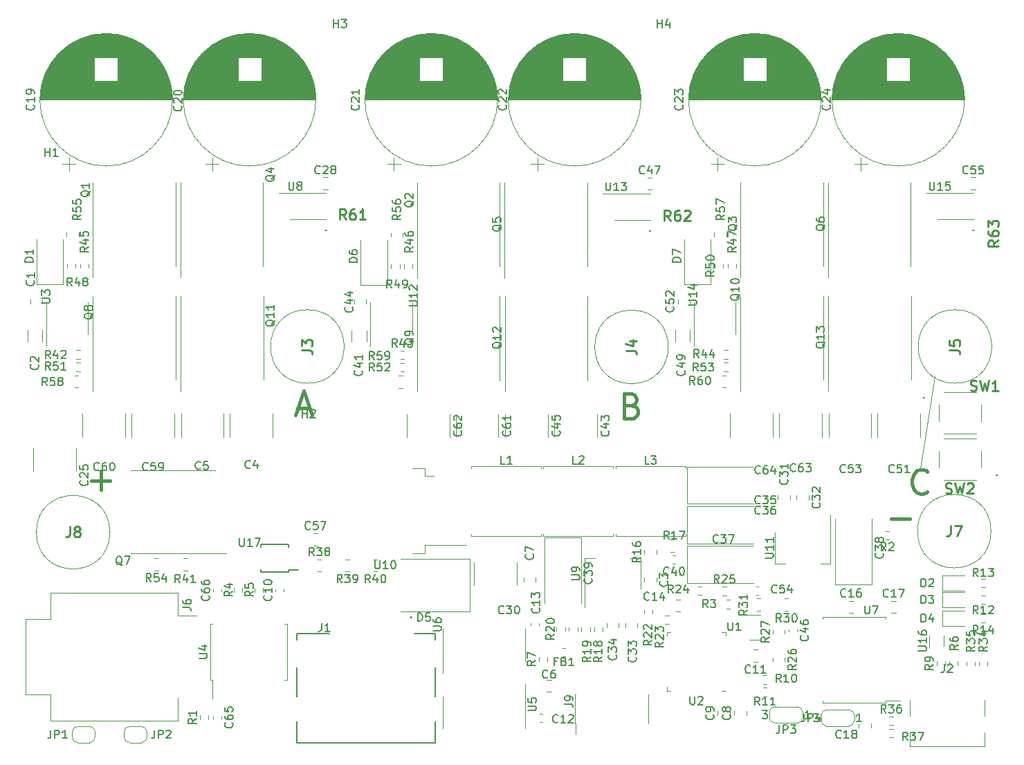
<source format=gbr>
%TF.GenerationSoftware,KiCad,Pcbnew,7.0.1*%
%TF.CreationDate,2023-07-16T19:11:46-05:00*%
%TF.ProjectId,Knockoff Inverter,4b6e6f63-6b6f-4666-9620-496e76657274,rev?*%
%TF.SameCoordinates,Original*%
%TF.FileFunction,Legend,Top*%
%TF.FilePolarity,Positive*%
%FSLAX46Y46*%
G04 Gerber Fmt 4.6, Leading zero omitted, Abs format (unit mm)*
G04 Created by KiCad (PCBNEW 7.0.1) date 2023-07-16 19:11:46*
%MOMM*%
%LPD*%
G01*
G04 APERTURE LIST*
%ADD10C,0.100000*%
%ADD11C,0.450000*%
%ADD12C,0.150000*%
%ADD13C,0.254000*%
%ADD14C,0.120000*%
%ADD15C,0.200000*%
%ADD16C,0.127000*%
G04 APERTURE END LIST*
D10*
X206375000Y-66675000D02*
X204597000Y-77978000D01*
D11*
X205501571Y-80754142D02*
X205358714Y-80897000D01*
X205358714Y-80897000D02*
X204930142Y-81039857D01*
X204930142Y-81039857D02*
X204644428Y-81039857D01*
X204644428Y-81039857D02*
X204215857Y-80897000D01*
X204215857Y-80897000D02*
X203930142Y-80611285D01*
X203930142Y-80611285D02*
X203787285Y-80325571D01*
X203787285Y-80325571D02*
X203644428Y-79754142D01*
X203644428Y-79754142D02*
X203644428Y-79325571D01*
X203644428Y-79325571D02*
X203787285Y-78754142D01*
X203787285Y-78754142D02*
X203930142Y-78468428D01*
X203930142Y-78468428D02*
X204215857Y-78182714D01*
X204215857Y-78182714D02*
X204644428Y-78039857D01*
X204644428Y-78039857D02*
X204930142Y-78039857D01*
X204930142Y-78039857D02*
X205358714Y-78182714D01*
X205358714Y-78182714D02*
X205501571Y-78325571D01*
X128460428Y-70530714D02*
X129889000Y-70530714D01*
X128174714Y-71387857D02*
X129174714Y-68387857D01*
X129174714Y-68387857D02*
X130174714Y-71387857D01*
X169354285Y-70197428D02*
X169782857Y-70340285D01*
X169782857Y-70340285D02*
X169925714Y-70483142D01*
X169925714Y-70483142D02*
X170068571Y-70768857D01*
X170068571Y-70768857D02*
X170068571Y-71197428D01*
X170068571Y-71197428D02*
X169925714Y-71483142D01*
X169925714Y-71483142D02*
X169782857Y-71626000D01*
X169782857Y-71626000D02*
X169497142Y-71768857D01*
X169497142Y-71768857D02*
X168354285Y-71768857D01*
X168354285Y-71768857D02*
X168354285Y-68768857D01*
X168354285Y-68768857D02*
X169354285Y-68768857D01*
X169354285Y-68768857D02*
X169640000Y-68911714D01*
X169640000Y-68911714D02*
X169782857Y-69054571D01*
X169782857Y-69054571D02*
X169925714Y-69340285D01*
X169925714Y-69340285D02*
X169925714Y-69626000D01*
X169925714Y-69626000D02*
X169782857Y-69911714D01*
X169782857Y-69911714D02*
X169640000Y-70054571D01*
X169640000Y-70054571D02*
X169354285Y-70197428D01*
X169354285Y-70197428D02*
X168354285Y-70197428D01*
X201074027Y-84073500D02*
X203359742Y-84073500D01*
X103203285Y-79389000D02*
X105489000Y-79389000D01*
X104346142Y-80531857D02*
X104346142Y-78246142D01*
D12*
%TO.C,C11*%
X183822142Y-102885380D02*
X183774523Y-102933000D01*
X183774523Y-102933000D02*
X183631666Y-102980619D01*
X183631666Y-102980619D02*
X183536428Y-102980619D01*
X183536428Y-102980619D02*
X183393571Y-102933000D01*
X183393571Y-102933000D02*
X183298333Y-102837761D01*
X183298333Y-102837761D02*
X183250714Y-102742523D01*
X183250714Y-102742523D02*
X183203095Y-102552047D01*
X183203095Y-102552047D02*
X183203095Y-102409190D01*
X183203095Y-102409190D02*
X183250714Y-102218714D01*
X183250714Y-102218714D02*
X183298333Y-102123476D01*
X183298333Y-102123476D02*
X183393571Y-102028238D01*
X183393571Y-102028238D02*
X183536428Y-101980619D01*
X183536428Y-101980619D02*
X183631666Y-101980619D01*
X183631666Y-101980619D02*
X183774523Y-102028238D01*
X183774523Y-102028238D02*
X183822142Y-102075857D01*
X184774523Y-102980619D02*
X184203095Y-102980619D01*
X184488809Y-102980619D02*
X184488809Y-101980619D01*
X184488809Y-101980619D02*
X184393571Y-102123476D01*
X184393571Y-102123476D02*
X184298333Y-102218714D01*
X184298333Y-102218714D02*
X184203095Y-102266333D01*
X185726904Y-102980619D02*
X185155476Y-102980619D01*
X185441190Y-102980619D02*
X185441190Y-101980619D01*
X185441190Y-101980619D02*
X185345952Y-102123476D01*
X185345952Y-102123476D02*
X185250714Y-102218714D01*
X185250714Y-102218714D02*
X185155476Y-102266333D01*
%TO.C,C3*%
X173649780Y-91723466D02*
X173697400Y-91771085D01*
X173697400Y-91771085D02*
X173745019Y-91913942D01*
X173745019Y-91913942D02*
X173745019Y-92009180D01*
X173745019Y-92009180D02*
X173697400Y-92152037D01*
X173697400Y-92152037D02*
X173602161Y-92247275D01*
X173602161Y-92247275D02*
X173506923Y-92294894D01*
X173506923Y-92294894D02*
X173316447Y-92342513D01*
X173316447Y-92342513D02*
X173173590Y-92342513D01*
X173173590Y-92342513D02*
X172983114Y-92294894D01*
X172983114Y-92294894D02*
X172887876Y-92247275D01*
X172887876Y-92247275D02*
X172792638Y-92152037D01*
X172792638Y-92152037D02*
X172745019Y-92009180D01*
X172745019Y-92009180D02*
X172745019Y-91913942D01*
X172745019Y-91913942D02*
X172792638Y-91771085D01*
X172792638Y-91771085D02*
X172840257Y-91723466D01*
X172745019Y-91390132D02*
X172745019Y-90771085D01*
X172745019Y-90771085D02*
X173125971Y-91104418D01*
X173125971Y-91104418D02*
X173125971Y-90961561D01*
X173125971Y-90961561D02*
X173173590Y-90866323D01*
X173173590Y-90866323D02*
X173221209Y-90818704D01*
X173221209Y-90818704D02*
X173316447Y-90771085D01*
X173316447Y-90771085D02*
X173554542Y-90771085D01*
X173554542Y-90771085D02*
X173649780Y-90818704D01*
X173649780Y-90818704D02*
X173697400Y-90866323D01*
X173697400Y-90866323D02*
X173745019Y-90961561D01*
X173745019Y-90961561D02*
X173745019Y-91247275D01*
X173745019Y-91247275D02*
X173697400Y-91342513D01*
X173697400Y-91342513D02*
X173649780Y-91390132D01*
D13*
%TO.C,J7*%
X208364667Y-84915526D02*
X208364667Y-85822669D01*
X208364667Y-85822669D02*
X208304190Y-86004097D01*
X208304190Y-86004097D02*
X208183238Y-86125050D01*
X208183238Y-86125050D02*
X208001809Y-86185526D01*
X208001809Y-86185526D02*
X207880857Y-86185526D01*
X208848476Y-84915526D02*
X209695143Y-84915526D01*
X209695143Y-84915526D02*
X209150857Y-86185526D01*
D12*
%TO.C,C20*%
X114159380Y-33535857D02*
X114207000Y-33583476D01*
X114207000Y-33583476D02*
X114254619Y-33726333D01*
X114254619Y-33726333D02*
X114254619Y-33821571D01*
X114254619Y-33821571D02*
X114207000Y-33964428D01*
X114207000Y-33964428D02*
X114111761Y-34059666D01*
X114111761Y-34059666D02*
X114016523Y-34107285D01*
X114016523Y-34107285D02*
X113826047Y-34154904D01*
X113826047Y-34154904D02*
X113683190Y-34154904D01*
X113683190Y-34154904D02*
X113492714Y-34107285D01*
X113492714Y-34107285D02*
X113397476Y-34059666D01*
X113397476Y-34059666D02*
X113302238Y-33964428D01*
X113302238Y-33964428D02*
X113254619Y-33821571D01*
X113254619Y-33821571D02*
X113254619Y-33726333D01*
X113254619Y-33726333D02*
X113302238Y-33583476D01*
X113302238Y-33583476D02*
X113349857Y-33535857D01*
X113349857Y-33154904D02*
X113302238Y-33107285D01*
X113302238Y-33107285D02*
X113254619Y-33012047D01*
X113254619Y-33012047D02*
X113254619Y-32773952D01*
X113254619Y-32773952D02*
X113302238Y-32678714D01*
X113302238Y-32678714D02*
X113349857Y-32631095D01*
X113349857Y-32631095D02*
X113445095Y-32583476D01*
X113445095Y-32583476D02*
X113540333Y-32583476D01*
X113540333Y-32583476D02*
X113683190Y-32631095D01*
X113683190Y-32631095D02*
X114254619Y-33202523D01*
X114254619Y-33202523D02*
X114254619Y-32583476D01*
X113254619Y-31964428D02*
X113254619Y-31869190D01*
X113254619Y-31869190D02*
X113302238Y-31773952D01*
X113302238Y-31773952D02*
X113349857Y-31726333D01*
X113349857Y-31726333D02*
X113445095Y-31678714D01*
X113445095Y-31678714D02*
X113635571Y-31631095D01*
X113635571Y-31631095D02*
X113873666Y-31631095D01*
X113873666Y-31631095D02*
X114064142Y-31678714D01*
X114064142Y-31678714D02*
X114159380Y-31726333D01*
X114159380Y-31726333D02*
X114207000Y-31773952D01*
X114207000Y-31773952D02*
X114254619Y-31869190D01*
X114254619Y-31869190D02*
X114254619Y-31964428D01*
X114254619Y-31964428D02*
X114207000Y-32059666D01*
X114207000Y-32059666D02*
X114159380Y-32107285D01*
X114159380Y-32107285D02*
X114064142Y-32154904D01*
X114064142Y-32154904D02*
X113873666Y-32202523D01*
X113873666Y-32202523D02*
X113635571Y-32202523D01*
X113635571Y-32202523D02*
X113445095Y-32154904D01*
X113445095Y-32154904D02*
X113349857Y-32107285D01*
X113349857Y-32107285D02*
X113302238Y-32059666D01*
X113302238Y-32059666D02*
X113254619Y-31964428D01*
D13*
%TO.C,J8*%
X100541667Y-85042526D02*
X100541667Y-85949669D01*
X100541667Y-85949669D02*
X100481190Y-86131097D01*
X100481190Y-86131097D02*
X100360238Y-86252050D01*
X100360238Y-86252050D02*
X100178809Y-86312526D01*
X100178809Y-86312526D02*
X100057857Y-86312526D01*
X101327857Y-85586811D02*
X101206905Y-85526335D01*
X101206905Y-85526335D02*
X101146428Y-85465859D01*
X101146428Y-85465859D02*
X101085952Y-85344907D01*
X101085952Y-85344907D02*
X101085952Y-85284430D01*
X101085952Y-85284430D02*
X101146428Y-85163478D01*
X101146428Y-85163478D02*
X101206905Y-85103002D01*
X101206905Y-85103002D02*
X101327857Y-85042526D01*
X101327857Y-85042526D02*
X101569762Y-85042526D01*
X101569762Y-85042526D02*
X101690714Y-85103002D01*
X101690714Y-85103002D02*
X101751190Y-85163478D01*
X101751190Y-85163478D02*
X101811667Y-85284430D01*
X101811667Y-85284430D02*
X101811667Y-85344907D01*
X101811667Y-85344907D02*
X101751190Y-85465859D01*
X101751190Y-85465859D02*
X101690714Y-85526335D01*
X101690714Y-85526335D02*
X101569762Y-85586811D01*
X101569762Y-85586811D02*
X101327857Y-85586811D01*
X101327857Y-85586811D02*
X101206905Y-85647288D01*
X101206905Y-85647288D02*
X101146428Y-85707764D01*
X101146428Y-85707764D02*
X101085952Y-85828716D01*
X101085952Y-85828716D02*
X101085952Y-86070621D01*
X101085952Y-86070621D02*
X101146428Y-86191573D01*
X101146428Y-86191573D02*
X101206905Y-86252050D01*
X101206905Y-86252050D02*
X101327857Y-86312526D01*
X101327857Y-86312526D02*
X101569762Y-86312526D01*
X101569762Y-86312526D02*
X101690714Y-86252050D01*
X101690714Y-86252050D02*
X101751190Y-86191573D01*
X101751190Y-86191573D02*
X101811667Y-86070621D01*
X101811667Y-86070621D02*
X101811667Y-85828716D01*
X101811667Y-85828716D02*
X101751190Y-85707764D01*
X101751190Y-85707764D02*
X101690714Y-85647288D01*
X101690714Y-85647288D02*
X101569762Y-85586811D01*
D12*
%TO.C,R54*%
X110505642Y-91774619D02*
X110172309Y-91298428D01*
X109934214Y-91774619D02*
X109934214Y-90774619D01*
X109934214Y-90774619D02*
X110315166Y-90774619D01*
X110315166Y-90774619D02*
X110410404Y-90822238D01*
X110410404Y-90822238D02*
X110458023Y-90869857D01*
X110458023Y-90869857D02*
X110505642Y-90965095D01*
X110505642Y-90965095D02*
X110505642Y-91107952D01*
X110505642Y-91107952D02*
X110458023Y-91203190D01*
X110458023Y-91203190D02*
X110410404Y-91250809D01*
X110410404Y-91250809D02*
X110315166Y-91298428D01*
X110315166Y-91298428D02*
X109934214Y-91298428D01*
X111410404Y-90774619D02*
X110934214Y-90774619D01*
X110934214Y-90774619D02*
X110886595Y-91250809D01*
X110886595Y-91250809D02*
X110934214Y-91203190D01*
X110934214Y-91203190D02*
X111029452Y-91155571D01*
X111029452Y-91155571D02*
X111267547Y-91155571D01*
X111267547Y-91155571D02*
X111362785Y-91203190D01*
X111362785Y-91203190D02*
X111410404Y-91250809D01*
X111410404Y-91250809D02*
X111458023Y-91346047D01*
X111458023Y-91346047D02*
X111458023Y-91584142D01*
X111458023Y-91584142D02*
X111410404Y-91679380D01*
X111410404Y-91679380D02*
X111362785Y-91727000D01*
X111362785Y-91727000D02*
X111267547Y-91774619D01*
X111267547Y-91774619D02*
X111029452Y-91774619D01*
X111029452Y-91774619D02*
X110934214Y-91727000D01*
X110934214Y-91727000D02*
X110886595Y-91679380D01*
X112315166Y-91107952D02*
X112315166Y-91774619D01*
X112077071Y-90727000D02*
X111838976Y-91441285D01*
X111838976Y-91441285D02*
X112458023Y-91441285D01*
%TO.C,Q7*%
X106965761Y-89777857D02*
X106870523Y-89730238D01*
X106870523Y-89730238D02*
X106775285Y-89635000D01*
X106775285Y-89635000D02*
X106632428Y-89492142D01*
X106632428Y-89492142D02*
X106537190Y-89444523D01*
X106537190Y-89444523D02*
X106441952Y-89444523D01*
X106489571Y-89682619D02*
X106394333Y-89635000D01*
X106394333Y-89635000D02*
X106299095Y-89539761D01*
X106299095Y-89539761D02*
X106251476Y-89349285D01*
X106251476Y-89349285D02*
X106251476Y-89015952D01*
X106251476Y-89015952D02*
X106299095Y-88825476D01*
X106299095Y-88825476D02*
X106394333Y-88730238D01*
X106394333Y-88730238D02*
X106489571Y-88682619D01*
X106489571Y-88682619D02*
X106680047Y-88682619D01*
X106680047Y-88682619D02*
X106775285Y-88730238D01*
X106775285Y-88730238D02*
X106870523Y-88825476D01*
X106870523Y-88825476D02*
X106918142Y-89015952D01*
X106918142Y-89015952D02*
X106918142Y-89349285D01*
X106918142Y-89349285D02*
X106870523Y-89539761D01*
X106870523Y-89539761D02*
X106775285Y-89635000D01*
X106775285Y-89635000D02*
X106680047Y-89682619D01*
X106680047Y-89682619D02*
X106489571Y-89682619D01*
X107251476Y-88682619D02*
X107918142Y-88682619D01*
X107918142Y-88682619D02*
X107489571Y-89682619D01*
%TO.C,R38*%
X130444642Y-88601619D02*
X130111309Y-88125428D01*
X129873214Y-88601619D02*
X129873214Y-87601619D01*
X129873214Y-87601619D02*
X130254166Y-87601619D01*
X130254166Y-87601619D02*
X130349404Y-87649238D01*
X130349404Y-87649238D02*
X130397023Y-87696857D01*
X130397023Y-87696857D02*
X130444642Y-87792095D01*
X130444642Y-87792095D02*
X130444642Y-87934952D01*
X130444642Y-87934952D02*
X130397023Y-88030190D01*
X130397023Y-88030190D02*
X130349404Y-88077809D01*
X130349404Y-88077809D02*
X130254166Y-88125428D01*
X130254166Y-88125428D02*
X129873214Y-88125428D01*
X130777976Y-87601619D02*
X131397023Y-87601619D01*
X131397023Y-87601619D02*
X131063690Y-87982571D01*
X131063690Y-87982571D02*
X131206547Y-87982571D01*
X131206547Y-87982571D02*
X131301785Y-88030190D01*
X131301785Y-88030190D02*
X131349404Y-88077809D01*
X131349404Y-88077809D02*
X131397023Y-88173047D01*
X131397023Y-88173047D02*
X131397023Y-88411142D01*
X131397023Y-88411142D02*
X131349404Y-88506380D01*
X131349404Y-88506380D02*
X131301785Y-88554000D01*
X131301785Y-88554000D02*
X131206547Y-88601619D01*
X131206547Y-88601619D02*
X130920833Y-88601619D01*
X130920833Y-88601619D02*
X130825595Y-88554000D01*
X130825595Y-88554000D02*
X130777976Y-88506380D01*
X131968452Y-88030190D02*
X131873214Y-87982571D01*
X131873214Y-87982571D02*
X131825595Y-87934952D01*
X131825595Y-87934952D02*
X131777976Y-87839714D01*
X131777976Y-87839714D02*
X131777976Y-87792095D01*
X131777976Y-87792095D02*
X131825595Y-87696857D01*
X131825595Y-87696857D02*
X131873214Y-87649238D01*
X131873214Y-87649238D02*
X131968452Y-87601619D01*
X131968452Y-87601619D02*
X132158928Y-87601619D01*
X132158928Y-87601619D02*
X132254166Y-87649238D01*
X132254166Y-87649238D02*
X132301785Y-87696857D01*
X132301785Y-87696857D02*
X132349404Y-87792095D01*
X132349404Y-87792095D02*
X132349404Y-87839714D01*
X132349404Y-87839714D02*
X132301785Y-87934952D01*
X132301785Y-87934952D02*
X132254166Y-87982571D01*
X132254166Y-87982571D02*
X132158928Y-88030190D01*
X132158928Y-88030190D02*
X131968452Y-88030190D01*
X131968452Y-88030190D02*
X131873214Y-88077809D01*
X131873214Y-88077809D02*
X131825595Y-88125428D01*
X131825595Y-88125428D02*
X131777976Y-88220666D01*
X131777976Y-88220666D02*
X131777976Y-88411142D01*
X131777976Y-88411142D02*
X131825595Y-88506380D01*
X131825595Y-88506380D02*
X131873214Y-88554000D01*
X131873214Y-88554000D02*
X131968452Y-88601619D01*
X131968452Y-88601619D02*
X132158928Y-88601619D01*
X132158928Y-88601619D02*
X132254166Y-88554000D01*
X132254166Y-88554000D02*
X132301785Y-88506380D01*
X132301785Y-88506380D02*
X132349404Y-88411142D01*
X132349404Y-88411142D02*
X132349404Y-88220666D01*
X132349404Y-88220666D02*
X132301785Y-88125428D01*
X132301785Y-88125428D02*
X132254166Y-88077809D01*
X132254166Y-88077809D02*
X132158928Y-88030190D01*
%TO.C,R39*%
X133873642Y-91902619D02*
X133540309Y-91426428D01*
X133302214Y-91902619D02*
X133302214Y-90902619D01*
X133302214Y-90902619D02*
X133683166Y-90902619D01*
X133683166Y-90902619D02*
X133778404Y-90950238D01*
X133778404Y-90950238D02*
X133826023Y-90997857D01*
X133826023Y-90997857D02*
X133873642Y-91093095D01*
X133873642Y-91093095D02*
X133873642Y-91235952D01*
X133873642Y-91235952D02*
X133826023Y-91331190D01*
X133826023Y-91331190D02*
X133778404Y-91378809D01*
X133778404Y-91378809D02*
X133683166Y-91426428D01*
X133683166Y-91426428D02*
X133302214Y-91426428D01*
X134206976Y-90902619D02*
X134826023Y-90902619D01*
X134826023Y-90902619D02*
X134492690Y-91283571D01*
X134492690Y-91283571D02*
X134635547Y-91283571D01*
X134635547Y-91283571D02*
X134730785Y-91331190D01*
X134730785Y-91331190D02*
X134778404Y-91378809D01*
X134778404Y-91378809D02*
X134826023Y-91474047D01*
X134826023Y-91474047D02*
X134826023Y-91712142D01*
X134826023Y-91712142D02*
X134778404Y-91807380D01*
X134778404Y-91807380D02*
X134730785Y-91855000D01*
X134730785Y-91855000D02*
X134635547Y-91902619D01*
X134635547Y-91902619D02*
X134349833Y-91902619D01*
X134349833Y-91902619D02*
X134254595Y-91855000D01*
X134254595Y-91855000D02*
X134206976Y-91807380D01*
X135302214Y-91902619D02*
X135492690Y-91902619D01*
X135492690Y-91902619D02*
X135587928Y-91855000D01*
X135587928Y-91855000D02*
X135635547Y-91807380D01*
X135635547Y-91807380D02*
X135730785Y-91664523D01*
X135730785Y-91664523D02*
X135778404Y-91474047D01*
X135778404Y-91474047D02*
X135778404Y-91093095D01*
X135778404Y-91093095D02*
X135730785Y-90997857D01*
X135730785Y-90997857D02*
X135683166Y-90950238D01*
X135683166Y-90950238D02*
X135587928Y-90902619D01*
X135587928Y-90902619D02*
X135397452Y-90902619D01*
X135397452Y-90902619D02*
X135302214Y-90950238D01*
X135302214Y-90950238D02*
X135254595Y-90997857D01*
X135254595Y-90997857D02*
X135206976Y-91093095D01*
X135206976Y-91093095D02*
X135206976Y-91331190D01*
X135206976Y-91331190D02*
X135254595Y-91426428D01*
X135254595Y-91426428D02*
X135302214Y-91474047D01*
X135302214Y-91474047D02*
X135397452Y-91521666D01*
X135397452Y-91521666D02*
X135587928Y-91521666D01*
X135587928Y-91521666D02*
X135683166Y-91474047D01*
X135683166Y-91474047D02*
X135730785Y-91426428D01*
X135730785Y-91426428D02*
X135778404Y-91331190D01*
%TO.C,C24*%
X193534380Y-33408857D02*
X193582000Y-33456476D01*
X193582000Y-33456476D02*
X193629619Y-33599333D01*
X193629619Y-33599333D02*
X193629619Y-33694571D01*
X193629619Y-33694571D02*
X193582000Y-33837428D01*
X193582000Y-33837428D02*
X193486761Y-33932666D01*
X193486761Y-33932666D02*
X193391523Y-33980285D01*
X193391523Y-33980285D02*
X193201047Y-34027904D01*
X193201047Y-34027904D02*
X193058190Y-34027904D01*
X193058190Y-34027904D02*
X192867714Y-33980285D01*
X192867714Y-33980285D02*
X192772476Y-33932666D01*
X192772476Y-33932666D02*
X192677238Y-33837428D01*
X192677238Y-33837428D02*
X192629619Y-33694571D01*
X192629619Y-33694571D02*
X192629619Y-33599333D01*
X192629619Y-33599333D02*
X192677238Y-33456476D01*
X192677238Y-33456476D02*
X192724857Y-33408857D01*
X192724857Y-33027904D02*
X192677238Y-32980285D01*
X192677238Y-32980285D02*
X192629619Y-32885047D01*
X192629619Y-32885047D02*
X192629619Y-32646952D01*
X192629619Y-32646952D02*
X192677238Y-32551714D01*
X192677238Y-32551714D02*
X192724857Y-32504095D01*
X192724857Y-32504095D02*
X192820095Y-32456476D01*
X192820095Y-32456476D02*
X192915333Y-32456476D01*
X192915333Y-32456476D02*
X193058190Y-32504095D01*
X193058190Y-32504095D02*
X193629619Y-33075523D01*
X193629619Y-33075523D02*
X193629619Y-32456476D01*
X192962952Y-31599333D02*
X193629619Y-31599333D01*
X192582000Y-31837428D02*
X193296285Y-32075523D01*
X193296285Y-32075523D02*
X193296285Y-31456476D01*
%TO.C,R40*%
X137302642Y-91902619D02*
X136969309Y-91426428D01*
X136731214Y-91902619D02*
X136731214Y-90902619D01*
X136731214Y-90902619D02*
X137112166Y-90902619D01*
X137112166Y-90902619D02*
X137207404Y-90950238D01*
X137207404Y-90950238D02*
X137255023Y-90997857D01*
X137255023Y-90997857D02*
X137302642Y-91093095D01*
X137302642Y-91093095D02*
X137302642Y-91235952D01*
X137302642Y-91235952D02*
X137255023Y-91331190D01*
X137255023Y-91331190D02*
X137207404Y-91378809D01*
X137207404Y-91378809D02*
X137112166Y-91426428D01*
X137112166Y-91426428D02*
X136731214Y-91426428D01*
X138159785Y-91235952D02*
X138159785Y-91902619D01*
X137921690Y-90855000D02*
X137683595Y-91569285D01*
X137683595Y-91569285D02*
X138302642Y-91569285D01*
X138874071Y-90902619D02*
X138969309Y-90902619D01*
X138969309Y-90902619D02*
X139064547Y-90950238D01*
X139064547Y-90950238D02*
X139112166Y-90997857D01*
X139112166Y-90997857D02*
X139159785Y-91093095D01*
X139159785Y-91093095D02*
X139207404Y-91283571D01*
X139207404Y-91283571D02*
X139207404Y-91521666D01*
X139207404Y-91521666D02*
X139159785Y-91712142D01*
X139159785Y-91712142D02*
X139112166Y-91807380D01*
X139112166Y-91807380D02*
X139064547Y-91855000D01*
X139064547Y-91855000D02*
X138969309Y-91902619D01*
X138969309Y-91902619D02*
X138874071Y-91902619D01*
X138874071Y-91902619D02*
X138778833Y-91855000D01*
X138778833Y-91855000D02*
X138731214Y-91807380D01*
X138731214Y-91807380D02*
X138683595Y-91712142D01*
X138683595Y-91712142D02*
X138635976Y-91521666D01*
X138635976Y-91521666D02*
X138635976Y-91283571D01*
X138635976Y-91283571D02*
X138683595Y-91093095D01*
X138683595Y-91093095D02*
X138731214Y-90997857D01*
X138731214Y-90997857D02*
X138778833Y-90950238D01*
X138778833Y-90950238D02*
X138874071Y-90902619D01*
%TO.C,R41*%
X114038142Y-91902619D02*
X113704809Y-91426428D01*
X113466714Y-91902619D02*
X113466714Y-90902619D01*
X113466714Y-90902619D02*
X113847666Y-90902619D01*
X113847666Y-90902619D02*
X113942904Y-90950238D01*
X113942904Y-90950238D02*
X113990523Y-90997857D01*
X113990523Y-90997857D02*
X114038142Y-91093095D01*
X114038142Y-91093095D02*
X114038142Y-91235952D01*
X114038142Y-91235952D02*
X113990523Y-91331190D01*
X113990523Y-91331190D02*
X113942904Y-91378809D01*
X113942904Y-91378809D02*
X113847666Y-91426428D01*
X113847666Y-91426428D02*
X113466714Y-91426428D01*
X114895285Y-91235952D02*
X114895285Y-91902619D01*
X114657190Y-90855000D02*
X114419095Y-91569285D01*
X114419095Y-91569285D02*
X115038142Y-91569285D01*
X115942904Y-91902619D02*
X115371476Y-91902619D01*
X115657190Y-91902619D02*
X115657190Y-90902619D01*
X115657190Y-90902619D02*
X115561952Y-91045476D01*
X115561952Y-91045476D02*
X115466714Y-91140714D01*
X115466714Y-91140714D02*
X115371476Y-91188333D01*
%TO.C,U17*%
X121316905Y-86457619D02*
X121316905Y-87267142D01*
X121316905Y-87267142D02*
X121364524Y-87362380D01*
X121364524Y-87362380D02*
X121412143Y-87410000D01*
X121412143Y-87410000D02*
X121507381Y-87457619D01*
X121507381Y-87457619D02*
X121697857Y-87457619D01*
X121697857Y-87457619D02*
X121793095Y-87410000D01*
X121793095Y-87410000D02*
X121840714Y-87362380D01*
X121840714Y-87362380D02*
X121888333Y-87267142D01*
X121888333Y-87267142D02*
X121888333Y-86457619D01*
X122888333Y-87457619D02*
X122316905Y-87457619D01*
X122602619Y-87457619D02*
X122602619Y-86457619D01*
X122602619Y-86457619D02*
X122507381Y-86600476D01*
X122507381Y-86600476D02*
X122412143Y-86695714D01*
X122412143Y-86695714D02*
X122316905Y-86743333D01*
X123221667Y-86457619D02*
X123888333Y-86457619D01*
X123888333Y-86457619D02*
X123459762Y-87457619D01*
%TO.C,C23*%
X175497380Y-33425612D02*
X175545000Y-33473231D01*
X175545000Y-33473231D02*
X175592619Y-33616088D01*
X175592619Y-33616088D02*
X175592619Y-33711326D01*
X175592619Y-33711326D02*
X175545000Y-33854183D01*
X175545000Y-33854183D02*
X175449761Y-33949421D01*
X175449761Y-33949421D02*
X175354523Y-33997040D01*
X175354523Y-33997040D02*
X175164047Y-34044659D01*
X175164047Y-34044659D02*
X175021190Y-34044659D01*
X175021190Y-34044659D02*
X174830714Y-33997040D01*
X174830714Y-33997040D02*
X174735476Y-33949421D01*
X174735476Y-33949421D02*
X174640238Y-33854183D01*
X174640238Y-33854183D02*
X174592619Y-33711326D01*
X174592619Y-33711326D02*
X174592619Y-33616088D01*
X174592619Y-33616088D02*
X174640238Y-33473231D01*
X174640238Y-33473231D02*
X174687857Y-33425612D01*
X174687857Y-33044659D02*
X174640238Y-32997040D01*
X174640238Y-32997040D02*
X174592619Y-32901802D01*
X174592619Y-32901802D02*
X174592619Y-32663707D01*
X174592619Y-32663707D02*
X174640238Y-32568469D01*
X174640238Y-32568469D02*
X174687857Y-32520850D01*
X174687857Y-32520850D02*
X174783095Y-32473231D01*
X174783095Y-32473231D02*
X174878333Y-32473231D01*
X174878333Y-32473231D02*
X175021190Y-32520850D01*
X175021190Y-32520850D02*
X175592619Y-33092278D01*
X175592619Y-33092278D02*
X175592619Y-32473231D01*
X174592619Y-32139897D02*
X174592619Y-31520850D01*
X174592619Y-31520850D02*
X174973571Y-31854183D01*
X174973571Y-31854183D02*
X174973571Y-31711326D01*
X174973571Y-31711326D02*
X175021190Y-31616088D01*
X175021190Y-31616088D02*
X175068809Y-31568469D01*
X175068809Y-31568469D02*
X175164047Y-31520850D01*
X175164047Y-31520850D02*
X175402142Y-31520850D01*
X175402142Y-31520850D02*
X175497380Y-31568469D01*
X175497380Y-31568469D02*
X175545000Y-31616088D01*
X175545000Y-31616088D02*
X175592619Y-31711326D01*
X175592619Y-31711326D02*
X175592619Y-31997040D01*
X175592619Y-31997040D02*
X175545000Y-32092278D01*
X175545000Y-32092278D02*
X175497380Y-32139897D01*
%TO.C,C21*%
X135897380Y-33425612D02*
X135945000Y-33473231D01*
X135945000Y-33473231D02*
X135992619Y-33616088D01*
X135992619Y-33616088D02*
X135992619Y-33711326D01*
X135992619Y-33711326D02*
X135945000Y-33854183D01*
X135945000Y-33854183D02*
X135849761Y-33949421D01*
X135849761Y-33949421D02*
X135754523Y-33997040D01*
X135754523Y-33997040D02*
X135564047Y-34044659D01*
X135564047Y-34044659D02*
X135421190Y-34044659D01*
X135421190Y-34044659D02*
X135230714Y-33997040D01*
X135230714Y-33997040D02*
X135135476Y-33949421D01*
X135135476Y-33949421D02*
X135040238Y-33854183D01*
X135040238Y-33854183D02*
X134992619Y-33711326D01*
X134992619Y-33711326D02*
X134992619Y-33616088D01*
X134992619Y-33616088D02*
X135040238Y-33473231D01*
X135040238Y-33473231D02*
X135087857Y-33425612D01*
X135087857Y-33044659D02*
X135040238Y-32997040D01*
X135040238Y-32997040D02*
X134992619Y-32901802D01*
X134992619Y-32901802D02*
X134992619Y-32663707D01*
X134992619Y-32663707D02*
X135040238Y-32568469D01*
X135040238Y-32568469D02*
X135087857Y-32520850D01*
X135087857Y-32520850D02*
X135183095Y-32473231D01*
X135183095Y-32473231D02*
X135278333Y-32473231D01*
X135278333Y-32473231D02*
X135421190Y-32520850D01*
X135421190Y-32520850D02*
X135992619Y-33092278D01*
X135992619Y-33092278D02*
X135992619Y-32473231D01*
X135992619Y-31520850D02*
X135992619Y-32092278D01*
X135992619Y-31806564D02*
X134992619Y-31806564D01*
X134992619Y-31806564D02*
X135135476Y-31901802D01*
X135135476Y-31901802D02*
X135230714Y-31997040D01*
X135230714Y-31997040D02*
X135278333Y-32092278D01*
%TO.C,C19*%
X96122380Y-33425612D02*
X96170000Y-33473231D01*
X96170000Y-33473231D02*
X96217619Y-33616088D01*
X96217619Y-33616088D02*
X96217619Y-33711326D01*
X96217619Y-33711326D02*
X96170000Y-33854183D01*
X96170000Y-33854183D02*
X96074761Y-33949421D01*
X96074761Y-33949421D02*
X95979523Y-33997040D01*
X95979523Y-33997040D02*
X95789047Y-34044659D01*
X95789047Y-34044659D02*
X95646190Y-34044659D01*
X95646190Y-34044659D02*
X95455714Y-33997040D01*
X95455714Y-33997040D02*
X95360476Y-33949421D01*
X95360476Y-33949421D02*
X95265238Y-33854183D01*
X95265238Y-33854183D02*
X95217619Y-33711326D01*
X95217619Y-33711326D02*
X95217619Y-33616088D01*
X95217619Y-33616088D02*
X95265238Y-33473231D01*
X95265238Y-33473231D02*
X95312857Y-33425612D01*
X96217619Y-32473231D02*
X96217619Y-33044659D01*
X96217619Y-32758945D02*
X95217619Y-32758945D01*
X95217619Y-32758945D02*
X95360476Y-32854183D01*
X95360476Y-32854183D02*
X95455714Y-32949421D01*
X95455714Y-32949421D02*
X95503333Y-33044659D01*
X96217619Y-31997040D02*
X96217619Y-31806564D01*
X96217619Y-31806564D02*
X96170000Y-31711326D01*
X96170000Y-31711326D02*
X96122380Y-31663707D01*
X96122380Y-31663707D02*
X95979523Y-31568469D01*
X95979523Y-31568469D02*
X95789047Y-31520850D01*
X95789047Y-31520850D02*
X95408095Y-31520850D01*
X95408095Y-31520850D02*
X95312857Y-31568469D01*
X95312857Y-31568469D02*
X95265238Y-31616088D01*
X95265238Y-31616088D02*
X95217619Y-31711326D01*
X95217619Y-31711326D02*
X95217619Y-31901802D01*
X95217619Y-31901802D02*
X95265238Y-31997040D01*
X95265238Y-31997040D02*
X95312857Y-32044659D01*
X95312857Y-32044659D02*
X95408095Y-32092278D01*
X95408095Y-32092278D02*
X95646190Y-32092278D01*
X95646190Y-32092278D02*
X95741428Y-32044659D01*
X95741428Y-32044659D02*
X95789047Y-31997040D01*
X95789047Y-31997040D02*
X95836666Y-31901802D01*
X95836666Y-31901802D02*
X95836666Y-31711326D01*
X95836666Y-31711326D02*
X95789047Y-31616088D01*
X95789047Y-31616088D02*
X95741428Y-31568469D01*
X95741428Y-31568469D02*
X95646190Y-31520850D01*
%TO.C,C22*%
X153910380Y-33408857D02*
X153958000Y-33456476D01*
X153958000Y-33456476D02*
X154005619Y-33599333D01*
X154005619Y-33599333D02*
X154005619Y-33694571D01*
X154005619Y-33694571D02*
X153958000Y-33837428D01*
X153958000Y-33837428D02*
X153862761Y-33932666D01*
X153862761Y-33932666D02*
X153767523Y-33980285D01*
X153767523Y-33980285D02*
X153577047Y-34027904D01*
X153577047Y-34027904D02*
X153434190Y-34027904D01*
X153434190Y-34027904D02*
X153243714Y-33980285D01*
X153243714Y-33980285D02*
X153148476Y-33932666D01*
X153148476Y-33932666D02*
X153053238Y-33837428D01*
X153053238Y-33837428D02*
X153005619Y-33694571D01*
X153005619Y-33694571D02*
X153005619Y-33599333D01*
X153005619Y-33599333D02*
X153053238Y-33456476D01*
X153053238Y-33456476D02*
X153100857Y-33408857D01*
X153100857Y-33027904D02*
X153053238Y-32980285D01*
X153053238Y-32980285D02*
X153005619Y-32885047D01*
X153005619Y-32885047D02*
X153005619Y-32646952D01*
X153005619Y-32646952D02*
X153053238Y-32551714D01*
X153053238Y-32551714D02*
X153100857Y-32504095D01*
X153100857Y-32504095D02*
X153196095Y-32456476D01*
X153196095Y-32456476D02*
X153291333Y-32456476D01*
X153291333Y-32456476D02*
X153434190Y-32504095D01*
X153434190Y-32504095D02*
X154005619Y-33075523D01*
X154005619Y-33075523D02*
X154005619Y-32456476D01*
X153100857Y-32075523D02*
X153053238Y-32027904D01*
X153053238Y-32027904D02*
X153005619Y-31932666D01*
X153005619Y-31932666D02*
X153005619Y-31694571D01*
X153005619Y-31694571D02*
X153053238Y-31599333D01*
X153053238Y-31599333D02*
X153100857Y-31551714D01*
X153100857Y-31551714D02*
X153196095Y-31504095D01*
X153196095Y-31504095D02*
X153291333Y-31504095D01*
X153291333Y-31504095D02*
X153434190Y-31551714D01*
X153434190Y-31551714D02*
X154005619Y-32123142D01*
X154005619Y-32123142D02*
X154005619Y-31504095D01*
%TO.C,C25*%
X102696380Y-79382857D02*
X102744000Y-79430476D01*
X102744000Y-79430476D02*
X102791619Y-79573333D01*
X102791619Y-79573333D02*
X102791619Y-79668571D01*
X102791619Y-79668571D02*
X102744000Y-79811428D01*
X102744000Y-79811428D02*
X102648761Y-79906666D01*
X102648761Y-79906666D02*
X102553523Y-79954285D01*
X102553523Y-79954285D02*
X102363047Y-80001904D01*
X102363047Y-80001904D02*
X102220190Y-80001904D01*
X102220190Y-80001904D02*
X102029714Y-79954285D01*
X102029714Y-79954285D02*
X101934476Y-79906666D01*
X101934476Y-79906666D02*
X101839238Y-79811428D01*
X101839238Y-79811428D02*
X101791619Y-79668571D01*
X101791619Y-79668571D02*
X101791619Y-79573333D01*
X101791619Y-79573333D02*
X101839238Y-79430476D01*
X101839238Y-79430476D02*
X101886857Y-79382857D01*
X101886857Y-79001904D02*
X101839238Y-78954285D01*
X101839238Y-78954285D02*
X101791619Y-78859047D01*
X101791619Y-78859047D02*
X101791619Y-78620952D01*
X101791619Y-78620952D02*
X101839238Y-78525714D01*
X101839238Y-78525714D02*
X101886857Y-78478095D01*
X101886857Y-78478095D02*
X101982095Y-78430476D01*
X101982095Y-78430476D02*
X102077333Y-78430476D01*
X102077333Y-78430476D02*
X102220190Y-78478095D01*
X102220190Y-78478095D02*
X102791619Y-79049523D01*
X102791619Y-79049523D02*
X102791619Y-78430476D01*
X101791619Y-77525714D02*
X101791619Y-78001904D01*
X101791619Y-78001904D02*
X102267809Y-78049523D01*
X102267809Y-78049523D02*
X102220190Y-78001904D01*
X102220190Y-78001904D02*
X102172571Y-77906666D01*
X102172571Y-77906666D02*
X102172571Y-77668571D01*
X102172571Y-77668571D02*
X102220190Y-77573333D01*
X102220190Y-77573333D02*
X102267809Y-77525714D01*
X102267809Y-77525714D02*
X102363047Y-77478095D01*
X102363047Y-77478095D02*
X102601142Y-77478095D01*
X102601142Y-77478095D02*
X102696380Y-77525714D01*
X102696380Y-77525714D02*
X102744000Y-77573333D01*
X102744000Y-77573333D02*
X102791619Y-77668571D01*
X102791619Y-77668571D02*
X102791619Y-77906666D01*
X102791619Y-77906666D02*
X102744000Y-78001904D01*
X102744000Y-78001904D02*
X102696380Y-78049523D01*
%TO.C,C57*%
X129979142Y-85301380D02*
X129931523Y-85349000D01*
X129931523Y-85349000D02*
X129788666Y-85396619D01*
X129788666Y-85396619D02*
X129693428Y-85396619D01*
X129693428Y-85396619D02*
X129550571Y-85349000D01*
X129550571Y-85349000D02*
X129455333Y-85253761D01*
X129455333Y-85253761D02*
X129407714Y-85158523D01*
X129407714Y-85158523D02*
X129360095Y-84968047D01*
X129360095Y-84968047D02*
X129360095Y-84825190D01*
X129360095Y-84825190D02*
X129407714Y-84634714D01*
X129407714Y-84634714D02*
X129455333Y-84539476D01*
X129455333Y-84539476D02*
X129550571Y-84444238D01*
X129550571Y-84444238D02*
X129693428Y-84396619D01*
X129693428Y-84396619D02*
X129788666Y-84396619D01*
X129788666Y-84396619D02*
X129931523Y-84444238D01*
X129931523Y-84444238D02*
X129979142Y-84491857D01*
X130883904Y-84396619D02*
X130407714Y-84396619D01*
X130407714Y-84396619D02*
X130360095Y-84872809D01*
X130360095Y-84872809D02*
X130407714Y-84825190D01*
X130407714Y-84825190D02*
X130502952Y-84777571D01*
X130502952Y-84777571D02*
X130741047Y-84777571D01*
X130741047Y-84777571D02*
X130836285Y-84825190D01*
X130836285Y-84825190D02*
X130883904Y-84872809D01*
X130883904Y-84872809D02*
X130931523Y-84968047D01*
X130931523Y-84968047D02*
X130931523Y-85206142D01*
X130931523Y-85206142D02*
X130883904Y-85301380D01*
X130883904Y-85301380D02*
X130836285Y-85349000D01*
X130836285Y-85349000D02*
X130741047Y-85396619D01*
X130741047Y-85396619D02*
X130502952Y-85396619D01*
X130502952Y-85396619D02*
X130407714Y-85349000D01*
X130407714Y-85349000D02*
X130360095Y-85301380D01*
X131264857Y-84396619D02*
X131931523Y-84396619D01*
X131931523Y-84396619D02*
X131502952Y-85396619D01*
%TO.C,U16*%
X204391619Y-100233094D02*
X205201142Y-100233094D01*
X205201142Y-100233094D02*
X205296380Y-100185475D01*
X205296380Y-100185475D02*
X205344000Y-100137856D01*
X205344000Y-100137856D02*
X205391619Y-100042618D01*
X205391619Y-100042618D02*
X205391619Y-99852142D01*
X205391619Y-99852142D02*
X205344000Y-99756904D01*
X205344000Y-99756904D02*
X205296380Y-99709285D01*
X205296380Y-99709285D02*
X205201142Y-99661666D01*
X205201142Y-99661666D02*
X204391619Y-99661666D01*
X205391619Y-98661666D02*
X205391619Y-99233094D01*
X205391619Y-98947380D02*
X204391619Y-98947380D01*
X204391619Y-98947380D02*
X204534476Y-99042618D01*
X204534476Y-99042618D02*
X204629714Y-99137856D01*
X204629714Y-99137856D02*
X204677333Y-99233094D01*
X204391619Y-97804523D02*
X204391619Y-97994999D01*
X204391619Y-97994999D02*
X204439238Y-98090237D01*
X204439238Y-98090237D02*
X204486857Y-98137856D01*
X204486857Y-98137856D02*
X204629714Y-98233094D01*
X204629714Y-98233094D02*
X204820190Y-98280713D01*
X204820190Y-98280713D02*
X205201142Y-98280713D01*
X205201142Y-98280713D02*
X205296380Y-98233094D01*
X205296380Y-98233094D02*
X205344000Y-98185475D01*
X205344000Y-98185475D02*
X205391619Y-98090237D01*
X205391619Y-98090237D02*
X205391619Y-97899761D01*
X205391619Y-97899761D02*
X205344000Y-97804523D01*
X205344000Y-97804523D02*
X205296380Y-97756904D01*
X205296380Y-97756904D02*
X205201142Y-97709285D01*
X205201142Y-97709285D02*
X204963047Y-97709285D01*
X204963047Y-97709285D02*
X204867809Y-97756904D01*
X204867809Y-97756904D02*
X204820190Y-97804523D01*
X204820190Y-97804523D02*
X204772571Y-97899761D01*
X204772571Y-97899761D02*
X204772571Y-98090237D01*
X204772571Y-98090237D02*
X204820190Y-98185475D01*
X204820190Y-98185475D02*
X204867809Y-98233094D01*
X204867809Y-98233094D02*
X204963047Y-98280713D01*
%TO.C,U15*%
X205771905Y-42839419D02*
X205771905Y-43648942D01*
X205771905Y-43648942D02*
X205819524Y-43744180D01*
X205819524Y-43744180D02*
X205867143Y-43791800D01*
X205867143Y-43791800D02*
X205962381Y-43839419D01*
X205962381Y-43839419D02*
X206152857Y-43839419D01*
X206152857Y-43839419D02*
X206248095Y-43791800D01*
X206248095Y-43791800D02*
X206295714Y-43744180D01*
X206295714Y-43744180D02*
X206343333Y-43648942D01*
X206343333Y-43648942D02*
X206343333Y-42839419D01*
X207343333Y-43839419D02*
X206771905Y-43839419D01*
X207057619Y-43839419D02*
X207057619Y-42839419D01*
X207057619Y-42839419D02*
X206962381Y-42982276D01*
X206962381Y-42982276D02*
X206867143Y-43077514D01*
X206867143Y-43077514D02*
X206771905Y-43125133D01*
X208248095Y-42839419D02*
X207771905Y-42839419D01*
X207771905Y-42839419D02*
X207724286Y-43315609D01*
X207724286Y-43315609D02*
X207771905Y-43267990D01*
X207771905Y-43267990D02*
X207867143Y-43220371D01*
X207867143Y-43220371D02*
X208105238Y-43220371D01*
X208105238Y-43220371D02*
X208200476Y-43267990D01*
X208200476Y-43267990D02*
X208248095Y-43315609D01*
X208248095Y-43315609D02*
X208295714Y-43410847D01*
X208295714Y-43410847D02*
X208295714Y-43648942D01*
X208295714Y-43648942D02*
X208248095Y-43744180D01*
X208248095Y-43744180D02*
X208200476Y-43791800D01*
X208200476Y-43791800D02*
X208105238Y-43839419D01*
X208105238Y-43839419D02*
X207867143Y-43839419D01*
X207867143Y-43839419D02*
X207771905Y-43791800D01*
X207771905Y-43791800D02*
X207724286Y-43744180D01*
%TO.C,U14*%
X176246619Y-57880094D02*
X177056142Y-57880094D01*
X177056142Y-57880094D02*
X177151380Y-57832475D01*
X177151380Y-57832475D02*
X177199000Y-57784856D01*
X177199000Y-57784856D02*
X177246619Y-57689618D01*
X177246619Y-57689618D02*
X177246619Y-57499142D01*
X177246619Y-57499142D02*
X177199000Y-57403904D01*
X177199000Y-57403904D02*
X177151380Y-57356285D01*
X177151380Y-57356285D02*
X177056142Y-57308666D01*
X177056142Y-57308666D02*
X176246619Y-57308666D01*
X177246619Y-56308666D02*
X177246619Y-56880094D01*
X177246619Y-56594380D02*
X176246619Y-56594380D01*
X176246619Y-56594380D02*
X176389476Y-56689618D01*
X176389476Y-56689618D02*
X176484714Y-56784856D01*
X176484714Y-56784856D02*
X176532333Y-56880094D01*
X176579952Y-55451523D02*
X177246619Y-55451523D01*
X176199000Y-55689618D02*
X176913285Y-55927713D01*
X176913285Y-55927713D02*
X176913285Y-55308666D01*
%TO.C,U13*%
X166147905Y-42896619D02*
X166147905Y-43706142D01*
X166147905Y-43706142D02*
X166195524Y-43801380D01*
X166195524Y-43801380D02*
X166243143Y-43849000D01*
X166243143Y-43849000D02*
X166338381Y-43896619D01*
X166338381Y-43896619D02*
X166528857Y-43896619D01*
X166528857Y-43896619D02*
X166624095Y-43849000D01*
X166624095Y-43849000D02*
X166671714Y-43801380D01*
X166671714Y-43801380D02*
X166719333Y-43706142D01*
X166719333Y-43706142D02*
X166719333Y-42896619D01*
X167719333Y-43896619D02*
X167147905Y-43896619D01*
X167433619Y-43896619D02*
X167433619Y-42896619D01*
X167433619Y-42896619D02*
X167338381Y-43039476D01*
X167338381Y-43039476D02*
X167243143Y-43134714D01*
X167243143Y-43134714D02*
X167147905Y-43182333D01*
X168052667Y-42896619D02*
X168671714Y-42896619D01*
X168671714Y-42896619D02*
X168338381Y-43277571D01*
X168338381Y-43277571D02*
X168481238Y-43277571D01*
X168481238Y-43277571D02*
X168576476Y-43325190D01*
X168576476Y-43325190D02*
X168624095Y-43372809D01*
X168624095Y-43372809D02*
X168671714Y-43468047D01*
X168671714Y-43468047D02*
X168671714Y-43706142D01*
X168671714Y-43706142D02*
X168624095Y-43801380D01*
X168624095Y-43801380D02*
X168576476Y-43849000D01*
X168576476Y-43849000D02*
X168481238Y-43896619D01*
X168481238Y-43896619D02*
X168195524Y-43896619D01*
X168195524Y-43896619D02*
X168100286Y-43849000D01*
X168100286Y-43849000D02*
X168052667Y-43801380D01*
%TO.C,U12*%
X142083619Y-58007094D02*
X142893142Y-58007094D01*
X142893142Y-58007094D02*
X142988380Y-57959475D01*
X142988380Y-57959475D02*
X143036000Y-57911856D01*
X143036000Y-57911856D02*
X143083619Y-57816618D01*
X143083619Y-57816618D02*
X143083619Y-57626142D01*
X143083619Y-57626142D02*
X143036000Y-57530904D01*
X143036000Y-57530904D02*
X142988380Y-57483285D01*
X142988380Y-57483285D02*
X142893142Y-57435666D01*
X142893142Y-57435666D02*
X142083619Y-57435666D01*
X143083619Y-56435666D02*
X143083619Y-57007094D01*
X143083619Y-56721380D02*
X142083619Y-56721380D01*
X142083619Y-56721380D02*
X142226476Y-56816618D01*
X142226476Y-56816618D02*
X142321714Y-56911856D01*
X142321714Y-56911856D02*
X142369333Y-57007094D01*
X142178857Y-56054713D02*
X142131238Y-56007094D01*
X142131238Y-56007094D02*
X142083619Y-55911856D01*
X142083619Y-55911856D02*
X142083619Y-55673761D01*
X142083619Y-55673761D02*
X142131238Y-55578523D01*
X142131238Y-55578523D02*
X142178857Y-55530904D01*
X142178857Y-55530904D02*
X142274095Y-55483285D01*
X142274095Y-55483285D02*
X142369333Y-55483285D01*
X142369333Y-55483285D02*
X142512190Y-55530904D01*
X142512190Y-55530904D02*
X143083619Y-56102332D01*
X143083619Y-56102332D02*
X143083619Y-55483285D01*
%TO.C,U11*%
X185644619Y-88868094D02*
X186454142Y-88868094D01*
X186454142Y-88868094D02*
X186549380Y-88820475D01*
X186549380Y-88820475D02*
X186597000Y-88772856D01*
X186597000Y-88772856D02*
X186644619Y-88677618D01*
X186644619Y-88677618D02*
X186644619Y-88487142D01*
X186644619Y-88487142D02*
X186597000Y-88391904D01*
X186597000Y-88391904D02*
X186549380Y-88344285D01*
X186549380Y-88344285D02*
X186454142Y-88296666D01*
X186454142Y-88296666D02*
X185644619Y-88296666D01*
X186644619Y-87296666D02*
X186644619Y-87868094D01*
X186644619Y-87582380D02*
X185644619Y-87582380D01*
X185644619Y-87582380D02*
X185787476Y-87677618D01*
X185787476Y-87677618D02*
X185882714Y-87772856D01*
X185882714Y-87772856D02*
X185930333Y-87868094D01*
X186644619Y-86344285D02*
X186644619Y-86915713D01*
X186644619Y-86629999D02*
X185644619Y-86629999D01*
X185644619Y-86629999D02*
X185787476Y-86725237D01*
X185787476Y-86725237D02*
X185882714Y-86820475D01*
X185882714Y-86820475D02*
X185930333Y-86915713D01*
%TO.C,U10*%
X137917905Y-89189619D02*
X137917905Y-89999142D01*
X137917905Y-89999142D02*
X137965524Y-90094380D01*
X137965524Y-90094380D02*
X138013143Y-90142000D01*
X138013143Y-90142000D02*
X138108381Y-90189619D01*
X138108381Y-90189619D02*
X138298857Y-90189619D01*
X138298857Y-90189619D02*
X138394095Y-90142000D01*
X138394095Y-90142000D02*
X138441714Y-90094380D01*
X138441714Y-90094380D02*
X138489333Y-89999142D01*
X138489333Y-89999142D02*
X138489333Y-89189619D01*
X139489333Y-90189619D02*
X138917905Y-90189619D01*
X139203619Y-90189619D02*
X139203619Y-89189619D01*
X139203619Y-89189619D02*
X139108381Y-89332476D01*
X139108381Y-89332476D02*
X139013143Y-89427714D01*
X139013143Y-89427714D02*
X138917905Y-89475333D01*
X140108381Y-89189619D02*
X140203619Y-89189619D01*
X140203619Y-89189619D02*
X140298857Y-89237238D01*
X140298857Y-89237238D02*
X140346476Y-89284857D01*
X140346476Y-89284857D02*
X140394095Y-89380095D01*
X140394095Y-89380095D02*
X140441714Y-89570571D01*
X140441714Y-89570571D02*
X140441714Y-89808666D01*
X140441714Y-89808666D02*
X140394095Y-89999142D01*
X140394095Y-89999142D02*
X140346476Y-90094380D01*
X140346476Y-90094380D02*
X140298857Y-90142000D01*
X140298857Y-90142000D02*
X140203619Y-90189619D01*
X140203619Y-90189619D02*
X140108381Y-90189619D01*
X140108381Y-90189619D02*
X140013143Y-90142000D01*
X140013143Y-90142000D02*
X139965524Y-90094380D01*
X139965524Y-90094380D02*
X139917905Y-89999142D01*
X139917905Y-89999142D02*
X139870286Y-89808666D01*
X139870286Y-89808666D02*
X139870286Y-89570571D01*
X139870286Y-89570571D02*
X139917905Y-89380095D01*
X139917905Y-89380095D02*
X139965524Y-89284857D01*
X139965524Y-89284857D02*
X140013143Y-89237238D01*
X140013143Y-89237238D02*
X140108381Y-89189619D01*
%TO.C,U9*%
X161967619Y-91541904D02*
X162777142Y-91541904D01*
X162777142Y-91541904D02*
X162872380Y-91494285D01*
X162872380Y-91494285D02*
X162920000Y-91446666D01*
X162920000Y-91446666D02*
X162967619Y-91351428D01*
X162967619Y-91351428D02*
X162967619Y-91160952D01*
X162967619Y-91160952D02*
X162920000Y-91065714D01*
X162920000Y-91065714D02*
X162872380Y-91018095D01*
X162872380Y-91018095D02*
X162777142Y-90970476D01*
X162777142Y-90970476D02*
X161967619Y-90970476D01*
X162967619Y-90446666D02*
X162967619Y-90256190D01*
X162967619Y-90256190D02*
X162920000Y-90160952D01*
X162920000Y-90160952D02*
X162872380Y-90113333D01*
X162872380Y-90113333D02*
X162729523Y-90018095D01*
X162729523Y-90018095D02*
X162539047Y-89970476D01*
X162539047Y-89970476D02*
X162158095Y-89970476D01*
X162158095Y-89970476D02*
X162062857Y-90018095D01*
X162062857Y-90018095D02*
X162015238Y-90065714D01*
X162015238Y-90065714D02*
X161967619Y-90160952D01*
X161967619Y-90160952D02*
X161967619Y-90351428D01*
X161967619Y-90351428D02*
X162015238Y-90446666D01*
X162015238Y-90446666D02*
X162062857Y-90494285D01*
X162062857Y-90494285D02*
X162158095Y-90541904D01*
X162158095Y-90541904D02*
X162396190Y-90541904D01*
X162396190Y-90541904D02*
X162491428Y-90494285D01*
X162491428Y-90494285D02*
X162539047Y-90446666D01*
X162539047Y-90446666D02*
X162586666Y-90351428D01*
X162586666Y-90351428D02*
X162586666Y-90160952D01*
X162586666Y-90160952D02*
X162539047Y-90065714D01*
X162539047Y-90065714D02*
X162491428Y-90018095D01*
X162491428Y-90018095D02*
X162396190Y-89970476D01*
%TO.C,U8*%
X127381095Y-42839419D02*
X127381095Y-43648942D01*
X127381095Y-43648942D02*
X127428714Y-43744180D01*
X127428714Y-43744180D02*
X127476333Y-43791800D01*
X127476333Y-43791800D02*
X127571571Y-43839419D01*
X127571571Y-43839419D02*
X127762047Y-43839419D01*
X127762047Y-43839419D02*
X127857285Y-43791800D01*
X127857285Y-43791800D02*
X127904904Y-43744180D01*
X127904904Y-43744180D02*
X127952523Y-43648942D01*
X127952523Y-43648942D02*
X127952523Y-42839419D01*
X128571571Y-43267990D02*
X128476333Y-43220371D01*
X128476333Y-43220371D02*
X128428714Y-43172752D01*
X128428714Y-43172752D02*
X128381095Y-43077514D01*
X128381095Y-43077514D02*
X128381095Y-43029895D01*
X128381095Y-43029895D02*
X128428714Y-42934657D01*
X128428714Y-42934657D02*
X128476333Y-42887038D01*
X128476333Y-42887038D02*
X128571571Y-42839419D01*
X128571571Y-42839419D02*
X128762047Y-42839419D01*
X128762047Y-42839419D02*
X128857285Y-42887038D01*
X128857285Y-42887038D02*
X128904904Y-42934657D01*
X128904904Y-42934657D02*
X128952523Y-43029895D01*
X128952523Y-43029895D02*
X128952523Y-43077514D01*
X128952523Y-43077514D02*
X128904904Y-43172752D01*
X128904904Y-43172752D02*
X128857285Y-43220371D01*
X128857285Y-43220371D02*
X128762047Y-43267990D01*
X128762047Y-43267990D02*
X128571571Y-43267990D01*
X128571571Y-43267990D02*
X128476333Y-43315609D01*
X128476333Y-43315609D02*
X128428714Y-43363228D01*
X128428714Y-43363228D02*
X128381095Y-43458466D01*
X128381095Y-43458466D02*
X128381095Y-43648942D01*
X128381095Y-43648942D02*
X128428714Y-43744180D01*
X128428714Y-43744180D02*
X128476333Y-43791800D01*
X128476333Y-43791800D02*
X128571571Y-43839419D01*
X128571571Y-43839419D02*
X128762047Y-43839419D01*
X128762047Y-43839419D02*
X128857285Y-43791800D01*
X128857285Y-43791800D02*
X128904904Y-43744180D01*
X128904904Y-43744180D02*
X128952523Y-43648942D01*
X128952523Y-43648942D02*
X128952523Y-43458466D01*
X128952523Y-43458466D02*
X128904904Y-43363228D01*
X128904904Y-43363228D02*
X128857285Y-43315609D01*
X128857285Y-43315609D02*
X128762047Y-43267990D01*
%TO.C,U7*%
X197866095Y-94712619D02*
X197866095Y-95522142D01*
X197866095Y-95522142D02*
X197913714Y-95617380D01*
X197913714Y-95617380D02*
X197961333Y-95665000D01*
X197961333Y-95665000D02*
X198056571Y-95712619D01*
X198056571Y-95712619D02*
X198247047Y-95712619D01*
X198247047Y-95712619D02*
X198342285Y-95665000D01*
X198342285Y-95665000D02*
X198389904Y-95617380D01*
X198389904Y-95617380D02*
X198437523Y-95522142D01*
X198437523Y-95522142D02*
X198437523Y-94712619D01*
X198818476Y-94712619D02*
X199485142Y-94712619D01*
X199485142Y-94712619D02*
X199056571Y-95712619D01*
%TO.C,U6*%
X145004619Y-97789904D02*
X145814142Y-97789904D01*
X145814142Y-97789904D02*
X145909380Y-97742285D01*
X145909380Y-97742285D02*
X145957000Y-97694666D01*
X145957000Y-97694666D02*
X146004619Y-97599428D01*
X146004619Y-97599428D02*
X146004619Y-97408952D01*
X146004619Y-97408952D02*
X145957000Y-97313714D01*
X145957000Y-97313714D02*
X145909380Y-97266095D01*
X145909380Y-97266095D02*
X145814142Y-97218476D01*
X145814142Y-97218476D02*
X145004619Y-97218476D01*
X145004619Y-96313714D02*
X145004619Y-96504190D01*
X145004619Y-96504190D02*
X145052238Y-96599428D01*
X145052238Y-96599428D02*
X145099857Y-96647047D01*
X145099857Y-96647047D02*
X145242714Y-96742285D01*
X145242714Y-96742285D02*
X145433190Y-96789904D01*
X145433190Y-96789904D02*
X145814142Y-96789904D01*
X145814142Y-96789904D02*
X145909380Y-96742285D01*
X145909380Y-96742285D02*
X145957000Y-96694666D01*
X145957000Y-96694666D02*
X146004619Y-96599428D01*
X146004619Y-96599428D02*
X146004619Y-96408952D01*
X146004619Y-96408952D02*
X145957000Y-96313714D01*
X145957000Y-96313714D02*
X145909380Y-96266095D01*
X145909380Y-96266095D02*
X145814142Y-96218476D01*
X145814142Y-96218476D02*
X145576047Y-96218476D01*
X145576047Y-96218476D02*
X145480809Y-96266095D01*
X145480809Y-96266095D02*
X145433190Y-96313714D01*
X145433190Y-96313714D02*
X145385571Y-96408952D01*
X145385571Y-96408952D02*
X145385571Y-96599428D01*
X145385571Y-96599428D02*
X145433190Y-96694666D01*
X145433190Y-96694666D02*
X145480809Y-96742285D01*
X145480809Y-96742285D02*
X145576047Y-96789904D01*
%TO.C,U5*%
X156619619Y-107568904D02*
X157429142Y-107568904D01*
X157429142Y-107568904D02*
X157524380Y-107521285D01*
X157524380Y-107521285D02*
X157572000Y-107473666D01*
X157572000Y-107473666D02*
X157619619Y-107378428D01*
X157619619Y-107378428D02*
X157619619Y-107187952D01*
X157619619Y-107187952D02*
X157572000Y-107092714D01*
X157572000Y-107092714D02*
X157524380Y-107045095D01*
X157524380Y-107045095D02*
X157429142Y-106997476D01*
X157429142Y-106997476D02*
X156619619Y-106997476D01*
X156619619Y-106045095D02*
X156619619Y-106521285D01*
X156619619Y-106521285D02*
X157095809Y-106568904D01*
X157095809Y-106568904D02*
X157048190Y-106521285D01*
X157048190Y-106521285D02*
X157000571Y-106426047D01*
X157000571Y-106426047D02*
X157000571Y-106187952D01*
X157000571Y-106187952D02*
X157048190Y-106092714D01*
X157048190Y-106092714D02*
X157095809Y-106045095D01*
X157095809Y-106045095D02*
X157191047Y-105997476D01*
X157191047Y-105997476D02*
X157429142Y-105997476D01*
X157429142Y-105997476D02*
X157524380Y-106045095D01*
X157524380Y-106045095D02*
X157572000Y-106092714D01*
X157572000Y-106092714D02*
X157619619Y-106187952D01*
X157619619Y-106187952D02*
X157619619Y-106426047D01*
X157619619Y-106426047D02*
X157572000Y-106521285D01*
X157572000Y-106521285D02*
X157524380Y-106568904D01*
%TO.C,U4*%
X116370619Y-101138904D02*
X117180142Y-101138904D01*
X117180142Y-101138904D02*
X117275380Y-101091285D01*
X117275380Y-101091285D02*
X117323000Y-101043666D01*
X117323000Y-101043666D02*
X117370619Y-100948428D01*
X117370619Y-100948428D02*
X117370619Y-100757952D01*
X117370619Y-100757952D02*
X117323000Y-100662714D01*
X117323000Y-100662714D02*
X117275380Y-100615095D01*
X117275380Y-100615095D02*
X117180142Y-100567476D01*
X117180142Y-100567476D02*
X116370619Y-100567476D01*
X116703952Y-99662714D02*
X117370619Y-99662714D01*
X116323000Y-99900809D02*
X117037285Y-100138904D01*
X117037285Y-100138904D02*
X117037285Y-99519857D01*
%TO.C,U3*%
X97125619Y-57657904D02*
X97935142Y-57657904D01*
X97935142Y-57657904D02*
X98030380Y-57610285D01*
X98030380Y-57610285D02*
X98078000Y-57562666D01*
X98078000Y-57562666D02*
X98125619Y-57467428D01*
X98125619Y-57467428D02*
X98125619Y-57276952D01*
X98125619Y-57276952D02*
X98078000Y-57181714D01*
X98078000Y-57181714D02*
X98030380Y-57134095D01*
X98030380Y-57134095D02*
X97935142Y-57086476D01*
X97935142Y-57086476D02*
X97125619Y-57086476D01*
X97125619Y-56705523D02*
X97125619Y-56086476D01*
X97125619Y-56086476D02*
X97506571Y-56419809D01*
X97506571Y-56419809D02*
X97506571Y-56276952D01*
X97506571Y-56276952D02*
X97554190Y-56181714D01*
X97554190Y-56181714D02*
X97601809Y-56134095D01*
X97601809Y-56134095D02*
X97697047Y-56086476D01*
X97697047Y-56086476D02*
X97935142Y-56086476D01*
X97935142Y-56086476D02*
X98030380Y-56134095D01*
X98030380Y-56134095D02*
X98078000Y-56181714D01*
X98078000Y-56181714D02*
X98125619Y-56276952D01*
X98125619Y-56276952D02*
X98125619Y-56562666D01*
X98125619Y-56562666D02*
X98078000Y-56657904D01*
X98078000Y-56657904D02*
X98030380Y-56705523D01*
%TO.C,U2*%
X176462095Y-105814619D02*
X176462095Y-106624142D01*
X176462095Y-106624142D02*
X176509714Y-106719380D01*
X176509714Y-106719380D02*
X176557333Y-106767000D01*
X176557333Y-106767000D02*
X176652571Y-106814619D01*
X176652571Y-106814619D02*
X176843047Y-106814619D01*
X176843047Y-106814619D02*
X176938285Y-106767000D01*
X176938285Y-106767000D02*
X176985904Y-106719380D01*
X176985904Y-106719380D02*
X177033523Y-106624142D01*
X177033523Y-106624142D02*
X177033523Y-105814619D01*
X177462095Y-105909857D02*
X177509714Y-105862238D01*
X177509714Y-105862238D02*
X177604952Y-105814619D01*
X177604952Y-105814619D02*
X177843047Y-105814619D01*
X177843047Y-105814619D02*
X177938285Y-105862238D01*
X177938285Y-105862238D02*
X177985904Y-105909857D01*
X177985904Y-105909857D02*
X178033523Y-106005095D01*
X178033523Y-106005095D02*
X178033523Y-106100333D01*
X178033523Y-106100333D02*
X177985904Y-106243190D01*
X177985904Y-106243190D02*
X177414476Y-106814619D01*
X177414476Y-106814619D02*
X178033523Y-106814619D01*
%TO.C,U1*%
X181102095Y-96744619D02*
X181102095Y-97554142D01*
X181102095Y-97554142D02*
X181149714Y-97649380D01*
X181149714Y-97649380D02*
X181197333Y-97697000D01*
X181197333Y-97697000D02*
X181292571Y-97744619D01*
X181292571Y-97744619D02*
X181483047Y-97744619D01*
X181483047Y-97744619D02*
X181578285Y-97697000D01*
X181578285Y-97697000D02*
X181625904Y-97649380D01*
X181625904Y-97649380D02*
X181673523Y-97554142D01*
X181673523Y-97554142D02*
X181673523Y-96744619D01*
X182673523Y-97744619D02*
X182102095Y-97744619D01*
X182387809Y-97744619D02*
X182387809Y-96744619D01*
X182387809Y-96744619D02*
X182292571Y-96887476D01*
X182292571Y-96887476D02*
X182197333Y-96982714D01*
X182197333Y-96982714D02*
X182102095Y-97030333D01*
D13*
%TO.C,SW2*%
X207729666Y-80918050D02*
X207911095Y-80978526D01*
X207911095Y-80978526D02*
X208213476Y-80978526D01*
X208213476Y-80978526D02*
X208334428Y-80918050D01*
X208334428Y-80918050D02*
X208394904Y-80857573D01*
X208394904Y-80857573D02*
X208455381Y-80736621D01*
X208455381Y-80736621D02*
X208455381Y-80615669D01*
X208455381Y-80615669D02*
X208394904Y-80494716D01*
X208394904Y-80494716D02*
X208334428Y-80434240D01*
X208334428Y-80434240D02*
X208213476Y-80373764D01*
X208213476Y-80373764D02*
X207971571Y-80313288D01*
X207971571Y-80313288D02*
X207850619Y-80252811D01*
X207850619Y-80252811D02*
X207790142Y-80192335D01*
X207790142Y-80192335D02*
X207729666Y-80071383D01*
X207729666Y-80071383D02*
X207729666Y-79950430D01*
X207729666Y-79950430D02*
X207790142Y-79829478D01*
X207790142Y-79829478D02*
X207850619Y-79769002D01*
X207850619Y-79769002D02*
X207971571Y-79708526D01*
X207971571Y-79708526D02*
X208273952Y-79708526D01*
X208273952Y-79708526D02*
X208455381Y-79769002D01*
X208878714Y-79708526D02*
X209181095Y-80978526D01*
X209181095Y-80978526D02*
X209423000Y-80071383D01*
X209423000Y-80071383D02*
X209664905Y-80978526D01*
X209664905Y-80978526D02*
X209967286Y-79708526D01*
X210390619Y-79829478D02*
X210451095Y-79769002D01*
X210451095Y-79769002D02*
X210572048Y-79708526D01*
X210572048Y-79708526D02*
X210874429Y-79708526D01*
X210874429Y-79708526D02*
X210995381Y-79769002D01*
X210995381Y-79769002D02*
X211055857Y-79829478D01*
X211055857Y-79829478D02*
X211116334Y-79950430D01*
X211116334Y-79950430D02*
X211116334Y-80071383D01*
X211116334Y-80071383D02*
X211055857Y-80252811D01*
X211055857Y-80252811D02*
X210330143Y-80978526D01*
X210330143Y-80978526D02*
X211116334Y-80978526D01*
%TO.C,SW1*%
X210777666Y-68345050D02*
X210959095Y-68405526D01*
X210959095Y-68405526D02*
X211261476Y-68405526D01*
X211261476Y-68405526D02*
X211382428Y-68345050D01*
X211382428Y-68345050D02*
X211442904Y-68284573D01*
X211442904Y-68284573D02*
X211503381Y-68163621D01*
X211503381Y-68163621D02*
X211503381Y-68042669D01*
X211503381Y-68042669D02*
X211442904Y-67921716D01*
X211442904Y-67921716D02*
X211382428Y-67861240D01*
X211382428Y-67861240D02*
X211261476Y-67800764D01*
X211261476Y-67800764D02*
X211019571Y-67740288D01*
X211019571Y-67740288D02*
X210898619Y-67679811D01*
X210898619Y-67679811D02*
X210838142Y-67619335D01*
X210838142Y-67619335D02*
X210777666Y-67498383D01*
X210777666Y-67498383D02*
X210777666Y-67377430D01*
X210777666Y-67377430D02*
X210838142Y-67256478D01*
X210838142Y-67256478D02*
X210898619Y-67196002D01*
X210898619Y-67196002D02*
X211019571Y-67135526D01*
X211019571Y-67135526D02*
X211321952Y-67135526D01*
X211321952Y-67135526D02*
X211503381Y-67196002D01*
X211926714Y-67135526D02*
X212229095Y-68405526D01*
X212229095Y-68405526D02*
X212471000Y-67498383D01*
X212471000Y-67498383D02*
X212712905Y-68405526D01*
X212712905Y-68405526D02*
X213015286Y-67135526D01*
X214164334Y-68405526D02*
X213438619Y-68405526D01*
X213801476Y-68405526D02*
X213801476Y-67135526D01*
X213801476Y-67135526D02*
X213680524Y-67316954D01*
X213680524Y-67316954D02*
X213559572Y-67437907D01*
X213559572Y-67437907D02*
X213438619Y-67498383D01*
%TO.C,R63*%
X214201526Y-49965428D02*
X213596764Y-50388762D01*
X214201526Y-50691143D02*
X212931526Y-50691143D01*
X212931526Y-50691143D02*
X212931526Y-50207333D01*
X212931526Y-50207333D02*
X212992002Y-50086381D01*
X212992002Y-50086381D02*
X213052478Y-50025904D01*
X213052478Y-50025904D02*
X213173430Y-49965428D01*
X213173430Y-49965428D02*
X213354859Y-49965428D01*
X213354859Y-49965428D02*
X213475811Y-50025904D01*
X213475811Y-50025904D02*
X213536288Y-50086381D01*
X213536288Y-50086381D02*
X213596764Y-50207333D01*
X213596764Y-50207333D02*
X213596764Y-50691143D01*
X212931526Y-48876857D02*
X212931526Y-49118762D01*
X212931526Y-49118762D02*
X212992002Y-49239714D01*
X212992002Y-49239714D02*
X213052478Y-49300190D01*
X213052478Y-49300190D02*
X213233907Y-49421143D01*
X213233907Y-49421143D02*
X213475811Y-49481619D01*
X213475811Y-49481619D02*
X213959621Y-49481619D01*
X213959621Y-49481619D02*
X214080573Y-49421143D01*
X214080573Y-49421143D02*
X214141050Y-49360666D01*
X214141050Y-49360666D02*
X214201526Y-49239714D01*
X214201526Y-49239714D02*
X214201526Y-48997809D01*
X214201526Y-48997809D02*
X214141050Y-48876857D01*
X214141050Y-48876857D02*
X214080573Y-48816381D01*
X214080573Y-48816381D02*
X213959621Y-48755904D01*
X213959621Y-48755904D02*
X213657240Y-48755904D01*
X213657240Y-48755904D02*
X213536288Y-48816381D01*
X213536288Y-48816381D02*
X213475811Y-48876857D01*
X213475811Y-48876857D02*
X213415335Y-48997809D01*
X213415335Y-48997809D02*
X213415335Y-49239714D01*
X213415335Y-49239714D02*
X213475811Y-49360666D01*
X213475811Y-49360666D02*
X213536288Y-49421143D01*
X213536288Y-49421143D02*
X213657240Y-49481619D01*
X212931526Y-48332571D02*
X212931526Y-47546380D01*
X212931526Y-47546380D02*
X213415335Y-47969714D01*
X213415335Y-47969714D02*
X213415335Y-47788285D01*
X213415335Y-47788285D02*
X213475811Y-47667333D01*
X213475811Y-47667333D02*
X213536288Y-47606857D01*
X213536288Y-47606857D02*
X213657240Y-47546380D01*
X213657240Y-47546380D02*
X213959621Y-47546380D01*
X213959621Y-47546380D02*
X214080573Y-47606857D01*
X214080573Y-47606857D02*
X214141050Y-47667333D01*
X214141050Y-47667333D02*
X214201526Y-47788285D01*
X214201526Y-47788285D02*
X214201526Y-48151142D01*
X214201526Y-48151142D02*
X214141050Y-48272095D01*
X214141050Y-48272095D02*
X214080573Y-48332571D01*
%TO.C,R62*%
X174062571Y-47577526D02*
X173639237Y-46972764D01*
X173336856Y-47577526D02*
X173336856Y-46307526D01*
X173336856Y-46307526D02*
X173820666Y-46307526D01*
X173820666Y-46307526D02*
X173941618Y-46368002D01*
X173941618Y-46368002D02*
X174002095Y-46428478D01*
X174002095Y-46428478D02*
X174062571Y-46549430D01*
X174062571Y-46549430D02*
X174062571Y-46730859D01*
X174062571Y-46730859D02*
X174002095Y-46851811D01*
X174002095Y-46851811D02*
X173941618Y-46912288D01*
X173941618Y-46912288D02*
X173820666Y-46972764D01*
X173820666Y-46972764D02*
X173336856Y-46972764D01*
X175151142Y-46307526D02*
X174909237Y-46307526D01*
X174909237Y-46307526D02*
X174788285Y-46368002D01*
X174788285Y-46368002D02*
X174727809Y-46428478D01*
X174727809Y-46428478D02*
X174606856Y-46609907D01*
X174606856Y-46609907D02*
X174546380Y-46851811D01*
X174546380Y-46851811D02*
X174546380Y-47335621D01*
X174546380Y-47335621D02*
X174606856Y-47456573D01*
X174606856Y-47456573D02*
X174667333Y-47517050D01*
X174667333Y-47517050D02*
X174788285Y-47577526D01*
X174788285Y-47577526D02*
X175030190Y-47577526D01*
X175030190Y-47577526D02*
X175151142Y-47517050D01*
X175151142Y-47517050D02*
X175211618Y-47456573D01*
X175211618Y-47456573D02*
X175272095Y-47335621D01*
X175272095Y-47335621D02*
X175272095Y-47033240D01*
X175272095Y-47033240D02*
X175211618Y-46912288D01*
X175211618Y-46912288D02*
X175151142Y-46851811D01*
X175151142Y-46851811D02*
X175030190Y-46791335D01*
X175030190Y-46791335D02*
X174788285Y-46791335D01*
X174788285Y-46791335D02*
X174667333Y-46851811D01*
X174667333Y-46851811D02*
X174606856Y-46912288D01*
X174606856Y-46912288D02*
X174546380Y-47033240D01*
X175755904Y-46428478D02*
X175816380Y-46368002D01*
X175816380Y-46368002D02*
X175937333Y-46307526D01*
X175937333Y-46307526D02*
X176239714Y-46307526D01*
X176239714Y-46307526D02*
X176360666Y-46368002D01*
X176360666Y-46368002D02*
X176421142Y-46428478D01*
X176421142Y-46428478D02*
X176481619Y-46549430D01*
X176481619Y-46549430D02*
X176481619Y-46670383D01*
X176481619Y-46670383D02*
X176421142Y-46851811D01*
X176421142Y-46851811D02*
X175695428Y-47577526D01*
X175695428Y-47577526D02*
X176481619Y-47577526D01*
%TO.C,R61*%
X134311571Y-47450526D02*
X133888237Y-46845764D01*
X133585856Y-47450526D02*
X133585856Y-46180526D01*
X133585856Y-46180526D02*
X134069666Y-46180526D01*
X134069666Y-46180526D02*
X134190618Y-46241002D01*
X134190618Y-46241002D02*
X134251095Y-46301478D01*
X134251095Y-46301478D02*
X134311571Y-46422430D01*
X134311571Y-46422430D02*
X134311571Y-46603859D01*
X134311571Y-46603859D02*
X134251095Y-46724811D01*
X134251095Y-46724811D02*
X134190618Y-46785288D01*
X134190618Y-46785288D02*
X134069666Y-46845764D01*
X134069666Y-46845764D02*
X133585856Y-46845764D01*
X135400142Y-46180526D02*
X135158237Y-46180526D01*
X135158237Y-46180526D02*
X135037285Y-46241002D01*
X135037285Y-46241002D02*
X134976809Y-46301478D01*
X134976809Y-46301478D02*
X134855856Y-46482907D01*
X134855856Y-46482907D02*
X134795380Y-46724811D01*
X134795380Y-46724811D02*
X134795380Y-47208621D01*
X134795380Y-47208621D02*
X134855856Y-47329573D01*
X134855856Y-47329573D02*
X134916333Y-47390050D01*
X134916333Y-47390050D02*
X135037285Y-47450526D01*
X135037285Y-47450526D02*
X135279190Y-47450526D01*
X135279190Y-47450526D02*
X135400142Y-47390050D01*
X135400142Y-47390050D02*
X135460618Y-47329573D01*
X135460618Y-47329573D02*
X135521095Y-47208621D01*
X135521095Y-47208621D02*
X135521095Y-46906240D01*
X135521095Y-46906240D02*
X135460618Y-46785288D01*
X135460618Y-46785288D02*
X135400142Y-46724811D01*
X135400142Y-46724811D02*
X135279190Y-46664335D01*
X135279190Y-46664335D02*
X135037285Y-46664335D01*
X135037285Y-46664335D02*
X134916333Y-46724811D01*
X134916333Y-46724811D02*
X134855856Y-46785288D01*
X134855856Y-46785288D02*
X134795380Y-46906240D01*
X136730619Y-47450526D02*
X136004904Y-47450526D01*
X136367761Y-47450526D02*
X136367761Y-46180526D01*
X136367761Y-46180526D02*
X136246809Y-46361954D01*
X136246809Y-46361954D02*
X136125857Y-46482907D01*
X136125857Y-46482907D02*
X136004904Y-46543383D01*
D12*
%TO.C,R60*%
X177030142Y-67645619D02*
X176696809Y-67169428D01*
X176458714Y-67645619D02*
X176458714Y-66645619D01*
X176458714Y-66645619D02*
X176839666Y-66645619D01*
X176839666Y-66645619D02*
X176934904Y-66693238D01*
X176934904Y-66693238D02*
X176982523Y-66740857D01*
X176982523Y-66740857D02*
X177030142Y-66836095D01*
X177030142Y-66836095D02*
X177030142Y-66978952D01*
X177030142Y-66978952D02*
X176982523Y-67074190D01*
X176982523Y-67074190D02*
X176934904Y-67121809D01*
X176934904Y-67121809D02*
X176839666Y-67169428D01*
X176839666Y-67169428D02*
X176458714Y-67169428D01*
X177887285Y-66645619D02*
X177696809Y-66645619D01*
X177696809Y-66645619D02*
X177601571Y-66693238D01*
X177601571Y-66693238D02*
X177553952Y-66740857D01*
X177553952Y-66740857D02*
X177458714Y-66883714D01*
X177458714Y-66883714D02*
X177411095Y-67074190D01*
X177411095Y-67074190D02*
X177411095Y-67455142D01*
X177411095Y-67455142D02*
X177458714Y-67550380D01*
X177458714Y-67550380D02*
X177506333Y-67598000D01*
X177506333Y-67598000D02*
X177601571Y-67645619D01*
X177601571Y-67645619D02*
X177792047Y-67645619D01*
X177792047Y-67645619D02*
X177887285Y-67598000D01*
X177887285Y-67598000D02*
X177934904Y-67550380D01*
X177934904Y-67550380D02*
X177982523Y-67455142D01*
X177982523Y-67455142D02*
X177982523Y-67217047D01*
X177982523Y-67217047D02*
X177934904Y-67121809D01*
X177934904Y-67121809D02*
X177887285Y-67074190D01*
X177887285Y-67074190D02*
X177792047Y-67026571D01*
X177792047Y-67026571D02*
X177601571Y-67026571D01*
X177601571Y-67026571D02*
X177506333Y-67074190D01*
X177506333Y-67074190D02*
X177458714Y-67121809D01*
X177458714Y-67121809D02*
X177411095Y-67217047D01*
X178601571Y-66645619D02*
X178696809Y-66645619D01*
X178696809Y-66645619D02*
X178792047Y-66693238D01*
X178792047Y-66693238D02*
X178839666Y-66740857D01*
X178839666Y-66740857D02*
X178887285Y-66836095D01*
X178887285Y-66836095D02*
X178934904Y-67026571D01*
X178934904Y-67026571D02*
X178934904Y-67264666D01*
X178934904Y-67264666D02*
X178887285Y-67455142D01*
X178887285Y-67455142D02*
X178839666Y-67550380D01*
X178839666Y-67550380D02*
X178792047Y-67598000D01*
X178792047Y-67598000D02*
X178696809Y-67645619D01*
X178696809Y-67645619D02*
X178601571Y-67645619D01*
X178601571Y-67645619D02*
X178506333Y-67598000D01*
X178506333Y-67598000D02*
X178458714Y-67550380D01*
X178458714Y-67550380D02*
X178411095Y-67455142D01*
X178411095Y-67455142D02*
X178363476Y-67264666D01*
X178363476Y-67264666D02*
X178363476Y-67026571D01*
X178363476Y-67026571D02*
X178411095Y-66836095D01*
X178411095Y-66836095D02*
X178458714Y-66740857D01*
X178458714Y-66740857D02*
X178506333Y-66693238D01*
X178506333Y-66693238D02*
X178601571Y-66645619D01*
%TO.C,R59*%
X137787142Y-64597619D02*
X137453809Y-64121428D01*
X137215714Y-64597619D02*
X137215714Y-63597619D01*
X137215714Y-63597619D02*
X137596666Y-63597619D01*
X137596666Y-63597619D02*
X137691904Y-63645238D01*
X137691904Y-63645238D02*
X137739523Y-63692857D01*
X137739523Y-63692857D02*
X137787142Y-63788095D01*
X137787142Y-63788095D02*
X137787142Y-63930952D01*
X137787142Y-63930952D02*
X137739523Y-64026190D01*
X137739523Y-64026190D02*
X137691904Y-64073809D01*
X137691904Y-64073809D02*
X137596666Y-64121428D01*
X137596666Y-64121428D02*
X137215714Y-64121428D01*
X138691904Y-63597619D02*
X138215714Y-63597619D01*
X138215714Y-63597619D02*
X138168095Y-64073809D01*
X138168095Y-64073809D02*
X138215714Y-64026190D01*
X138215714Y-64026190D02*
X138310952Y-63978571D01*
X138310952Y-63978571D02*
X138549047Y-63978571D01*
X138549047Y-63978571D02*
X138644285Y-64026190D01*
X138644285Y-64026190D02*
X138691904Y-64073809D01*
X138691904Y-64073809D02*
X138739523Y-64169047D01*
X138739523Y-64169047D02*
X138739523Y-64407142D01*
X138739523Y-64407142D02*
X138691904Y-64502380D01*
X138691904Y-64502380D02*
X138644285Y-64550000D01*
X138644285Y-64550000D02*
X138549047Y-64597619D01*
X138549047Y-64597619D02*
X138310952Y-64597619D01*
X138310952Y-64597619D02*
X138215714Y-64550000D01*
X138215714Y-64550000D02*
X138168095Y-64502380D01*
X139215714Y-64597619D02*
X139406190Y-64597619D01*
X139406190Y-64597619D02*
X139501428Y-64550000D01*
X139501428Y-64550000D02*
X139549047Y-64502380D01*
X139549047Y-64502380D02*
X139644285Y-64359523D01*
X139644285Y-64359523D02*
X139691904Y-64169047D01*
X139691904Y-64169047D02*
X139691904Y-63788095D01*
X139691904Y-63788095D02*
X139644285Y-63692857D01*
X139644285Y-63692857D02*
X139596666Y-63645238D01*
X139596666Y-63645238D02*
X139501428Y-63597619D01*
X139501428Y-63597619D02*
X139310952Y-63597619D01*
X139310952Y-63597619D02*
X139215714Y-63645238D01*
X139215714Y-63645238D02*
X139168095Y-63692857D01*
X139168095Y-63692857D02*
X139120476Y-63788095D01*
X139120476Y-63788095D02*
X139120476Y-64026190D01*
X139120476Y-64026190D02*
X139168095Y-64121428D01*
X139168095Y-64121428D02*
X139215714Y-64169047D01*
X139215714Y-64169047D02*
X139310952Y-64216666D01*
X139310952Y-64216666D02*
X139501428Y-64216666D01*
X139501428Y-64216666D02*
X139596666Y-64169047D01*
X139596666Y-64169047D02*
X139644285Y-64121428D01*
X139644285Y-64121428D02*
X139691904Y-64026190D01*
%TO.C,R58*%
X97782142Y-67772619D02*
X97448809Y-67296428D01*
X97210714Y-67772619D02*
X97210714Y-66772619D01*
X97210714Y-66772619D02*
X97591666Y-66772619D01*
X97591666Y-66772619D02*
X97686904Y-66820238D01*
X97686904Y-66820238D02*
X97734523Y-66867857D01*
X97734523Y-66867857D02*
X97782142Y-66963095D01*
X97782142Y-66963095D02*
X97782142Y-67105952D01*
X97782142Y-67105952D02*
X97734523Y-67201190D01*
X97734523Y-67201190D02*
X97686904Y-67248809D01*
X97686904Y-67248809D02*
X97591666Y-67296428D01*
X97591666Y-67296428D02*
X97210714Y-67296428D01*
X98686904Y-66772619D02*
X98210714Y-66772619D01*
X98210714Y-66772619D02*
X98163095Y-67248809D01*
X98163095Y-67248809D02*
X98210714Y-67201190D01*
X98210714Y-67201190D02*
X98305952Y-67153571D01*
X98305952Y-67153571D02*
X98544047Y-67153571D01*
X98544047Y-67153571D02*
X98639285Y-67201190D01*
X98639285Y-67201190D02*
X98686904Y-67248809D01*
X98686904Y-67248809D02*
X98734523Y-67344047D01*
X98734523Y-67344047D02*
X98734523Y-67582142D01*
X98734523Y-67582142D02*
X98686904Y-67677380D01*
X98686904Y-67677380D02*
X98639285Y-67725000D01*
X98639285Y-67725000D02*
X98544047Y-67772619D01*
X98544047Y-67772619D02*
X98305952Y-67772619D01*
X98305952Y-67772619D02*
X98210714Y-67725000D01*
X98210714Y-67725000D02*
X98163095Y-67677380D01*
X99305952Y-67201190D02*
X99210714Y-67153571D01*
X99210714Y-67153571D02*
X99163095Y-67105952D01*
X99163095Y-67105952D02*
X99115476Y-67010714D01*
X99115476Y-67010714D02*
X99115476Y-66963095D01*
X99115476Y-66963095D02*
X99163095Y-66867857D01*
X99163095Y-66867857D02*
X99210714Y-66820238D01*
X99210714Y-66820238D02*
X99305952Y-66772619D01*
X99305952Y-66772619D02*
X99496428Y-66772619D01*
X99496428Y-66772619D02*
X99591666Y-66820238D01*
X99591666Y-66820238D02*
X99639285Y-66867857D01*
X99639285Y-66867857D02*
X99686904Y-66963095D01*
X99686904Y-66963095D02*
X99686904Y-67010714D01*
X99686904Y-67010714D02*
X99639285Y-67105952D01*
X99639285Y-67105952D02*
X99591666Y-67153571D01*
X99591666Y-67153571D02*
X99496428Y-67201190D01*
X99496428Y-67201190D02*
X99305952Y-67201190D01*
X99305952Y-67201190D02*
X99210714Y-67248809D01*
X99210714Y-67248809D02*
X99163095Y-67296428D01*
X99163095Y-67296428D02*
X99115476Y-67391666D01*
X99115476Y-67391666D02*
X99115476Y-67582142D01*
X99115476Y-67582142D02*
X99163095Y-67677380D01*
X99163095Y-67677380D02*
X99210714Y-67725000D01*
X99210714Y-67725000D02*
X99305952Y-67772619D01*
X99305952Y-67772619D02*
X99496428Y-67772619D01*
X99496428Y-67772619D02*
X99591666Y-67725000D01*
X99591666Y-67725000D02*
X99639285Y-67677380D01*
X99639285Y-67677380D02*
X99686904Y-67582142D01*
X99686904Y-67582142D02*
X99686904Y-67391666D01*
X99686904Y-67391666D02*
X99639285Y-67296428D01*
X99639285Y-67296428D02*
X99591666Y-67248809D01*
X99591666Y-67248809D02*
X99496428Y-67201190D01*
%TO.C,R57*%
X180675619Y-46870857D02*
X180199428Y-47204190D01*
X180675619Y-47442285D02*
X179675619Y-47442285D01*
X179675619Y-47442285D02*
X179675619Y-47061333D01*
X179675619Y-47061333D02*
X179723238Y-46966095D01*
X179723238Y-46966095D02*
X179770857Y-46918476D01*
X179770857Y-46918476D02*
X179866095Y-46870857D01*
X179866095Y-46870857D02*
X180008952Y-46870857D01*
X180008952Y-46870857D02*
X180104190Y-46918476D01*
X180104190Y-46918476D02*
X180151809Y-46966095D01*
X180151809Y-46966095D02*
X180199428Y-47061333D01*
X180199428Y-47061333D02*
X180199428Y-47442285D01*
X179675619Y-45966095D02*
X179675619Y-46442285D01*
X179675619Y-46442285D02*
X180151809Y-46489904D01*
X180151809Y-46489904D02*
X180104190Y-46442285D01*
X180104190Y-46442285D02*
X180056571Y-46347047D01*
X180056571Y-46347047D02*
X180056571Y-46108952D01*
X180056571Y-46108952D02*
X180104190Y-46013714D01*
X180104190Y-46013714D02*
X180151809Y-45966095D01*
X180151809Y-45966095D02*
X180247047Y-45918476D01*
X180247047Y-45918476D02*
X180485142Y-45918476D01*
X180485142Y-45918476D02*
X180580380Y-45966095D01*
X180580380Y-45966095D02*
X180628000Y-46013714D01*
X180628000Y-46013714D02*
X180675619Y-46108952D01*
X180675619Y-46108952D02*
X180675619Y-46347047D01*
X180675619Y-46347047D02*
X180628000Y-46442285D01*
X180628000Y-46442285D02*
X180580380Y-46489904D01*
X179675619Y-45585142D02*
X179675619Y-44918476D01*
X179675619Y-44918476D02*
X180675619Y-45347047D01*
%TO.C,R56*%
X141051619Y-46870857D02*
X140575428Y-47204190D01*
X141051619Y-47442285D02*
X140051619Y-47442285D01*
X140051619Y-47442285D02*
X140051619Y-47061333D01*
X140051619Y-47061333D02*
X140099238Y-46966095D01*
X140099238Y-46966095D02*
X140146857Y-46918476D01*
X140146857Y-46918476D02*
X140242095Y-46870857D01*
X140242095Y-46870857D02*
X140384952Y-46870857D01*
X140384952Y-46870857D02*
X140480190Y-46918476D01*
X140480190Y-46918476D02*
X140527809Y-46966095D01*
X140527809Y-46966095D02*
X140575428Y-47061333D01*
X140575428Y-47061333D02*
X140575428Y-47442285D01*
X140051619Y-45966095D02*
X140051619Y-46442285D01*
X140051619Y-46442285D02*
X140527809Y-46489904D01*
X140527809Y-46489904D02*
X140480190Y-46442285D01*
X140480190Y-46442285D02*
X140432571Y-46347047D01*
X140432571Y-46347047D02*
X140432571Y-46108952D01*
X140432571Y-46108952D02*
X140480190Y-46013714D01*
X140480190Y-46013714D02*
X140527809Y-45966095D01*
X140527809Y-45966095D02*
X140623047Y-45918476D01*
X140623047Y-45918476D02*
X140861142Y-45918476D01*
X140861142Y-45918476D02*
X140956380Y-45966095D01*
X140956380Y-45966095D02*
X141004000Y-46013714D01*
X141004000Y-46013714D02*
X141051619Y-46108952D01*
X141051619Y-46108952D02*
X141051619Y-46347047D01*
X141051619Y-46347047D02*
X141004000Y-46442285D01*
X141004000Y-46442285D02*
X140956380Y-46489904D01*
X140051619Y-45061333D02*
X140051619Y-45251809D01*
X140051619Y-45251809D02*
X140099238Y-45347047D01*
X140099238Y-45347047D02*
X140146857Y-45394666D01*
X140146857Y-45394666D02*
X140289714Y-45489904D01*
X140289714Y-45489904D02*
X140480190Y-45537523D01*
X140480190Y-45537523D02*
X140861142Y-45537523D01*
X140861142Y-45537523D02*
X140956380Y-45489904D01*
X140956380Y-45489904D02*
X141004000Y-45442285D01*
X141004000Y-45442285D02*
X141051619Y-45347047D01*
X141051619Y-45347047D02*
X141051619Y-45156571D01*
X141051619Y-45156571D02*
X141004000Y-45061333D01*
X141004000Y-45061333D02*
X140956380Y-45013714D01*
X140956380Y-45013714D02*
X140861142Y-44966095D01*
X140861142Y-44966095D02*
X140623047Y-44966095D01*
X140623047Y-44966095D02*
X140527809Y-45013714D01*
X140527809Y-45013714D02*
X140480190Y-45061333D01*
X140480190Y-45061333D02*
X140432571Y-45156571D01*
X140432571Y-45156571D02*
X140432571Y-45347047D01*
X140432571Y-45347047D02*
X140480190Y-45442285D01*
X140480190Y-45442285D02*
X140527809Y-45489904D01*
X140527809Y-45489904D02*
X140623047Y-45537523D01*
%TO.C,R55*%
X101935619Y-46870857D02*
X101459428Y-47204190D01*
X101935619Y-47442285D02*
X100935619Y-47442285D01*
X100935619Y-47442285D02*
X100935619Y-47061333D01*
X100935619Y-47061333D02*
X100983238Y-46966095D01*
X100983238Y-46966095D02*
X101030857Y-46918476D01*
X101030857Y-46918476D02*
X101126095Y-46870857D01*
X101126095Y-46870857D02*
X101268952Y-46870857D01*
X101268952Y-46870857D02*
X101364190Y-46918476D01*
X101364190Y-46918476D02*
X101411809Y-46966095D01*
X101411809Y-46966095D02*
X101459428Y-47061333D01*
X101459428Y-47061333D02*
X101459428Y-47442285D01*
X100935619Y-45966095D02*
X100935619Y-46442285D01*
X100935619Y-46442285D02*
X101411809Y-46489904D01*
X101411809Y-46489904D02*
X101364190Y-46442285D01*
X101364190Y-46442285D02*
X101316571Y-46347047D01*
X101316571Y-46347047D02*
X101316571Y-46108952D01*
X101316571Y-46108952D02*
X101364190Y-46013714D01*
X101364190Y-46013714D02*
X101411809Y-45966095D01*
X101411809Y-45966095D02*
X101507047Y-45918476D01*
X101507047Y-45918476D02*
X101745142Y-45918476D01*
X101745142Y-45918476D02*
X101840380Y-45966095D01*
X101840380Y-45966095D02*
X101888000Y-46013714D01*
X101888000Y-46013714D02*
X101935619Y-46108952D01*
X101935619Y-46108952D02*
X101935619Y-46347047D01*
X101935619Y-46347047D02*
X101888000Y-46442285D01*
X101888000Y-46442285D02*
X101840380Y-46489904D01*
X100935619Y-45013714D02*
X100935619Y-45489904D01*
X100935619Y-45489904D02*
X101411809Y-45537523D01*
X101411809Y-45537523D02*
X101364190Y-45489904D01*
X101364190Y-45489904D02*
X101316571Y-45394666D01*
X101316571Y-45394666D02*
X101316571Y-45156571D01*
X101316571Y-45156571D02*
X101364190Y-45061333D01*
X101364190Y-45061333D02*
X101411809Y-45013714D01*
X101411809Y-45013714D02*
X101507047Y-44966095D01*
X101507047Y-44966095D02*
X101745142Y-44966095D01*
X101745142Y-44966095D02*
X101840380Y-45013714D01*
X101840380Y-45013714D02*
X101888000Y-45061333D01*
X101888000Y-45061333D02*
X101935619Y-45156571D01*
X101935619Y-45156571D02*
X101935619Y-45394666D01*
X101935619Y-45394666D02*
X101888000Y-45489904D01*
X101888000Y-45489904D02*
X101840380Y-45537523D01*
%TO.C,R53*%
X177411142Y-65994619D02*
X177077809Y-65518428D01*
X176839714Y-65994619D02*
X176839714Y-64994619D01*
X176839714Y-64994619D02*
X177220666Y-64994619D01*
X177220666Y-64994619D02*
X177315904Y-65042238D01*
X177315904Y-65042238D02*
X177363523Y-65089857D01*
X177363523Y-65089857D02*
X177411142Y-65185095D01*
X177411142Y-65185095D02*
X177411142Y-65327952D01*
X177411142Y-65327952D02*
X177363523Y-65423190D01*
X177363523Y-65423190D02*
X177315904Y-65470809D01*
X177315904Y-65470809D02*
X177220666Y-65518428D01*
X177220666Y-65518428D02*
X176839714Y-65518428D01*
X178315904Y-64994619D02*
X177839714Y-64994619D01*
X177839714Y-64994619D02*
X177792095Y-65470809D01*
X177792095Y-65470809D02*
X177839714Y-65423190D01*
X177839714Y-65423190D02*
X177934952Y-65375571D01*
X177934952Y-65375571D02*
X178173047Y-65375571D01*
X178173047Y-65375571D02*
X178268285Y-65423190D01*
X178268285Y-65423190D02*
X178315904Y-65470809D01*
X178315904Y-65470809D02*
X178363523Y-65566047D01*
X178363523Y-65566047D02*
X178363523Y-65804142D01*
X178363523Y-65804142D02*
X178315904Y-65899380D01*
X178315904Y-65899380D02*
X178268285Y-65947000D01*
X178268285Y-65947000D02*
X178173047Y-65994619D01*
X178173047Y-65994619D02*
X177934952Y-65994619D01*
X177934952Y-65994619D02*
X177839714Y-65947000D01*
X177839714Y-65947000D02*
X177792095Y-65899380D01*
X178696857Y-64994619D02*
X179315904Y-64994619D01*
X179315904Y-64994619D02*
X178982571Y-65375571D01*
X178982571Y-65375571D02*
X179125428Y-65375571D01*
X179125428Y-65375571D02*
X179220666Y-65423190D01*
X179220666Y-65423190D02*
X179268285Y-65470809D01*
X179268285Y-65470809D02*
X179315904Y-65566047D01*
X179315904Y-65566047D02*
X179315904Y-65804142D01*
X179315904Y-65804142D02*
X179268285Y-65899380D01*
X179268285Y-65899380D02*
X179220666Y-65947000D01*
X179220666Y-65947000D02*
X179125428Y-65994619D01*
X179125428Y-65994619D02*
X178839714Y-65994619D01*
X178839714Y-65994619D02*
X178744476Y-65947000D01*
X178744476Y-65947000D02*
X178696857Y-65899380D01*
%TO.C,R52*%
X137787142Y-65994619D02*
X137453809Y-65518428D01*
X137215714Y-65994619D02*
X137215714Y-64994619D01*
X137215714Y-64994619D02*
X137596666Y-64994619D01*
X137596666Y-64994619D02*
X137691904Y-65042238D01*
X137691904Y-65042238D02*
X137739523Y-65089857D01*
X137739523Y-65089857D02*
X137787142Y-65185095D01*
X137787142Y-65185095D02*
X137787142Y-65327952D01*
X137787142Y-65327952D02*
X137739523Y-65423190D01*
X137739523Y-65423190D02*
X137691904Y-65470809D01*
X137691904Y-65470809D02*
X137596666Y-65518428D01*
X137596666Y-65518428D02*
X137215714Y-65518428D01*
X138691904Y-64994619D02*
X138215714Y-64994619D01*
X138215714Y-64994619D02*
X138168095Y-65470809D01*
X138168095Y-65470809D02*
X138215714Y-65423190D01*
X138215714Y-65423190D02*
X138310952Y-65375571D01*
X138310952Y-65375571D02*
X138549047Y-65375571D01*
X138549047Y-65375571D02*
X138644285Y-65423190D01*
X138644285Y-65423190D02*
X138691904Y-65470809D01*
X138691904Y-65470809D02*
X138739523Y-65566047D01*
X138739523Y-65566047D02*
X138739523Y-65804142D01*
X138739523Y-65804142D02*
X138691904Y-65899380D01*
X138691904Y-65899380D02*
X138644285Y-65947000D01*
X138644285Y-65947000D02*
X138549047Y-65994619D01*
X138549047Y-65994619D02*
X138310952Y-65994619D01*
X138310952Y-65994619D02*
X138215714Y-65947000D01*
X138215714Y-65947000D02*
X138168095Y-65899380D01*
X139120476Y-65089857D02*
X139168095Y-65042238D01*
X139168095Y-65042238D02*
X139263333Y-64994619D01*
X139263333Y-64994619D02*
X139501428Y-64994619D01*
X139501428Y-64994619D02*
X139596666Y-65042238D01*
X139596666Y-65042238D02*
X139644285Y-65089857D01*
X139644285Y-65089857D02*
X139691904Y-65185095D01*
X139691904Y-65185095D02*
X139691904Y-65280333D01*
X139691904Y-65280333D02*
X139644285Y-65423190D01*
X139644285Y-65423190D02*
X139072857Y-65994619D01*
X139072857Y-65994619D02*
X139691904Y-65994619D01*
%TO.C,R51*%
X98163142Y-65867619D02*
X97829809Y-65391428D01*
X97591714Y-65867619D02*
X97591714Y-64867619D01*
X97591714Y-64867619D02*
X97972666Y-64867619D01*
X97972666Y-64867619D02*
X98067904Y-64915238D01*
X98067904Y-64915238D02*
X98115523Y-64962857D01*
X98115523Y-64962857D02*
X98163142Y-65058095D01*
X98163142Y-65058095D02*
X98163142Y-65200952D01*
X98163142Y-65200952D02*
X98115523Y-65296190D01*
X98115523Y-65296190D02*
X98067904Y-65343809D01*
X98067904Y-65343809D02*
X97972666Y-65391428D01*
X97972666Y-65391428D02*
X97591714Y-65391428D01*
X99067904Y-64867619D02*
X98591714Y-64867619D01*
X98591714Y-64867619D02*
X98544095Y-65343809D01*
X98544095Y-65343809D02*
X98591714Y-65296190D01*
X98591714Y-65296190D02*
X98686952Y-65248571D01*
X98686952Y-65248571D02*
X98925047Y-65248571D01*
X98925047Y-65248571D02*
X99020285Y-65296190D01*
X99020285Y-65296190D02*
X99067904Y-65343809D01*
X99067904Y-65343809D02*
X99115523Y-65439047D01*
X99115523Y-65439047D02*
X99115523Y-65677142D01*
X99115523Y-65677142D02*
X99067904Y-65772380D01*
X99067904Y-65772380D02*
X99020285Y-65820000D01*
X99020285Y-65820000D02*
X98925047Y-65867619D01*
X98925047Y-65867619D02*
X98686952Y-65867619D01*
X98686952Y-65867619D02*
X98591714Y-65820000D01*
X98591714Y-65820000D02*
X98544095Y-65772380D01*
X100067904Y-65867619D02*
X99496476Y-65867619D01*
X99782190Y-65867619D02*
X99782190Y-64867619D01*
X99782190Y-64867619D02*
X99686952Y-65010476D01*
X99686952Y-65010476D02*
X99591714Y-65105714D01*
X99591714Y-65105714D02*
X99496476Y-65153333D01*
%TO.C,R50*%
X179405619Y-53767457D02*
X178929428Y-54100790D01*
X179405619Y-54338885D02*
X178405619Y-54338885D01*
X178405619Y-54338885D02*
X178405619Y-53957933D01*
X178405619Y-53957933D02*
X178453238Y-53862695D01*
X178453238Y-53862695D02*
X178500857Y-53815076D01*
X178500857Y-53815076D02*
X178596095Y-53767457D01*
X178596095Y-53767457D02*
X178738952Y-53767457D01*
X178738952Y-53767457D02*
X178834190Y-53815076D01*
X178834190Y-53815076D02*
X178881809Y-53862695D01*
X178881809Y-53862695D02*
X178929428Y-53957933D01*
X178929428Y-53957933D02*
X178929428Y-54338885D01*
X178405619Y-52862695D02*
X178405619Y-53338885D01*
X178405619Y-53338885D02*
X178881809Y-53386504D01*
X178881809Y-53386504D02*
X178834190Y-53338885D01*
X178834190Y-53338885D02*
X178786571Y-53243647D01*
X178786571Y-53243647D02*
X178786571Y-53005552D01*
X178786571Y-53005552D02*
X178834190Y-52910314D01*
X178834190Y-52910314D02*
X178881809Y-52862695D01*
X178881809Y-52862695D02*
X178977047Y-52815076D01*
X178977047Y-52815076D02*
X179215142Y-52815076D01*
X179215142Y-52815076D02*
X179310380Y-52862695D01*
X179310380Y-52862695D02*
X179358000Y-52910314D01*
X179358000Y-52910314D02*
X179405619Y-53005552D01*
X179405619Y-53005552D02*
X179405619Y-53243647D01*
X179405619Y-53243647D02*
X179358000Y-53338885D01*
X179358000Y-53338885D02*
X179310380Y-53386504D01*
X178405619Y-52196028D02*
X178405619Y-52100790D01*
X178405619Y-52100790D02*
X178453238Y-52005552D01*
X178453238Y-52005552D02*
X178500857Y-51957933D01*
X178500857Y-51957933D02*
X178596095Y-51910314D01*
X178596095Y-51910314D02*
X178786571Y-51862695D01*
X178786571Y-51862695D02*
X179024666Y-51862695D01*
X179024666Y-51862695D02*
X179215142Y-51910314D01*
X179215142Y-51910314D02*
X179310380Y-51957933D01*
X179310380Y-51957933D02*
X179358000Y-52005552D01*
X179358000Y-52005552D02*
X179405619Y-52100790D01*
X179405619Y-52100790D02*
X179405619Y-52196028D01*
X179405619Y-52196028D02*
X179358000Y-52291266D01*
X179358000Y-52291266D02*
X179310380Y-52338885D01*
X179310380Y-52338885D02*
X179215142Y-52386504D01*
X179215142Y-52386504D02*
X179024666Y-52434123D01*
X179024666Y-52434123D02*
X178786571Y-52434123D01*
X178786571Y-52434123D02*
X178596095Y-52386504D01*
X178596095Y-52386504D02*
X178500857Y-52338885D01*
X178500857Y-52338885D02*
X178453238Y-52291266D01*
X178453238Y-52291266D02*
X178405619Y-52196028D01*
%TO.C,R49*%
X139946142Y-55834619D02*
X139612809Y-55358428D01*
X139374714Y-55834619D02*
X139374714Y-54834619D01*
X139374714Y-54834619D02*
X139755666Y-54834619D01*
X139755666Y-54834619D02*
X139850904Y-54882238D01*
X139850904Y-54882238D02*
X139898523Y-54929857D01*
X139898523Y-54929857D02*
X139946142Y-55025095D01*
X139946142Y-55025095D02*
X139946142Y-55167952D01*
X139946142Y-55167952D02*
X139898523Y-55263190D01*
X139898523Y-55263190D02*
X139850904Y-55310809D01*
X139850904Y-55310809D02*
X139755666Y-55358428D01*
X139755666Y-55358428D02*
X139374714Y-55358428D01*
X140803285Y-55167952D02*
X140803285Y-55834619D01*
X140565190Y-54787000D02*
X140327095Y-55501285D01*
X140327095Y-55501285D02*
X140946142Y-55501285D01*
X141374714Y-55834619D02*
X141565190Y-55834619D01*
X141565190Y-55834619D02*
X141660428Y-55787000D01*
X141660428Y-55787000D02*
X141708047Y-55739380D01*
X141708047Y-55739380D02*
X141803285Y-55596523D01*
X141803285Y-55596523D02*
X141850904Y-55406047D01*
X141850904Y-55406047D02*
X141850904Y-55025095D01*
X141850904Y-55025095D02*
X141803285Y-54929857D01*
X141803285Y-54929857D02*
X141755666Y-54882238D01*
X141755666Y-54882238D02*
X141660428Y-54834619D01*
X141660428Y-54834619D02*
X141469952Y-54834619D01*
X141469952Y-54834619D02*
X141374714Y-54882238D01*
X141374714Y-54882238D02*
X141327095Y-54929857D01*
X141327095Y-54929857D02*
X141279476Y-55025095D01*
X141279476Y-55025095D02*
X141279476Y-55263190D01*
X141279476Y-55263190D02*
X141327095Y-55358428D01*
X141327095Y-55358428D02*
X141374714Y-55406047D01*
X141374714Y-55406047D02*
X141469952Y-55453666D01*
X141469952Y-55453666D02*
X141660428Y-55453666D01*
X141660428Y-55453666D02*
X141755666Y-55406047D01*
X141755666Y-55406047D02*
X141803285Y-55358428D01*
X141803285Y-55358428D02*
X141850904Y-55263190D01*
%TO.C,R48*%
X100830142Y-55580619D02*
X100496809Y-55104428D01*
X100258714Y-55580619D02*
X100258714Y-54580619D01*
X100258714Y-54580619D02*
X100639666Y-54580619D01*
X100639666Y-54580619D02*
X100734904Y-54628238D01*
X100734904Y-54628238D02*
X100782523Y-54675857D01*
X100782523Y-54675857D02*
X100830142Y-54771095D01*
X100830142Y-54771095D02*
X100830142Y-54913952D01*
X100830142Y-54913952D02*
X100782523Y-55009190D01*
X100782523Y-55009190D02*
X100734904Y-55056809D01*
X100734904Y-55056809D02*
X100639666Y-55104428D01*
X100639666Y-55104428D02*
X100258714Y-55104428D01*
X101687285Y-54913952D02*
X101687285Y-55580619D01*
X101449190Y-54533000D02*
X101211095Y-55247285D01*
X101211095Y-55247285D02*
X101830142Y-55247285D01*
X102353952Y-55009190D02*
X102258714Y-54961571D01*
X102258714Y-54961571D02*
X102211095Y-54913952D01*
X102211095Y-54913952D02*
X102163476Y-54818714D01*
X102163476Y-54818714D02*
X102163476Y-54771095D01*
X102163476Y-54771095D02*
X102211095Y-54675857D01*
X102211095Y-54675857D02*
X102258714Y-54628238D01*
X102258714Y-54628238D02*
X102353952Y-54580619D01*
X102353952Y-54580619D02*
X102544428Y-54580619D01*
X102544428Y-54580619D02*
X102639666Y-54628238D01*
X102639666Y-54628238D02*
X102687285Y-54675857D01*
X102687285Y-54675857D02*
X102734904Y-54771095D01*
X102734904Y-54771095D02*
X102734904Y-54818714D01*
X102734904Y-54818714D02*
X102687285Y-54913952D01*
X102687285Y-54913952D02*
X102639666Y-54961571D01*
X102639666Y-54961571D02*
X102544428Y-55009190D01*
X102544428Y-55009190D02*
X102353952Y-55009190D01*
X102353952Y-55009190D02*
X102258714Y-55056809D01*
X102258714Y-55056809D02*
X102211095Y-55104428D01*
X102211095Y-55104428D02*
X102163476Y-55199666D01*
X102163476Y-55199666D02*
X102163476Y-55390142D01*
X102163476Y-55390142D02*
X102211095Y-55485380D01*
X102211095Y-55485380D02*
X102258714Y-55533000D01*
X102258714Y-55533000D02*
X102353952Y-55580619D01*
X102353952Y-55580619D02*
X102544428Y-55580619D01*
X102544428Y-55580619D02*
X102639666Y-55533000D01*
X102639666Y-55533000D02*
X102687285Y-55485380D01*
X102687285Y-55485380D02*
X102734904Y-55390142D01*
X102734904Y-55390142D02*
X102734904Y-55199666D01*
X102734904Y-55199666D02*
X102687285Y-55104428D01*
X102687285Y-55104428D02*
X102639666Y-55056809D01*
X102639666Y-55056809D02*
X102544428Y-55009190D01*
%TO.C,R47*%
X182072619Y-50807857D02*
X181596428Y-51141190D01*
X182072619Y-51379285D02*
X181072619Y-51379285D01*
X181072619Y-51379285D02*
X181072619Y-50998333D01*
X181072619Y-50998333D02*
X181120238Y-50903095D01*
X181120238Y-50903095D02*
X181167857Y-50855476D01*
X181167857Y-50855476D02*
X181263095Y-50807857D01*
X181263095Y-50807857D02*
X181405952Y-50807857D01*
X181405952Y-50807857D02*
X181501190Y-50855476D01*
X181501190Y-50855476D02*
X181548809Y-50903095D01*
X181548809Y-50903095D02*
X181596428Y-50998333D01*
X181596428Y-50998333D02*
X181596428Y-51379285D01*
X181405952Y-49950714D02*
X182072619Y-49950714D01*
X181025000Y-50188809D02*
X181739285Y-50426904D01*
X181739285Y-50426904D02*
X181739285Y-49807857D01*
X181072619Y-49522142D02*
X181072619Y-48855476D01*
X181072619Y-48855476D02*
X182072619Y-49284047D01*
%TO.C,R46*%
X142575619Y-50807857D02*
X142099428Y-51141190D01*
X142575619Y-51379285D02*
X141575619Y-51379285D01*
X141575619Y-51379285D02*
X141575619Y-50998333D01*
X141575619Y-50998333D02*
X141623238Y-50903095D01*
X141623238Y-50903095D02*
X141670857Y-50855476D01*
X141670857Y-50855476D02*
X141766095Y-50807857D01*
X141766095Y-50807857D02*
X141908952Y-50807857D01*
X141908952Y-50807857D02*
X142004190Y-50855476D01*
X142004190Y-50855476D02*
X142051809Y-50903095D01*
X142051809Y-50903095D02*
X142099428Y-50998333D01*
X142099428Y-50998333D02*
X142099428Y-51379285D01*
X141908952Y-49950714D02*
X142575619Y-49950714D01*
X141528000Y-50188809D02*
X142242285Y-50426904D01*
X142242285Y-50426904D02*
X142242285Y-49807857D01*
X141575619Y-48998333D02*
X141575619Y-49188809D01*
X141575619Y-49188809D02*
X141623238Y-49284047D01*
X141623238Y-49284047D02*
X141670857Y-49331666D01*
X141670857Y-49331666D02*
X141813714Y-49426904D01*
X141813714Y-49426904D02*
X142004190Y-49474523D01*
X142004190Y-49474523D02*
X142385142Y-49474523D01*
X142385142Y-49474523D02*
X142480380Y-49426904D01*
X142480380Y-49426904D02*
X142528000Y-49379285D01*
X142528000Y-49379285D02*
X142575619Y-49284047D01*
X142575619Y-49284047D02*
X142575619Y-49093571D01*
X142575619Y-49093571D02*
X142528000Y-48998333D01*
X142528000Y-48998333D02*
X142480380Y-48950714D01*
X142480380Y-48950714D02*
X142385142Y-48903095D01*
X142385142Y-48903095D02*
X142147047Y-48903095D01*
X142147047Y-48903095D02*
X142051809Y-48950714D01*
X142051809Y-48950714D02*
X142004190Y-48998333D01*
X142004190Y-48998333D02*
X141956571Y-49093571D01*
X141956571Y-49093571D02*
X141956571Y-49284047D01*
X141956571Y-49284047D02*
X142004190Y-49379285D01*
X142004190Y-49379285D02*
X142051809Y-49426904D01*
X142051809Y-49426904D02*
X142147047Y-49474523D01*
%TO.C,R45*%
X102824619Y-50807857D02*
X102348428Y-51141190D01*
X102824619Y-51379285D02*
X101824619Y-51379285D01*
X101824619Y-51379285D02*
X101824619Y-50998333D01*
X101824619Y-50998333D02*
X101872238Y-50903095D01*
X101872238Y-50903095D02*
X101919857Y-50855476D01*
X101919857Y-50855476D02*
X102015095Y-50807857D01*
X102015095Y-50807857D02*
X102157952Y-50807857D01*
X102157952Y-50807857D02*
X102253190Y-50855476D01*
X102253190Y-50855476D02*
X102300809Y-50903095D01*
X102300809Y-50903095D02*
X102348428Y-50998333D01*
X102348428Y-50998333D02*
X102348428Y-51379285D01*
X102157952Y-49950714D02*
X102824619Y-49950714D01*
X101777000Y-50188809D02*
X102491285Y-50426904D01*
X102491285Y-50426904D02*
X102491285Y-49807857D01*
X101824619Y-48950714D02*
X101824619Y-49426904D01*
X101824619Y-49426904D02*
X102300809Y-49474523D01*
X102300809Y-49474523D02*
X102253190Y-49426904D01*
X102253190Y-49426904D02*
X102205571Y-49331666D01*
X102205571Y-49331666D02*
X102205571Y-49093571D01*
X102205571Y-49093571D02*
X102253190Y-48998333D01*
X102253190Y-48998333D02*
X102300809Y-48950714D01*
X102300809Y-48950714D02*
X102396047Y-48903095D01*
X102396047Y-48903095D02*
X102634142Y-48903095D01*
X102634142Y-48903095D02*
X102729380Y-48950714D01*
X102729380Y-48950714D02*
X102777000Y-48998333D01*
X102777000Y-48998333D02*
X102824619Y-49093571D01*
X102824619Y-49093571D02*
X102824619Y-49331666D01*
X102824619Y-49331666D02*
X102777000Y-49426904D01*
X102777000Y-49426904D02*
X102729380Y-49474523D01*
%TO.C,R44*%
X177538142Y-64343619D02*
X177204809Y-63867428D01*
X176966714Y-64343619D02*
X176966714Y-63343619D01*
X176966714Y-63343619D02*
X177347666Y-63343619D01*
X177347666Y-63343619D02*
X177442904Y-63391238D01*
X177442904Y-63391238D02*
X177490523Y-63438857D01*
X177490523Y-63438857D02*
X177538142Y-63534095D01*
X177538142Y-63534095D02*
X177538142Y-63676952D01*
X177538142Y-63676952D02*
X177490523Y-63772190D01*
X177490523Y-63772190D02*
X177442904Y-63819809D01*
X177442904Y-63819809D02*
X177347666Y-63867428D01*
X177347666Y-63867428D02*
X176966714Y-63867428D01*
X178395285Y-63676952D02*
X178395285Y-64343619D01*
X178157190Y-63296000D02*
X177919095Y-64010285D01*
X177919095Y-64010285D02*
X178538142Y-64010285D01*
X179347666Y-63676952D02*
X179347666Y-64343619D01*
X179109571Y-63296000D02*
X178871476Y-64010285D01*
X178871476Y-64010285D02*
X179490523Y-64010285D01*
%TO.C,R43*%
X140599692Y-63040619D02*
X140266359Y-62564428D01*
X140028264Y-63040619D02*
X140028264Y-62040619D01*
X140028264Y-62040619D02*
X140409216Y-62040619D01*
X140409216Y-62040619D02*
X140504454Y-62088238D01*
X140504454Y-62088238D02*
X140552073Y-62135857D01*
X140552073Y-62135857D02*
X140599692Y-62231095D01*
X140599692Y-62231095D02*
X140599692Y-62373952D01*
X140599692Y-62373952D02*
X140552073Y-62469190D01*
X140552073Y-62469190D02*
X140504454Y-62516809D01*
X140504454Y-62516809D02*
X140409216Y-62564428D01*
X140409216Y-62564428D02*
X140028264Y-62564428D01*
X141456835Y-62373952D02*
X141456835Y-63040619D01*
X141218740Y-61993000D02*
X140980645Y-62707285D01*
X140980645Y-62707285D02*
X141599692Y-62707285D01*
X141885407Y-62040619D02*
X142504454Y-62040619D01*
X142504454Y-62040619D02*
X142171121Y-62421571D01*
X142171121Y-62421571D02*
X142313978Y-62421571D01*
X142313978Y-62421571D02*
X142409216Y-62469190D01*
X142409216Y-62469190D02*
X142456835Y-62516809D01*
X142456835Y-62516809D02*
X142504454Y-62612047D01*
X142504454Y-62612047D02*
X142504454Y-62850142D01*
X142504454Y-62850142D02*
X142456835Y-62945380D01*
X142456835Y-62945380D02*
X142409216Y-62993000D01*
X142409216Y-62993000D02*
X142313978Y-63040619D01*
X142313978Y-63040619D02*
X142028264Y-63040619D01*
X142028264Y-63040619D02*
X141933026Y-62993000D01*
X141933026Y-62993000D02*
X141885407Y-62945380D01*
%TO.C,R42*%
X98163142Y-64470619D02*
X97829809Y-63994428D01*
X97591714Y-64470619D02*
X97591714Y-63470619D01*
X97591714Y-63470619D02*
X97972666Y-63470619D01*
X97972666Y-63470619D02*
X98067904Y-63518238D01*
X98067904Y-63518238D02*
X98115523Y-63565857D01*
X98115523Y-63565857D02*
X98163142Y-63661095D01*
X98163142Y-63661095D02*
X98163142Y-63803952D01*
X98163142Y-63803952D02*
X98115523Y-63899190D01*
X98115523Y-63899190D02*
X98067904Y-63946809D01*
X98067904Y-63946809D02*
X97972666Y-63994428D01*
X97972666Y-63994428D02*
X97591714Y-63994428D01*
X99020285Y-63803952D02*
X99020285Y-64470619D01*
X98782190Y-63423000D02*
X98544095Y-64137285D01*
X98544095Y-64137285D02*
X99163142Y-64137285D01*
X99496476Y-63565857D02*
X99544095Y-63518238D01*
X99544095Y-63518238D02*
X99639333Y-63470619D01*
X99639333Y-63470619D02*
X99877428Y-63470619D01*
X99877428Y-63470619D02*
X99972666Y-63518238D01*
X99972666Y-63518238D02*
X100020285Y-63565857D01*
X100020285Y-63565857D02*
X100067904Y-63661095D01*
X100067904Y-63661095D02*
X100067904Y-63756333D01*
X100067904Y-63756333D02*
X100020285Y-63899190D01*
X100020285Y-63899190D02*
X99448857Y-64470619D01*
X99448857Y-64470619D02*
X100067904Y-64470619D01*
%TO.C,R37*%
X203065142Y-111206619D02*
X202731809Y-110730428D01*
X202493714Y-111206619D02*
X202493714Y-110206619D01*
X202493714Y-110206619D02*
X202874666Y-110206619D01*
X202874666Y-110206619D02*
X202969904Y-110254238D01*
X202969904Y-110254238D02*
X203017523Y-110301857D01*
X203017523Y-110301857D02*
X203065142Y-110397095D01*
X203065142Y-110397095D02*
X203065142Y-110539952D01*
X203065142Y-110539952D02*
X203017523Y-110635190D01*
X203017523Y-110635190D02*
X202969904Y-110682809D01*
X202969904Y-110682809D02*
X202874666Y-110730428D01*
X202874666Y-110730428D02*
X202493714Y-110730428D01*
X203398476Y-110206619D02*
X204017523Y-110206619D01*
X204017523Y-110206619D02*
X203684190Y-110587571D01*
X203684190Y-110587571D02*
X203827047Y-110587571D01*
X203827047Y-110587571D02*
X203922285Y-110635190D01*
X203922285Y-110635190D02*
X203969904Y-110682809D01*
X203969904Y-110682809D02*
X204017523Y-110778047D01*
X204017523Y-110778047D02*
X204017523Y-111016142D01*
X204017523Y-111016142D02*
X203969904Y-111111380D01*
X203969904Y-111111380D02*
X203922285Y-111159000D01*
X203922285Y-111159000D02*
X203827047Y-111206619D01*
X203827047Y-111206619D02*
X203541333Y-111206619D01*
X203541333Y-111206619D02*
X203446095Y-111159000D01*
X203446095Y-111159000D02*
X203398476Y-111111380D01*
X204350857Y-110206619D02*
X205017523Y-110206619D01*
X205017523Y-110206619D02*
X204588952Y-111206619D01*
%TO.C,R36*%
X200432142Y-107842619D02*
X200098809Y-107366428D01*
X199860714Y-107842619D02*
X199860714Y-106842619D01*
X199860714Y-106842619D02*
X200241666Y-106842619D01*
X200241666Y-106842619D02*
X200336904Y-106890238D01*
X200336904Y-106890238D02*
X200384523Y-106937857D01*
X200384523Y-106937857D02*
X200432142Y-107033095D01*
X200432142Y-107033095D02*
X200432142Y-107175952D01*
X200432142Y-107175952D02*
X200384523Y-107271190D01*
X200384523Y-107271190D02*
X200336904Y-107318809D01*
X200336904Y-107318809D02*
X200241666Y-107366428D01*
X200241666Y-107366428D02*
X199860714Y-107366428D01*
X200765476Y-106842619D02*
X201384523Y-106842619D01*
X201384523Y-106842619D02*
X201051190Y-107223571D01*
X201051190Y-107223571D02*
X201194047Y-107223571D01*
X201194047Y-107223571D02*
X201289285Y-107271190D01*
X201289285Y-107271190D02*
X201336904Y-107318809D01*
X201336904Y-107318809D02*
X201384523Y-107414047D01*
X201384523Y-107414047D02*
X201384523Y-107652142D01*
X201384523Y-107652142D02*
X201336904Y-107747380D01*
X201336904Y-107747380D02*
X201289285Y-107795000D01*
X201289285Y-107795000D02*
X201194047Y-107842619D01*
X201194047Y-107842619D02*
X200908333Y-107842619D01*
X200908333Y-107842619D02*
X200813095Y-107795000D01*
X200813095Y-107795000D02*
X200765476Y-107747380D01*
X202241666Y-106842619D02*
X202051190Y-106842619D01*
X202051190Y-106842619D02*
X201955952Y-106890238D01*
X201955952Y-106890238D02*
X201908333Y-106937857D01*
X201908333Y-106937857D02*
X201813095Y-107080714D01*
X201813095Y-107080714D02*
X201765476Y-107271190D01*
X201765476Y-107271190D02*
X201765476Y-107652142D01*
X201765476Y-107652142D02*
X201813095Y-107747380D01*
X201813095Y-107747380D02*
X201860714Y-107795000D01*
X201860714Y-107795000D02*
X201955952Y-107842619D01*
X201955952Y-107842619D02*
X202146428Y-107842619D01*
X202146428Y-107842619D02*
X202241666Y-107795000D01*
X202241666Y-107795000D02*
X202289285Y-107747380D01*
X202289285Y-107747380D02*
X202336904Y-107652142D01*
X202336904Y-107652142D02*
X202336904Y-107414047D01*
X202336904Y-107414047D02*
X202289285Y-107318809D01*
X202289285Y-107318809D02*
X202241666Y-107271190D01*
X202241666Y-107271190D02*
X202146428Y-107223571D01*
X202146428Y-107223571D02*
X201955952Y-107223571D01*
X201955952Y-107223571D02*
X201860714Y-107271190D01*
X201860714Y-107271190D02*
X201813095Y-107318809D01*
X201813095Y-107318809D02*
X201765476Y-107414047D01*
%TO.C,R35*%
X211282619Y-99702857D02*
X210806428Y-100036190D01*
X211282619Y-100274285D02*
X210282619Y-100274285D01*
X210282619Y-100274285D02*
X210282619Y-99893333D01*
X210282619Y-99893333D02*
X210330238Y-99798095D01*
X210330238Y-99798095D02*
X210377857Y-99750476D01*
X210377857Y-99750476D02*
X210473095Y-99702857D01*
X210473095Y-99702857D02*
X210615952Y-99702857D01*
X210615952Y-99702857D02*
X210711190Y-99750476D01*
X210711190Y-99750476D02*
X210758809Y-99798095D01*
X210758809Y-99798095D02*
X210806428Y-99893333D01*
X210806428Y-99893333D02*
X210806428Y-100274285D01*
X210282619Y-99369523D02*
X210282619Y-98750476D01*
X210282619Y-98750476D02*
X210663571Y-99083809D01*
X210663571Y-99083809D02*
X210663571Y-98940952D01*
X210663571Y-98940952D02*
X210711190Y-98845714D01*
X210711190Y-98845714D02*
X210758809Y-98798095D01*
X210758809Y-98798095D02*
X210854047Y-98750476D01*
X210854047Y-98750476D02*
X211092142Y-98750476D01*
X211092142Y-98750476D02*
X211187380Y-98798095D01*
X211187380Y-98798095D02*
X211235000Y-98845714D01*
X211235000Y-98845714D02*
X211282619Y-98940952D01*
X211282619Y-98940952D02*
X211282619Y-99226666D01*
X211282619Y-99226666D02*
X211235000Y-99321904D01*
X211235000Y-99321904D02*
X211187380Y-99369523D01*
X210282619Y-97845714D02*
X210282619Y-98321904D01*
X210282619Y-98321904D02*
X210758809Y-98369523D01*
X210758809Y-98369523D02*
X210711190Y-98321904D01*
X210711190Y-98321904D02*
X210663571Y-98226666D01*
X210663571Y-98226666D02*
X210663571Y-97988571D01*
X210663571Y-97988571D02*
X210711190Y-97893333D01*
X210711190Y-97893333D02*
X210758809Y-97845714D01*
X210758809Y-97845714D02*
X210854047Y-97798095D01*
X210854047Y-97798095D02*
X211092142Y-97798095D01*
X211092142Y-97798095D02*
X211187380Y-97845714D01*
X211187380Y-97845714D02*
X211235000Y-97893333D01*
X211235000Y-97893333D02*
X211282619Y-97988571D01*
X211282619Y-97988571D02*
X211282619Y-98226666D01*
X211282619Y-98226666D02*
X211235000Y-98321904D01*
X211235000Y-98321904D02*
X211187380Y-98369523D01*
%TO.C,R34*%
X212806619Y-99702857D02*
X212330428Y-100036190D01*
X212806619Y-100274285D02*
X211806619Y-100274285D01*
X211806619Y-100274285D02*
X211806619Y-99893333D01*
X211806619Y-99893333D02*
X211854238Y-99798095D01*
X211854238Y-99798095D02*
X211901857Y-99750476D01*
X211901857Y-99750476D02*
X211997095Y-99702857D01*
X211997095Y-99702857D02*
X212139952Y-99702857D01*
X212139952Y-99702857D02*
X212235190Y-99750476D01*
X212235190Y-99750476D02*
X212282809Y-99798095D01*
X212282809Y-99798095D02*
X212330428Y-99893333D01*
X212330428Y-99893333D02*
X212330428Y-100274285D01*
X211806619Y-99369523D02*
X211806619Y-98750476D01*
X211806619Y-98750476D02*
X212187571Y-99083809D01*
X212187571Y-99083809D02*
X212187571Y-98940952D01*
X212187571Y-98940952D02*
X212235190Y-98845714D01*
X212235190Y-98845714D02*
X212282809Y-98798095D01*
X212282809Y-98798095D02*
X212378047Y-98750476D01*
X212378047Y-98750476D02*
X212616142Y-98750476D01*
X212616142Y-98750476D02*
X212711380Y-98798095D01*
X212711380Y-98798095D02*
X212759000Y-98845714D01*
X212759000Y-98845714D02*
X212806619Y-98940952D01*
X212806619Y-98940952D02*
X212806619Y-99226666D01*
X212806619Y-99226666D02*
X212759000Y-99321904D01*
X212759000Y-99321904D02*
X212711380Y-99369523D01*
X212139952Y-97893333D02*
X212806619Y-97893333D01*
X211759000Y-98131428D02*
X212473285Y-98369523D01*
X212473285Y-98369523D02*
X212473285Y-97750476D01*
%TO.C,R31*%
X183469619Y-95257857D02*
X182993428Y-95591190D01*
X183469619Y-95829285D02*
X182469619Y-95829285D01*
X182469619Y-95829285D02*
X182469619Y-95448333D01*
X182469619Y-95448333D02*
X182517238Y-95353095D01*
X182517238Y-95353095D02*
X182564857Y-95305476D01*
X182564857Y-95305476D02*
X182660095Y-95257857D01*
X182660095Y-95257857D02*
X182802952Y-95257857D01*
X182802952Y-95257857D02*
X182898190Y-95305476D01*
X182898190Y-95305476D02*
X182945809Y-95353095D01*
X182945809Y-95353095D02*
X182993428Y-95448333D01*
X182993428Y-95448333D02*
X182993428Y-95829285D01*
X182469619Y-94924523D02*
X182469619Y-94305476D01*
X182469619Y-94305476D02*
X182850571Y-94638809D01*
X182850571Y-94638809D02*
X182850571Y-94495952D01*
X182850571Y-94495952D02*
X182898190Y-94400714D01*
X182898190Y-94400714D02*
X182945809Y-94353095D01*
X182945809Y-94353095D02*
X183041047Y-94305476D01*
X183041047Y-94305476D02*
X183279142Y-94305476D01*
X183279142Y-94305476D02*
X183374380Y-94353095D01*
X183374380Y-94353095D02*
X183422000Y-94400714D01*
X183422000Y-94400714D02*
X183469619Y-94495952D01*
X183469619Y-94495952D02*
X183469619Y-94781666D01*
X183469619Y-94781666D02*
X183422000Y-94876904D01*
X183422000Y-94876904D02*
X183374380Y-94924523D01*
X183469619Y-93353095D02*
X183469619Y-93924523D01*
X183469619Y-93638809D02*
X182469619Y-93638809D01*
X182469619Y-93638809D02*
X182612476Y-93734047D01*
X182612476Y-93734047D02*
X182707714Y-93829285D01*
X182707714Y-93829285D02*
X182755333Y-93924523D01*
%TO.C,R30*%
X187610842Y-96702219D02*
X187277509Y-96226028D01*
X187039414Y-96702219D02*
X187039414Y-95702219D01*
X187039414Y-95702219D02*
X187420366Y-95702219D01*
X187420366Y-95702219D02*
X187515604Y-95749838D01*
X187515604Y-95749838D02*
X187563223Y-95797457D01*
X187563223Y-95797457D02*
X187610842Y-95892695D01*
X187610842Y-95892695D02*
X187610842Y-96035552D01*
X187610842Y-96035552D02*
X187563223Y-96130790D01*
X187563223Y-96130790D02*
X187515604Y-96178409D01*
X187515604Y-96178409D02*
X187420366Y-96226028D01*
X187420366Y-96226028D02*
X187039414Y-96226028D01*
X187944176Y-95702219D02*
X188563223Y-95702219D01*
X188563223Y-95702219D02*
X188229890Y-96083171D01*
X188229890Y-96083171D02*
X188372747Y-96083171D01*
X188372747Y-96083171D02*
X188467985Y-96130790D01*
X188467985Y-96130790D02*
X188515604Y-96178409D01*
X188515604Y-96178409D02*
X188563223Y-96273647D01*
X188563223Y-96273647D02*
X188563223Y-96511742D01*
X188563223Y-96511742D02*
X188515604Y-96606980D01*
X188515604Y-96606980D02*
X188467985Y-96654600D01*
X188467985Y-96654600D02*
X188372747Y-96702219D01*
X188372747Y-96702219D02*
X188087033Y-96702219D01*
X188087033Y-96702219D02*
X187991795Y-96654600D01*
X187991795Y-96654600D02*
X187944176Y-96606980D01*
X189182271Y-95702219D02*
X189277509Y-95702219D01*
X189277509Y-95702219D02*
X189372747Y-95749838D01*
X189372747Y-95749838D02*
X189420366Y-95797457D01*
X189420366Y-95797457D02*
X189467985Y-95892695D01*
X189467985Y-95892695D02*
X189515604Y-96083171D01*
X189515604Y-96083171D02*
X189515604Y-96321266D01*
X189515604Y-96321266D02*
X189467985Y-96511742D01*
X189467985Y-96511742D02*
X189420366Y-96606980D01*
X189420366Y-96606980D02*
X189372747Y-96654600D01*
X189372747Y-96654600D02*
X189277509Y-96702219D01*
X189277509Y-96702219D02*
X189182271Y-96702219D01*
X189182271Y-96702219D02*
X189087033Y-96654600D01*
X189087033Y-96654600D02*
X189039414Y-96606980D01*
X189039414Y-96606980D02*
X188991795Y-96511742D01*
X188991795Y-96511742D02*
X188944176Y-96321266D01*
X188944176Y-96321266D02*
X188944176Y-96083171D01*
X188944176Y-96083171D02*
X188991795Y-95892695D01*
X188991795Y-95892695D02*
X189039414Y-95797457D01*
X189039414Y-95797457D02*
X189087033Y-95749838D01*
X189087033Y-95749838D02*
X189182271Y-95702219D01*
%TO.C,R27*%
X186137619Y-98559857D02*
X185661428Y-98893190D01*
X186137619Y-99131285D02*
X185137619Y-99131285D01*
X185137619Y-99131285D02*
X185137619Y-98750333D01*
X185137619Y-98750333D02*
X185185238Y-98655095D01*
X185185238Y-98655095D02*
X185232857Y-98607476D01*
X185232857Y-98607476D02*
X185328095Y-98559857D01*
X185328095Y-98559857D02*
X185470952Y-98559857D01*
X185470952Y-98559857D02*
X185566190Y-98607476D01*
X185566190Y-98607476D02*
X185613809Y-98655095D01*
X185613809Y-98655095D02*
X185661428Y-98750333D01*
X185661428Y-98750333D02*
X185661428Y-99131285D01*
X185232857Y-98178904D02*
X185185238Y-98131285D01*
X185185238Y-98131285D02*
X185137619Y-98036047D01*
X185137619Y-98036047D02*
X185137619Y-97797952D01*
X185137619Y-97797952D02*
X185185238Y-97702714D01*
X185185238Y-97702714D02*
X185232857Y-97655095D01*
X185232857Y-97655095D02*
X185328095Y-97607476D01*
X185328095Y-97607476D02*
X185423333Y-97607476D01*
X185423333Y-97607476D02*
X185566190Y-97655095D01*
X185566190Y-97655095D02*
X186137619Y-98226523D01*
X186137619Y-98226523D02*
X186137619Y-97607476D01*
X185137619Y-97274142D02*
X185137619Y-96607476D01*
X185137619Y-96607476D02*
X186137619Y-97036047D01*
%TO.C,R26*%
X189438619Y-101963457D02*
X188962428Y-102296790D01*
X189438619Y-102534885D02*
X188438619Y-102534885D01*
X188438619Y-102534885D02*
X188438619Y-102153933D01*
X188438619Y-102153933D02*
X188486238Y-102058695D01*
X188486238Y-102058695D02*
X188533857Y-102011076D01*
X188533857Y-102011076D02*
X188629095Y-101963457D01*
X188629095Y-101963457D02*
X188771952Y-101963457D01*
X188771952Y-101963457D02*
X188867190Y-102011076D01*
X188867190Y-102011076D02*
X188914809Y-102058695D01*
X188914809Y-102058695D02*
X188962428Y-102153933D01*
X188962428Y-102153933D02*
X188962428Y-102534885D01*
X188533857Y-101582504D02*
X188486238Y-101534885D01*
X188486238Y-101534885D02*
X188438619Y-101439647D01*
X188438619Y-101439647D02*
X188438619Y-101201552D01*
X188438619Y-101201552D02*
X188486238Y-101106314D01*
X188486238Y-101106314D02*
X188533857Y-101058695D01*
X188533857Y-101058695D02*
X188629095Y-101011076D01*
X188629095Y-101011076D02*
X188724333Y-101011076D01*
X188724333Y-101011076D02*
X188867190Y-101058695D01*
X188867190Y-101058695D02*
X189438619Y-101630123D01*
X189438619Y-101630123D02*
X189438619Y-101011076D01*
X188438619Y-100153933D02*
X188438619Y-100344409D01*
X188438619Y-100344409D02*
X188486238Y-100439647D01*
X188486238Y-100439647D02*
X188533857Y-100487266D01*
X188533857Y-100487266D02*
X188676714Y-100582504D01*
X188676714Y-100582504D02*
X188867190Y-100630123D01*
X188867190Y-100630123D02*
X189248142Y-100630123D01*
X189248142Y-100630123D02*
X189343380Y-100582504D01*
X189343380Y-100582504D02*
X189391000Y-100534885D01*
X189391000Y-100534885D02*
X189438619Y-100439647D01*
X189438619Y-100439647D02*
X189438619Y-100249171D01*
X189438619Y-100249171D02*
X189391000Y-100153933D01*
X189391000Y-100153933D02*
X189343380Y-100106314D01*
X189343380Y-100106314D02*
X189248142Y-100058695D01*
X189248142Y-100058695D02*
X189010047Y-100058695D01*
X189010047Y-100058695D02*
X188914809Y-100106314D01*
X188914809Y-100106314D02*
X188867190Y-100153933D01*
X188867190Y-100153933D02*
X188819571Y-100249171D01*
X188819571Y-100249171D02*
X188819571Y-100439647D01*
X188819571Y-100439647D02*
X188867190Y-100534885D01*
X188867190Y-100534885D02*
X188914809Y-100582504D01*
X188914809Y-100582504D02*
X189010047Y-100630123D01*
%TO.C,R25*%
X180014142Y-91945819D02*
X179680809Y-91469628D01*
X179442714Y-91945819D02*
X179442714Y-90945819D01*
X179442714Y-90945819D02*
X179823666Y-90945819D01*
X179823666Y-90945819D02*
X179918904Y-90993438D01*
X179918904Y-90993438D02*
X179966523Y-91041057D01*
X179966523Y-91041057D02*
X180014142Y-91136295D01*
X180014142Y-91136295D02*
X180014142Y-91279152D01*
X180014142Y-91279152D02*
X179966523Y-91374390D01*
X179966523Y-91374390D02*
X179918904Y-91422009D01*
X179918904Y-91422009D02*
X179823666Y-91469628D01*
X179823666Y-91469628D02*
X179442714Y-91469628D01*
X180395095Y-91041057D02*
X180442714Y-90993438D01*
X180442714Y-90993438D02*
X180537952Y-90945819D01*
X180537952Y-90945819D02*
X180776047Y-90945819D01*
X180776047Y-90945819D02*
X180871285Y-90993438D01*
X180871285Y-90993438D02*
X180918904Y-91041057D01*
X180918904Y-91041057D02*
X180966523Y-91136295D01*
X180966523Y-91136295D02*
X180966523Y-91231533D01*
X180966523Y-91231533D02*
X180918904Y-91374390D01*
X180918904Y-91374390D02*
X180347476Y-91945819D01*
X180347476Y-91945819D02*
X180966523Y-91945819D01*
X181871285Y-90945819D02*
X181395095Y-90945819D01*
X181395095Y-90945819D02*
X181347476Y-91422009D01*
X181347476Y-91422009D02*
X181395095Y-91374390D01*
X181395095Y-91374390D02*
X181490333Y-91326771D01*
X181490333Y-91326771D02*
X181728428Y-91326771D01*
X181728428Y-91326771D02*
X181823666Y-91374390D01*
X181823666Y-91374390D02*
X181871285Y-91422009D01*
X181871285Y-91422009D02*
X181918904Y-91517247D01*
X181918904Y-91517247D02*
X181918904Y-91755342D01*
X181918904Y-91755342D02*
X181871285Y-91850580D01*
X181871285Y-91850580D02*
X181823666Y-91898200D01*
X181823666Y-91898200D02*
X181728428Y-91945819D01*
X181728428Y-91945819D02*
X181490333Y-91945819D01*
X181490333Y-91945819D02*
X181395095Y-91898200D01*
X181395095Y-91898200D02*
X181347476Y-91850580D01*
%TO.C,R24*%
X174363142Y-93172619D02*
X174029809Y-92696428D01*
X173791714Y-93172619D02*
X173791714Y-92172619D01*
X173791714Y-92172619D02*
X174172666Y-92172619D01*
X174172666Y-92172619D02*
X174267904Y-92220238D01*
X174267904Y-92220238D02*
X174315523Y-92267857D01*
X174315523Y-92267857D02*
X174363142Y-92363095D01*
X174363142Y-92363095D02*
X174363142Y-92505952D01*
X174363142Y-92505952D02*
X174315523Y-92601190D01*
X174315523Y-92601190D02*
X174267904Y-92648809D01*
X174267904Y-92648809D02*
X174172666Y-92696428D01*
X174172666Y-92696428D02*
X173791714Y-92696428D01*
X174744095Y-92267857D02*
X174791714Y-92220238D01*
X174791714Y-92220238D02*
X174886952Y-92172619D01*
X174886952Y-92172619D02*
X175125047Y-92172619D01*
X175125047Y-92172619D02*
X175220285Y-92220238D01*
X175220285Y-92220238D02*
X175267904Y-92267857D01*
X175267904Y-92267857D02*
X175315523Y-92363095D01*
X175315523Y-92363095D02*
X175315523Y-92458333D01*
X175315523Y-92458333D02*
X175267904Y-92601190D01*
X175267904Y-92601190D02*
X174696476Y-93172619D01*
X174696476Y-93172619D02*
X175315523Y-93172619D01*
X176172666Y-92505952D02*
X176172666Y-93172619D01*
X175934571Y-92125000D02*
X175696476Y-92839285D01*
X175696476Y-92839285D02*
X176315523Y-92839285D01*
%TO.C,R23*%
X173182619Y-99194857D02*
X172706428Y-99528190D01*
X173182619Y-99766285D02*
X172182619Y-99766285D01*
X172182619Y-99766285D02*
X172182619Y-99385333D01*
X172182619Y-99385333D02*
X172230238Y-99290095D01*
X172230238Y-99290095D02*
X172277857Y-99242476D01*
X172277857Y-99242476D02*
X172373095Y-99194857D01*
X172373095Y-99194857D02*
X172515952Y-99194857D01*
X172515952Y-99194857D02*
X172611190Y-99242476D01*
X172611190Y-99242476D02*
X172658809Y-99290095D01*
X172658809Y-99290095D02*
X172706428Y-99385333D01*
X172706428Y-99385333D02*
X172706428Y-99766285D01*
X172277857Y-98813904D02*
X172230238Y-98766285D01*
X172230238Y-98766285D02*
X172182619Y-98671047D01*
X172182619Y-98671047D02*
X172182619Y-98432952D01*
X172182619Y-98432952D02*
X172230238Y-98337714D01*
X172230238Y-98337714D02*
X172277857Y-98290095D01*
X172277857Y-98290095D02*
X172373095Y-98242476D01*
X172373095Y-98242476D02*
X172468333Y-98242476D01*
X172468333Y-98242476D02*
X172611190Y-98290095D01*
X172611190Y-98290095D02*
X173182619Y-98861523D01*
X173182619Y-98861523D02*
X173182619Y-98242476D01*
X172182619Y-97909142D02*
X172182619Y-97290095D01*
X172182619Y-97290095D02*
X172563571Y-97623428D01*
X172563571Y-97623428D02*
X172563571Y-97480571D01*
X172563571Y-97480571D02*
X172611190Y-97385333D01*
X172611190Y-97385333D02*
X172658809Y-97337714D01*
X172658809Y-97337714D02*
X172754047Y-97290095D01*
X172754047Y-97290095D02*
X172992142Y-97290095D01*
X172992142Y-97290095D02*
X173087380Y-97337714D01*
X173087380Y-97337714D02*
X173135000Y-97385333D01*
X173135000Y-97385333D02*
X173182619Y-97480571D01*
X173182619Y-97480571D02*
X173182619Y-97766285D01*
X173182619Y-97766285D02*
X173135000Y-97861523D01*
X173135000Y-97861523D02*
X173087380Y-97909142D01*
%TO.C,R22*%
X171785619Y-98940857D02*
X171309428Y-99274190D01*
X171785619Y-99512285D02*
X170785619Y-99512285D01*
X170785619Y-99512285D02*
X170785619Y-99131333D01*
X170785619Y-99131333D02*
X170833238Y-99036095D01*
X170833238Y-99036095D02*
X170880857Y-98988476D01*
X170880857Y-98988476D02*
X170976095Y-98940857D01*
X170976095Y-98940857D02*
X171118952Y-98940857D01*
X171118952Y-98940857D02*
X171214190Y-98988476D01*
X171214190Y-98988476D02*
X171261809Y-99036095D01*
X171261809Y-99036095D02*
X171309428Y-99131333D01*
X171309428Y-99131333D02*
X171309428Y-99512285D01*
X170880857Y-98559904D02*
X170833238Y-98512285D01*
X170833238Y-98512285D02*
X170785619Y-98417047D01*
X170785619Y-98417047D02*
X170785619Y-98178952D01*
X170785619Y-98178952D02*
X170833238Y-98083714D01*
X170833238Y-98083714D02*
X170880857Y-98036095D01*
X170880857Y-98036095D02*
X170976095Y-97988476D01*
X170976095Y-97988476D02*
X171071333Y-97988476D01*
X171071333Y-97988476D02*
X171214190Y-98036095D01*
X171214190Y-98036095D02*
X171785619Y-98607523D01*
X171785619Y-98607523D02*
X171785619Y-97988476D01*
X170880857Y-97607523D02*
X170833238Y-97559904D01*
X170833238Y-97559904D02*
X170785619Y-97464666D01*
X170785619Y-97464666D02*
X170785619Y-97226571D01*
X170785619Y-97226571D02*
X170833238Y-97131333D01*
X170833238Y-97131333D02*
X170880857Y-97083714D01*
X170880857Y-97083714D02*
X170976095Y-97036095D01*
X170976095Y-97036095D02*
X171071333Y-97036095D01*
X171071333Y-97036095D02*
X171214190Y-97083714D01*
X171214190Y-97083714D02*
X171785619Y-97655142D01*
X171785619Y-97655142D02*
X171785619Y-97036095D01*
%TO.C,R20*%
X159847619Y-98217457D02*
X159371428Y-98550790D01*
X159847619Y-98788885D02*
X158847619Y-98788885D01*
X158847619Y-98788885D02*
X158847619Y-98407933D01*
X158847619Y-98407933D02*
X158895238Y-98312695D01*
X158895238Y-98312695D02*
X158942857Y-98265076D01*
X158942857Y-98265076D02*
X159038095Y-98217457D01*
X159038095Y-98217457D02*
X159180952Y-98217457D01*
X159180952Y-98217457D02*
X159276190Y-98265076D01*
X159276190Y-98265076D02*
X159323809Y-98312695D01*
X159323809Y-98312695D02*
X159371428Y-98407933D01*
X159371428Y-98407933D02*
X159371428Y-98788885D01*
X158942857Y-97836504D02*
X158895238Y-97788885D01*
X158895238Y-97788885D02*
X158847619Y-97693647D01*
X158847619Y-97693647D02*
X158847619Y-97455552D01*
X158847619Y-97455552D02*
X158895238Y-97360314D01*
X158895238Y-97360314D02*
X158942857Y-97312695D01*
X158942857Y-97312695D02*
X159038095Y-97265076D01*
X159038095Y-97265076D02*
X159133333Y-97265076D01*
X159133333Y-97265076D02*
X159276190Y-97312695D01*
X159276190Y-97312695D02*
X159847619Y-97884123D01*
X159847619Y-97884123D02*
X159847619Y-97265076D01*
X158847619Y-96646028D02*
X158847619Y-96550790D01*
X158847619Y-96550790D02*
X158895238Y-96455552D01*
X158895238Y-96455552D02*
X158942857Y-96407933D01*
X158942857Y-96407933D02*
X159038095Y-96360314D01*
X159038095Y-96360314D02*
X159228571Y-96312695D01*
X159228571Y-96312695D02*
X159466666Y-96312695D01*
X159466666Y-96312695D02*
X159657142Y-96360314D01*
X159657142Y-96360314D02*
X159752380Y-96407933D01*
X159752380Y-96407933D02*
X159800000Y-96455552D01*
X159800000Y-96455552D02*
X159847619Y-96550790D01*
X159847619Y-96550790D02*
X159847619Y-96646028D01*
X159847619Y-96646028D02*
X159800000Y-96741266D01*
X159800000Y-96741266D02*
X159752380Y-96788885D01*
X159752380Y-96788885D02*
X159657142Y-96836504D01*
X159657142Y-96836504D02*
X159466666Y-96884123D01*
X159466666Y-96884123D02*
X159228571Y-96884123D01*
X159228571Y-96884123D02*
X159038095Y-96836504D01*
X159038095Y-96836504D02*
X158942857Y-96788885D01*
X158942857Y-96788885D02*
X158895238Y-96741266D01*
X158895238Y-96741266D02*
X158847619Y-96646028D01*
%TO.C,R19*%
X164292619Y-100972857D02*
X163816428Y-101306190D01*
X164292619Y-101544285D02*
X163292619Y-101544285D01*
X163292619Y-101544285D02*
X163292619Y-101163333D01*
X163292619Y-101163333D02*
X163340238Y-101068095D01*
X163340238Y-101068095D02*
X163387857Y-101020476D01*
X163387857Y-101020476D02*
X163483095Y-100972857D01*
X163483095Y-100972857D02*
X163625952Y-100972857D01*
X163625952Y-100972857D02*
X163721190Y-101020476D01*
X163721190Y-101020476D02*
X163768809Y-101068095D01*
X163768809Y-101068095D02*
X163816428Y-101163333D01*
X163816428Y-101163333D02*
X163816428Y-101544285D01*
X164292619Y-100020476D02*
X164292619Y-100591904D01*
X164292619Y-100306190D02*
X163292619Y-100306190D01*
X163292619Y-100306190D02*
X163435476Y-100401428D01*
X163435476Y-100401428D02*
X163530714Y-100496666D01*
X163530714Y-100496666D02*
X163578333Y-100591904D01*
X164292619Y-99544285D02*
X164292619Y-99353809D01*
X164292619Y-99353809D02*
X164245000Y-99258571D01*
X164245000Y-99258571D02*
X164197380Y-99210952D01*
X164197380Y-99210952D02*
X164054523Y-99115714D01*
X164054523Y-99115714D02*
X163864047Y-99068095D01*
X163864047Y-99068095D02*
X163483095Y-99068095D01*
X163483095Y-99068095D02*
X163387857Y-99115714D01*
X163387857Y-99115714D02*
X163340238Y-99163333D01*
X163340238Y-99163333D02*
X163292619Y-99258571D01*
X163292619Y-99258571D02*
X163292619Y-99449047D01*
X163292619Y-99449047D02*
X163340238Y-99544285D01*
X163340238Y-99544285D02*
X163387857Y-99591904D01*
X163387857Y-99591904D02*
X163483095Y-99639523D01*
X163483095Y-99639523D02*
X163721190Y-99639523D01*
X163721190Y-99639523D02*
X163816428Y-99591904D01*
X163816428Y-99591904D02*
X163864047Y-99544285D01*
X163864047Y-99544285D02*
X163911666Y-99449047D01*
X163911666Y-99449047D02*
X163911666Y-99258571D01*
X163911666Y-99258571D02*
X163864047Y-99163333D01*
X163864047Y-99163333D02*
X163816428Y-99115714D01*
X163816428Y-99115714D02*
X163721190Y-99068095D01*
%TO.C,R18*%
X165689619Y-100972857D02*
X165213428Y-101306190D01*
X165689619Y-101544285D02*
X164689619Y-101544285D01*
X164689619Y-101544285D02*
X164689619Y-101163333D01*
X164689619Y-101163333D02*
X164737238Y-101068095D01*
X164737238Y-101068095D02*
X164784857Y-101020476D01*
X164784857Y-101020476D02*
X164880095Y-100972857D01*
X164880095Y-100972857D02*
X165022952Y-100972857D01*
X165022952Y-100972857D02*
X165118190Y-101020476D01*
X165118190Y-101020476D02*
X165165809Y-101068095D01*
X165165809Y-101068095D02*
X165213428Y-101163333D01*
X165213428Y-101163333D02*
X165213428Y-101544285D01*
X165689619Y-100020476D02*
X165689619Y-100591904D01*
X165689619Y-100306190D02*
X164689619Y-100306190D01*
X164689619Y-100306190D02*
X164832476Y-100401428D01*
X164832476Y-100401428D02*
X164927714Y-100496666D01*
X164927714Y-100496666D02*
X164975333Y-100591904D01*
X165118190Y-99449047D02*
X165070571Y-99544285D01*
X165070571Y-99544285D02*
X165022952Y-99591904D01*
X165022952Y-99591904D02*
X164927714Y-99639523D01*
X164927714Y-99639523D02*
X164880095Y-99639523D01*
X164880095Y-99639523D02*
X164784857Y-99591904D01*
X164784857Y-99591904D02*
X164737238Y-99544285D01*
X164737238Y-99544285D02*
X164689619Y-99449047D01*
X164689619Y-99449047D02*
X164689619Y-99258571D01*
X164689619Y-99258571D02*
X164737238Y-99163333D01*
X164737238Y-99163333D02*
X164784857Y-99115714D01*
X164784857Y-99115714D02*
X164880095Y-99068095D01*
X164880095Y-99068095D02*
X164927714Y-99068095D01*
X164927714Y-99068095D02*
X165022952Y-99115714D01*
X165022952Y-99115714D02*
X165070571Y-99163333D01*
X165070571Y-99163333D02*
X165118190Y-99258571D01*
X165118190Y-99258571D02*
X165118190Y-99449047D01*
X165118190Y-99449047D02*
X165165809Y-99544285D01*
X165165809Y-99544285D02*
X165213428Y-99591904D01*
X165213428Y-99591904D02*
X165308666Y-99639523D01*
X165308666Y-99639523D02*
X165499142Y-99639523D01*
X165499142Y-99639523D02*
X165594380Y-99591904D01*
X165594380Y-99591904D02*
X165642000Y-99544285D01*
X165642000Y-99544285D02*
X165689619Y-99449047D01*
X165689619Y-99449047D02*
X165689619Y-99258571D01*
X165689619Y-99258571D02*
X165642000Y-99163333D01*
X165642000Y-99163333D02*
X165594380Y-99115714D01*
X165594380Y-99115714D02*
X165499142Y-99068095D01*
X165499142Y-99068095D02*
X165308666Y-99068095D01*
X165308666Y-99068095D02*
X165213428Y-99115714D01*
X165213428Y-99115714D02*
X165165809Y-99163333D01*
X165165809Y-99163333D02*
X165118190Y-99258571D01*
%TO.C,R17*%
X173855142Y-86568619D02*
X173521809Y-86092428D01*
X173283714Y-86568619D02*
X173283714Y-85568619D01*
X173283714Y-85568619D02*
X173664666Y-85568619D01*
X173664666Y-85568619D02*
X173759904Y-85616238D01*
X173759904Y-85616238D02*
X173807523Y-85663857D01*
X173807523Y-85663857D02*
X173855142Y-85759095D01*
X173855142Y-85759095D02*
X173855142Y-85901952D01*
X173855142Y-85901952D02*
X173807523Y-85997190D01*
X173807523Y-85997190D02*
X173759904Y-86044809D01*
X173759904Y-86044809D02*
X173664666Y-86092428D01*
X173664666Y-86092428D02*
X173283714Y-86092428D01*
X174807523Y-86568619D02*
X174236095Y-86568619D01*
X174521809Y-86568619D02*
X174521809Y-85568619D01*
X174521809Y-85568619D02*
X174426571Y-85711476D01*
X174426571Y-85711476D02*
X174331333Y-85806714D01*
X174331333Y-85806714D02*
X174236095Y-85854333D01*
X175140857Y-85568619D02*
X175807523Y-85568619D01*
X175807523Y-85568619D02*
X175378952Y-86568619D01*
%TO.C,R16*%
X170411219Y-88778957D02*
X169935028Y-89112290D01*
X170411219Y-89350385D02*
X169411219Y-89350385D01*
X169411219Y-89350385D02*
X169411219Y-88969433D01*
X169411219Y-88969433D02*
X169458838Y-88874195D01*
X169458838Y-88874195D02*
X169506457Y-88826576D01*
X169506457Y-88826576D02*
X169601695Y-88778957D01*
X169601695Y-88778957D02*
X169744552Y-88778957D01*
X169744552Y-88778957D02*
X169839790Y-88826576D01*
X169839790Y-88826576D02*
X169887409Y-88874195D01*
X169887409Y-88874195D02*
X169935028Y-88969433D01*
X169935028Y-88969433D02*
X169935028Y-89350385D01*
X170411219Y-87826576D02*
X170411219Y-88398004D01*
X170411219Y-88112290D02*
X169411219Y-88112290D01*
X169411219Y-88112290D02*
X169554076Y-88207528D01*
X169554076Y-88207528D02*
X169649314Y-88302766D01*
X169649314Y-88302766D02*
X169696933Y-88398004D01*
X169411219Y-86969433D02*
X169411219Y-87159909D01*
X169411219Y-87159909D02*
X169458838Y-87255147D01*
X169458838Y-87255147D02*
X169506457Y-87302766D01*
X169506457Y-87302766D02*
X169649314Y-87398004D01*
X169649314Y-87398004D02*
X169839790Y-87445623D01*
X169839790Y-87445623D02*
X170220742Y-87445623D01*
X170220742Y-87445623D02*
X170315980Y-87398004D01*
X170315980Y-87398004D02*
X170363600Y-87350385D01*
X170363600Y-87350385D02*
X170411219Y-87255147D01*
X170411219Y-87255147D02*
X170411219Y-87064671D01*
X170411219Y-87064671D02*
X170363600Y-86969433D01*
X170363600Y-86969433D02*
X170315980Y-86921814D01*
X170315980Y-86921814D02*
X170220742Y-86874195D01*
X170220742Y-86874195D02*
X169982647Y-86874195D01*
X169982647Y-86874195D02*
X169887409Y-86921814D01*
X169887409Y-86921814D02*
X169839790Y-86969433D01*
X169839790Y-86969433D02*
X169792171Y-87064671D01*
X169792171Y-87064671D02*
X169792171Y-87255147D01*
X169792171Y-87255147D02*
X169839790Y-87350385D01*
X169839790Y-87350385D02*
X169887409Y-87398004D01*
X169887409Y-87398004D02*
X169982647Y-87445623D01*
%TO.C,R14*%
X211685642Y-98158619D02*
X211352309Y-97682428D01*
X211114214Y-98158619D02*
X211114214Y-97158619D01*
X211114214Y-97158619D02*
X211495166Y-97158619D01*
X211495166Y-97158619D02*
X211590404Y-97206238D01*
X211590404Y-97206238D02*
X211638023Y-97253857D01*
X211638023Y-97253857D02*
X211685642Y-97349095D01*
X211685642Y-97349095D02*
X211685642Y-97491952D01*
X211685642Y-97491952D02*
X211638023Y-97587190D01*
X211638023Y-97587190D02*
X211590404Y-97634809D01*
X211590404Y-97634809D02*
X211495166Y-97682428D01*
X211495166Y-97682428D02*
X211114214Y-97682428D01*
X212638023Y-98158619D02*
X212066595Y-98158619D01*
X212352309Y-98158619D02*
X212352309Y-97158619D01*
X212352309Y-97158619D02*
X212257071Y-97301476D01*
X212257071Y-97301476D02*
X212161833Y-97396714D01*
X212161833Y-97396714D02*
X212066595Y-97444333D01*
X213495166Y-97491952D02*
X213495166Y-98158619D01*
X213257071Y-97111000D02*
X213018976Y-97825285D01*
X213018976Y-97825285D02*
X213638023Y-97825285D01*
%TO.C,R13*%
X211685642Y-91140619D02*
X211352309Y-90664428D01*
X211114214Y-91140619D02*
X211114214Y-90140619D01*
X211114214Y-90140619D02*
X211495166Y-90140619D01*
X211495166Y-90140619D02*
X211590404Y-90188238D01*
X211590404Y-90188238D02*
X211638023Y-90235857D01*
X211638023Y-90235857D02*
X211685642Y-90331095D01*
X211685642Y-90331095D02*
X211685642Y-90473952D01*
X211685642Y-90473952D02*
X211638023Y-90569190D01*
X211638023Y-90569190D02*
X211590404Y-90616809D01*
X211590404Y-90616809D02*
X211495166Y-90664428D01*
X211495166Y-90664428D02*
X211114214Y-90664428D01*
X212638023Y-91140619D02*
X212066595Y-91140619D01*
X212352309Y-91140619D02*
X212352309Y-90140619D01*
X212352309Y-90140619D02*
X212257071Y-90283476D01*
X212257071Y-90283476D02*
X212161833Y-90378714D01*
X212161833Y-90378714D02*
X212066595Y-90426333D01*
X212971357Y-90140619D02*
X213590404Y-90140619D01*
X213590404Y-90140619D02*
X213257071Y-90521571D01*
X213257071Y-90521571D02*
X213399928Y-90521571D01*
X213399928Y-90521571D02*
X213495166Y-90569190D01*
X213495166Y-90569190D02*
X213542785Y-90616809D01*
X213542785Y-90616809D02*
X213590404Y-90712047D01*
X213590404Y-90712047D02*
X213590404Y-90950142D01*
X213590404Y-90950142D02*
X213542785Y-91045380D01*
X213542785Y-91045380D02*
X213495166Y-91093000D01*
X213495166Y-91093000D02*
X213399928Y-91140619D01*
X213399928Y-91140619D02*
X213114214Y-91140619D01*
X213114214Y-91140619D02*
X213018976Y-91093000D01*
X213018976Y-91093000D02*
X212971357Y-91045380D01*
%TO.C,R12*%
X211685642Y-95712619D02*
X211352309Y-95236428D01*
X211114214Y-95712619D02*
X211114214Y-94712619D01*
X211114214Y-94712619D02*
X211495166Y-94712619D01*
X211495166Y-94712619D02*
X211590404Y-94760238D01*
X211590404Y-94760238D02*
X211638023Y-94807857D01*
X211638023Y-94807857D02*
X211685642Y-94903095D01*
X211685642Y-94903095D02*
X211685642Y-95045952D01*
X211685642Y-95045952D02*
X211638023Y-95141190D01*
X211638023Y-95141190D02*
X211590404Y-95188809D01*
X211590404Y-95188809D02*
X211495166Y-95236428D01*
X211495166Y-95236428D02*
X211114214Y-95236428D01*
X212638023Y-95712619D02*
X212066595Y-95712619D01*
X212352309Y-95712619D02*
X212352309Y-94712619D01*
X212352309Y-94712619D02*
X212257071Y-94855476D01*
X212257071Y-94855476D02*
X212161833Y-94950714D01*
X212161833Y-94950714D02*
X212066595Y-94998333D01*
X213018976Y-94807857D02*
X213066595Y-94760238D01*
X213066595Y-94760238D02*
X213161833Y-94712619D01*
X213161833Y-94712619D02*
X213399928Y-94712619D01*
X213399928Y-94712619D02*
X213495166Y-94760238D01*
X213495166Y-94760238D02*
X213542785Y-94807857D01*
X213542785Y-94807857D02*
X213590404Y-94903095D01*
X213590404Y-94903095D02*
X213590404Y-94998333D01*
X213590404Y-94998333D02*
X213542785Y-95141190D01*
X213542785Y-95141190D02*
X212971357Y-95712619D01*
X212971357Y-95712619D02*
X213590404Y-95712619D01*
%TO.C,R11*%
X184968142Y-106888619D02*
X184634809Y-106412428D01*
X184396714Y-106888619D02*
X184396714Y-105888619D01*
X184396714Y-105888619D02*
X184777666Y-105888619D01*
X184777666Y-105888619D02*
X184872904Y-105936238D01*
X184872904Y-105936238D02*
X184920523Y-105983857D01*
X184920523Y-105983857D02*
X184968142Y-106079095D01*
X184968142Y-106079095D02*
X184968142Y-106221952D01*
X184968142Y-106221952D02*
X184920523Y-106317190D01*
X184920523Y-106317190D02*
X184872904Y-106364809D01*
X184872904Y-106364809D02*
X184777666Y-106412428D01*
X184777666Y-106412428D02*
X184396714Y-106412428D01*
X185920523Y-106888619D02*
X185349095Y-106888619D01*
X185634809Y-106888619D02*
X185634809Y-105888619D01*
X185634809Y-105888619D02*
X185539571Y-106031476D01*
X185539571Y-106031476D02*
X185444333Y-106126714D01*
X185444333Y-106126714D02*
X185349095Y-106174333D01*
X186872904Y-106888619D02*
X186301476Y-106888619D01*
X186587190Y-106888619D02*
X186587190Y-105888619D01*
X186587190Y-105888619D02*
X186491952Y-106031476D01*
X186491952Y-106031476D02*
X186396714Y-106126714D01*
X186396714Y-106126714D02*
X186301476Y-106174333D01*
%TO.C,R10*%
X187571142Y-104094619D02*
X187237809Y-103618428D01*
X186999714Y-104094619D02*
X186999714Y-103094619D01*
X186999714Y-103094619D02*
X187380666Y-103094619D01*
X187380666Y-103094619D02*
X187475904Y-103142238D01*
X187475904Y-103142238D02*
X187523523Y-103189857D01*
X187523523Y-103189857D02*
X187571142Y-103285095D01*
X187571142Y-103285095D02*
X187571142Y-103427952D01*
X187571142Y-103427952D02*
X187523523Y-103523190D01*
X187523523Y-103523190D02*
X187475904Y-103570809D01*
X187475904Y-103570809D02*
X187380666Y-103618428D01*
X187380666Y-103618428D02*
X186999714Y-103618428D01*
X188523523Y-104094619D02*
X187952095Y-104094619D01*
X188237809Y-104094619D02*
X188237809Y-103094619D01*
X188237809Y-103094619D02*
X188142571Y-103237476D01*
X188142571Y-103237476D02*
X188047333Y-103332714D01*
X188047333Y-103332714D02*
X187952095Y-103380333D01*
X189142571Y-103094619D02*
X189237809Y-103094619D01*
X189237809Y-103094619D02*
X189333047Y-103142238D01*
X189333047Y-103142238D02*
X189380666Y-103189857D01*
X189380666Y-103189857D02*
X189428285Y-103285095D01*
X189428285Y-103285095D02*
X189475904Y-103475571D01*
X189475904Y-103475571D02*
X189475904Y-103713666D01*
X189475904Y-103713666D02*
X189428285Y-103904142D01*
X189428285Y-103904142D02*
X189380666Y-103999380D01*
X189380666Y-103999380D02*
X189333047Y-104047000D01*
X189333047Y-104047000D02*
X189237809Y-104094619D01*
X189237809Y-104094619D02*
X189142571Y-104094619D01*
X189142571Y-104094619D02*
X189047333Y-104047000D01*
X189047333Y-104047000D02*
X188999714Y-103999380D01*
X188999714Y-103999380D02*
X188952095Y-103904142D01*
X188952095Y-103904142D02*
X188904476Y-103713666D01*
X188904476Y-103713666D02*
X188904476Y-103475571D01*
X188904476Y-103475571D02*
X188952095Y-103285095D01*
X188952095Y-103285095D02*
X188999714Y-103189857D01*
X188999714Y-103189857D02*
X189047333Y-103142238D01*
X189047333Y-103142238D02*
X189142571Y-103094619D01*
%TO.C,R9*%
X206202619Y-101935166D02*
X205726428Y-102268499D01*
X206202619Y-102506594D02*
X205202619Y-102506594D01*
X205202619Y-102506594D02*
X205202619Y-102125642D01*
X205202619Y-102125642D02*
X205250238Y-102030404D01*
X205250238Y-102030404D02*
X205297857Y-101982785D01*
X205297857Y-101982785D02*
X205393095Y-101935166D01*
X205393095Y-101935166D02*
X205535952Y-101935166D01*
X205535952Y-101935166D02*
X205631190Y-101982785D01*
X205631190Y-101982785D02*
X205678809Y-102030404D01*
X205678809Y-102030404D02*
X205726428Y-102125642D01*
X205726428Y-102125642D02*
X205726428Y-102506594D01*
X206202619Y-101458975D02*
X206202619Y-101268499D01*
X206202619Y-101268499D02*
X206155000Y-101173261D01*
X206155000Y-101173261D02*
X206107380Y-101125642D01*
X206107380Y-101125642D02*
X205964523Y-101030404D01*
X205964523Y-101030404D02*
X205774047Y-100982785D01*
X205774047Y-100982785D02*
X205393095Y-100982785D01*
X205393095Y-100982785D02*
X205297857Y-101030404D01*
X205297857Y-101030404D02*
X205250238Y-101078023D01*
X205250238Y-101078023D02*
X205202619Y-101173261D01*
X205202619Y-101173261D02*
X205202619Y-101363737D01*
X205202619Y-101363737D02*
X205250238Y-101458975D01*
X205250238Y-101458975D02*
X205297857Y-101506594D01*
X205297857Y-101506594D02*
X205393095Y-101554213D01*
X205393095Y-101554213D02*
X205631190Y-101554213D01*
X205631190Y-101554213D02*
X205726428Y-101506594D01*
X205726428Y-101506594D02*
X205774047Y-101458975D01*
X205774047Y-101458975D02*
X205821666Y-101363737D01*
X205821666Y-101363737D02*
X205821666Y-101173261D01*
X205821666Y-101173261D02*
X205774047Y-101078023D01*
X205774047Y-101078023D02*
X205726428Y-101030404D01*
X205726428Y-101030404D02*
X205631190Y-100982785D01*
%TO.C,R7*%
X157528619Y-101449666D02*
X157052428Y-101782999D01*
X157528619Y-102021094D02*
X156528619Y-102021094D01*
X156528619Y-102021094D02*
X156528619Y-101640142D01*
X156528619Y-101640142D02*
X156576238Y-101544904D01*
X156576238Y-101544904D02*
X156623857Y-101497285D01*
X156623857Y-101497285D02*
X156719095Y-101449666D01*
X156719095Y-101449666D02*
X156861952Y-101449666D01*
X156861952Y-101449666D02*
X156957190Y-101497285D01*
X156957190Y-101497285D02*
X157004809Y-101544904D01*
X157004809Y-101544904D02*
X157052428Y-101640142D01*
X157052428Y-101640142D02*
X157052428Y-102021094D01*
X156528619Y-101116332D02*
X156528619Y-100449666D01*
X156528619Y-100449666D02*
X157528619Y-100878237D01*
%TO.C,R6*%
X209250619Y-99480666D02*
X208774428Y-99813999D01*
X209250619Y-100052094D02*
X208250619Y-100052094D01*
X208250619Y-100052094D02*
X208250619Y-99671142D01*
X208250619Y-99671142D02*
X208298238Y-99575904D01*
X208298238Y-99575904D02*
X208345857Y-99528285D01*
X208345857Y-99528285D02*
X208441095Y-99480666D01*
X208441095Y-99480666D02*
X208583952Y-99480666D01*
X208583952Y-99480666D02*
X208679190Y-99528285D01*
X208679190Y-99528285D02*
X208726809Y-99575904D01*
X208726809Y-99575904D02*
X208774428Y-99671142D01*
X208774428Y-99671142D02*
X208774428Y-100052094D01*
X208250619Y-98623523D02*
X208250619Y-98813999D01*
X208250619Y-98813999D02*
X208298238Y-98909237D01*
X208298238Y-98909237D02*
X208345857Y-98956856D01*
X208345857Y-98956856D02*
X208488714Y-99052094D01*
X208488714Y-99052094D02*
X208679190Y-99099713D01*
X208679190Y-99099713D02*
X209060142Y-99099713D01*
X209060142Y-99099713D02*
X209155380Y-99052094D01*
X209155380Y-99052094D02*
X209203000Y-99004475D01*
X209203000Y-99004475D02*
X209250619Y-98909237D01*
X209250619Y-98909237D02*
X209250619Y-98718761D01*
X209250619Y-98718761D02*
X209203000Y-98623523D01*
X209203000Y-98623523D02*
X209155380Y-98575904D01*
X209155380Y-98575904D02*
X209060142Y-98528285D01*
X209060142Y-98528285D02*
X208822047Y-98528285D01*
X208822047Y-98528285D02*
X208726809Y-98575904D01*
X208726809Y-98575904D02*
X208679190Y-98623523D01*
X208679190Y-98623523D02*
X208631571Y-98718761D01*
X208631571Y-98718761D02*
X208631571Y-98909237D01*
X208631571Y-98909237D02*
X208679190Y-99004475D01*
X208679190Y-99004475D02*
X208726809Y-99052094D01*
X208726809Y-99052094D02*
X208822047Y-99099713D01*
%TO.C,R5*%
X123017619Y-92940666D02*
X122541428Y-93273999D01*
X123017619Y-93512094D02*
X122017619Y-93512094D01*
X122017619Y-93512094D02*
X122017619Y-93131142D01*
X122017619Y-93131142D02*
X122065238Y-93035904D01*
X122065238Y-93035904D02*
X122112857Y-92988285D01*
X122112857Y-92988285D02*
X122208095Y-92940666D01*
X122208095Y-92940666D02*
X122350952Y-92940666D01*
X122350952Y-92940666D02*
X122446190Y-92988285D01*
X122446190Y-92988285D02*
X122493809Y-93035904D01*
X122493809Y-93035904D02*
X122541428Y-93131142D01*
X122541428Y-93131142D02*
X122541428Y-93512094D01*
X122017619Y-92035904D02*
X122017619Y-92512094D01*
X122017619Y-92512094D02*
X122493809Y-92559713D01*
X122493809Y-92559713D02*
X122446190Y-92512094D01*
X122446190Y-92512094D02*
X122398571Y-92416856D01*
X122398571Y-92416856D02*
X122398571Y-92178761D01*
X122398571Y-92178761D02*
X122446190Y-92083523D01*
X122446190Y-92083523D02*
X122493809Y-92035904D01*
X122493809Y-92035904D02*
X122589047Y-91988285D01*
X122589047Y-91988285D02*
X122827142Y-91988285D01*
X122827142Y-91988285D02*
X122922380Y-92035904D01*
X122922380Y-92035904D02*
X122970000Y-92083523D01*
X122970000Y-92083523D02*
X123017619Y-92178761D01*
X123017619Y-92178761D02*
X123017619Y-92416856D01*
X123017619Y-92416856D02*
X122970000Y-92512094D01*
X122970000Y-92512094D02*
X122922380Y-92559713D01*
%TO.C,R4*%
X120477619Y-92940666D02*
X120001428Y-93273999D01*
X120477619Y-93512094D02*
X119477619Y-93512094D01*
X119477619Y-93512094D02*
X119477619Y-93131142D01*
X119477619Y-93131142D02*
X119525238Y-93035904D01*
X119525238Y-93035904D02*
X119572857Y-92988285D01*
X119572857Y-92988285D02*
X119668095Y-92940666D01*
X119668095Y-92940666D02*
X119810952Y-92940666D01*
X119810952Y-92940666D02*
X119906190Y-92988285D01*
X119906190Y-92988285D02*
X119953809Y-93035904D01*
X119953809Y-93035904D02*
X120001428Y-93131142D01*
X120001428Y-93131142D02*
X120001428Y-93512094D01*
X119810952Y-92083523D02*
X120477619Y-92083523D01*
X119430000Y-92321618D02*
X120144285Y-92559713D01*
X120144285Y-92559713D02*
X120144285Y-91940666D01*
%TO.C,R3*%
X178649333Y-94950619D02*
X178316000Y-94474428D01*
X178077905Y-94950619D02*
X178077905Y-93950619D01*
X178077905Y-93950619D02*
X178458857Y-93950619D01*
X178458857Y-93950619D02*
X178554095Y-93998238D01*
X178554095Y-93998238D02*
X178601714Y-94045857D01*
X178601714Y-94045857D02*
X178649333Y-94141095D01*
X178649333Y-94141095D02*
X178649333Y-94283952D01*
X178649333Y-94283952D02*
X178601714Y-94379190D01*
X178601714Y-94379190D02*
X178554095Y-94426809D01*
X178554095Y-94426809D02*
X178458857Y-94474428D01*
X178458857Y-94474428D02*
X178077905Y-94474428D01*
X178982667Y-93950619D02*
X179601714Y-93950619D01*
X179601714Y-93950619D02*
X179268381Y-94331571D01*
X179268381Y-94331571D02*
X179411238Y-94331571D01*
X179411238Y-94331571D02*
X179506476Y-94379190D01*
X179506476Y-94379190D02*
X179554095Y-94426809D01*
X179554095Y-94426809D02*
X179601714Y-94522047D01*
X179601714Y-94522047D02*
X179601714Y-94760142D01*
X179601714Y-94760142D02*
X179554095Y-94855380D01*
X179554095Y-94855380D02*
X179506476Y-94903000D01*
X179506476Y-94903000D02*
X179411238Y-94950619D01*
X179411238Y-94950619D02*
X179125524Y-94950619D01*
X179125524Y-94950619D02*
X179030286Y-94903000D01*
X179030286Y-94903000D02*
X178982667Y-94855380D01*
%TO.C,R2*%
X200430333Y-87998619D02*
X200097000Y-87522428D01*
X199858905Y-87998619D02*
X199858905Y-86998619D01*
X199858905Y-86998619D02*
X200239857Y-86998619D01*
X200239857Y-86998619D02*
X200335095Y-87046238D01*
X200335095Y-87046238D02*
X200382714Y-87093857D01*
X200382714Y-87093857D02*
X200430333Y-87189095D01*
X200430333Y-87189095D02*
X200430333Y-87331952D01*
X200430333Y-87331952D02*
X200382714Y-87427190D01*
X200382714Y-87427190D02*
X200335095Y-87474809D01*
X200335095Y-87474809D02*
X200239857Y-87522428D01*
X200239857Y-87522428D02*
X199858905Y-87522428D01*
X200811286Y-87093857D02*
X200858905Y-87046238D01*
X200858905Y-87046238D02*
X200954143Y-86998619D01*
X200954143Y-86998619D02*
X201192238Y-86998619D01*
X201192238Y-86998619D02*
X201287476Y-87046238D01*
X201287476Y-87046238D02*
X201335095Y-87093857D01*
X201335095Y-87093857D02*
X201382714Y-87189095D01*
X201382714Y-87189095D02*
X201382714Y-87284333D01*
X201382714Y-87284333D02*
X201335095Y-87427190D01*
X201335095Y-87427190D02*
X200763667Y-87998619D01*
X200763667Y-87998619D02*
X201382714Y-87998619D01*
%TO.C,R1*%
X116032619Y-108560666D02*
X115556428Y-108893999D01*
X116032619Y-109132094D02*
X115032619Y-109132094D01*
X115032619Y-109132094D02*
X115032619Y-108751142D01*
X115032619Y-108751142D02*
X115080238Y-108655904D01*
X115080238Y-108655904D02*
X115127857Y-108608285D01*
X115127857Y-108608285D02*
X115223095Y-108560666D01*
X115223095Y-108560666D02*
X115365952Y-108560666D01*
X115365952Y-108560666D02*
X115461190Y-108608285D01*
X115461190Y-108608285D02*
X115508809Y-108655904D01*
X115508809Y-108655904D02*
X115556428Y-108751142D01*
X115556428Y-108751142D02*
X115556428Y-109132094D01*
X116032619Y-107608285D02*
X116032619Y-108179713D01*
X116032619Y-107893999D02*
X115032619Y-107893999D01*
X115032619Y-107893999D02*
X115175476Y-107989237D01*
X115175476Y-107989237D02*
X115270714Y-108084475D01*
X115270714Y-108084475D02*
X115318333Y-108179713D01*
%TO.C,Q13*%
X192992107Y-62429428D02*
X192944488Y-62524666D01*
X192944488Y-62524666D02*
X192849250Y-62619904D01*
X192849250Y-62619904D02*
X192706392Y-62762761D01*
X192706392Y-62762761D02*
X192658773Y-62857999D01*
X192658773Y-62857999D02*
X192658773Y-62953237D01*
X192896869Y-62905618D02*
X192849250Y-63000856D01*
X192849250Y-63000856D02*
X192754011Y-63096094D01*
X192754011Y-63096094D02*
X192563535Y-63143713D01*
X192563535Y-63143713D02*
X192230202Y-63143713D01*
X192230202Y-63143713D02*
X192039726Y-63096094D01*
X192039726Y-63096094D02*
X191944488Y-63000856D01*
X191944488Y-63000856D02*
X191896869Y-62905618D01*
X191896869Y-62905618D02*
X191896869Y-62715142D01*
X191896869Y-62715142D02*
X191944488Y-62619904D01*
X191944488Y-62619904D02*
X192039726Y-62524666D01*
X192039726Y-62524666D02*
X192230202Y-62477047D01*
X192230202Y-62477047D02*
X192563535Y-62477047D01*
X192563535Y-62477047D02*
X192754011Y-62524666D01*
X192754011Y-62524666D02*
X192849250Y-62619904D01*
X192849250Y-62619904D02*
X192896869Y-62715142D01*
X192896869Y-62715142D02*
X192896869Y-62905618D01*
X192896869Y-61524666D02*
X192896869Y-62096094D01*
X192896869Y-61810380D02*
X191896869Y-61810380D01*
X191896869Y-61810380D02*
X192039726Y-61905618D01*
X192039726Y-61905618D02*
X192134964Y-62000856D01*
X192134964Y-62000856D02*
X192182583Y-62096094D01*
X191896869Y-61191332D02*
X191896869Y-60572285D01*
X191896869Y-60572285D02*
X192277821Y-60905618D01*
X192277821Y-60905618D02*
X192277821Y-60762761D01*
X192277821Y-60762761D02*
X192325440Y-60667523D01*
X192325440Y-60667523D02*
X192373059Y-60619904D01*
X192373059Y-60619904D02*
X192468297Y-60572285D01*
X192468297Y-60572285D02*
X192706392Y-60572285D01*
X192706392Y-60572285D02*
X192801630Y-60619904D01*
X192801630Y-60619904D02*
X192849250Y-60667523D01*
X192849250Y-60667523D02*
X192896869Y-60762761D01*
X192896869Y-60762761D02*
X192896869Y-61048475D01*
X192896869Y-61048475D02*
X192849250Y-61143713D01*
X192849250Y-61143713D02*
X192801630Y-61191332D01*
%TO.C,Q12*%
X153406207Y-62480228D02*
X153358588Y-62575466D01*
X153358588Y-62575466D02*
X153263350Y-62670704D01*
X153263350Y-62670704D02*
X153120492Y-62813561D01*
X153120492Y-62813561D02*
X153072873Y-62908799D01*
X153072873Y-62908799D02*
X153072873Y-63004037D01*
X153310969Y-62956418D02*
X153263350Y-63051656D01*
X153263350Y-63051656D02*
X153168111Y-63146894D01*
X153168111Y-63146894D02*
X152977635Y-63194513D01*
X152977635Y-63194513D02*
X152644302Y-63194513D01*
X152644302Y-63194513D02*
X152453826Y-63146894D01*
X152453826Y-63146894D02*
X152358588Y-63051656D01*
X152358588Y-63051656D02*
X152310969Y-62956418D01*
X152310969Y-62956418D02*
X152310969Y-62765942D01*
X152310969Y-62765942D02*
X152358588Y-62670704D01*
X152358588Y-62670704D02*
X152453826Y-62575466D01*
X152453826Y-62575466D02*
X152644302Y-62527847D01*
X152644302Y-62527847D02*
X152977635Y-62527847D01*
X152977635Y-62527847D02*
X153168111Y-62575466D01*
X153168111Y-62575466D02*
X153263350Y-62670704D01*
X153263350Y-62670704D02*
X153310969Y-62765942D01*
X153310969Y-62765942D02*
X153310969Y-62956418D01*
X153310969Y-61575466D02*
X153310969Y-62146894D01*
X153310969Y-61861180D02*
X152310969Y-61861180D01*
X152310969Y-61861180D02*
X152453826Y-61956418D01*
X152453826Y-61956418D02*
X152549064Y-62051656D01*
X152549064Y-62051656D02*
X152596683Y-62146894D01*
X152406207Y-61194513D02*
X152358588Y-61146894D01*
X152358588Y-61146894D02*
X152310969Y-61051656D01*
X152310969Y-61051656D02*
X152310969Y-60813561D01*
X152310969Y-60813561D02*
X152358588Y-60718323D01*
X152358588Y-60718323D02*
X152406207Y-60670704D01*
X152406207Y-60670704D02*
X152501445Y-60623085D01*
X152501445Y-60623085D02*
X152596683Y-60623085D01*
X152596683Y-60623085D02*
X152739540Y-60670704D01*
X152739540Y-60670704D02*
X153310969Y-61242132D01*
X153310969Y-61242132D02*
X153310969Y-60623085D01*
%TO.C,Q11*%
X125652857Y-59753428D02*
X125605238Y-59848666D01*
X125605238Y-59848666D02*
X125510000Y-59943904D01*
X125510000Y-59943904D02*
X125367142Y-60086761D01*
X125367142Y-60086761D02*
X125319523Y-60181999D01*
X125319523Y-60181999D02*
X125319523Y-60277237D01*
X125557619Y-60229618D02*
X125510000Y-60324856D01*
X125510000Y-60324856D02*
X125414761Y-60420094D01*
X125414761Y-60420094D02*
X125224285Y-60467713D01*
X125224285Y-60467713D02*
X124890952Y-60467713D01*
X124890952Y-60467713D02*
X124700476Y-60420094D01*
X124700476Y-60420094D02*
X124605238Y-60324856D01*
X124605238Y-60324856D02*
X124557619Y-60229618D01*
X124557619Y-60229618D02*
X124557619Y-60039142D01*
X124557619Y-60039142D02*
X124605238Y-59943904D01*
X124605238Y-59943904D02*
X124700476Y-59848666D01*
X124700476Y-59848666D02*
X124890952Y-59801047D01*
X124890952Y-59801047D02*
X125224285Y-59801047D01*
X125224285Y-59801047D02*
X125414761Y-59848666D01*
X125414761Y-59848666D02*
X125510000Y-59943904D01*
X125510000Y-59943904D02*
X125557619Y-60039142D01*
X125557619Y-60039142D02*
X125557619Y-60229618D01*
X125557619Y-58848666D02*
X125557619Y-59420094D01*
X125557619Y-59134380D02*
X124557619Y-59134380D01*
X124557619Y-59134380D02*
X124700476Y-59229618D01*
X124700476Y-59229618D02*
X124795714Y-59324856D01*
X124795714Y-59324856D02*
X124843333Y-59420094D01*
X125557619Y-57896285D02*
X125557619Y-58467713D01*
X125557619Y-58181999D02*
X124557619Y-58181999D01*
X124557619Y-58181999D02*
X124700476Y-58277237D01*
X124700476Y-58277237D02*
X124795714Y-58372475D01*
X124795714Y-58372475D02*
X124843333Y-58467713D01*
%TO.C,Q10*%
X182548857Y-56578428D02*
X182501238Y-56673666D01*
X182501238Y-56673666D02*
X182406000Y-56768904D01*
X182406000Y-56768904D02*
X182263142Y-56911761D01*
X182263142Y-56911761D02*
X182215523Y-57006999D01*
X182215523Y-57006999D02*
X182215523Y-57102237D01*
X182453619Y-57054618D02*
X182406000Y-57149856D01*
X182406000Y-57149856D02*
X182310761Y-57245094D01*
X182310761Y-57245094D02*
X182120285Y-57292713D01*
X182120285Y-57292713D02*
X181786952Y-57292713D01*
X181786952Y-57292713D02*
X181596476Y-57245094D01*
X181596476Y-57245094D02*
X181501238Y-57149856D01*
X181501238Y-57149856D02*
X181453619Y-57054618D01*
X181453619Y-57054618D02*
X181453619Y-56864142D01*
X181453619Y-56864142D02*
X181501238Y-56768904D01*
X181501238Y-56768904D02*
X181596476Y-56673666D01*
X181596476Y-56673666D02*
X181786952Y-56626047D01*
X181786952Y-56626047D02*
X182120285Y-56626047D01*
X182120285Y-56626047D02*
X182310761Y-56673666D01*
X182310761Y-56673666D02*
X182406000Y-56768904D01*
X182406000Y-56768904D02*
X182453619Y-56864142D01*
X182453619Y-56864142D02*
X182453619Y-57054618D01*
X182453619Y-55673666D02*
X182453619Y-56245094D01*
X182453619Y-55959380D02*
X181453619Y-55959380D01*
X181453619Y-55959380D02*
X181596476Y-56054618D01*
X181596476Y-56054618D02*
X181691714Y-56149856D01*
X181691714Y-56149856D02*
X181739333Y-56245094D01*
X181453619Y-55054618D02*
X181453619Y-54959380D01*
X181453619Y-54959380D02*
X181501238Y-54864142D01*
X181501238Y-54864142D02*
X181548857Y-54816523D01*
X181548857Y-54816523D02*
X181644095Y-54768904D01*
X181644095Y-54768904D02*
X181834571Y-54721285D01*
X181834571Y-54721285D02*
X182072666Y-54721285D01*
X182072666Y-54721285D02*
X182263142Y-54768904D01*
X182263142Y-54768904D02*
X182358380Y-54816523D01*
X182358380Y-54816523D02*
X182406000Y-54864142D01*
X182406000Y-54864142D02*
X182453619Y-54959380D01*
X182453619Y-54959380D02*
X182453619Y-55054618D01*
X182453619Y-55054618D02*
X182406000Y-55149856D01*
X182406000Y-55149856D02*
X182358380Y-55197475D01*
X182358380Y-55197475D02*
X182263142Y-55245094D01*
X182263142Y-55245094D02*
X182072666Y-55292713D01*
X182072666Y-55292713D02*
X181834571Y-55292713D01*
X181834571Y-55292713D02*
X181644095Y-55245094D01*
X181644095Y-55245094D02*
X181548857Y-55197475D01*
X181548857Y-55197475D02*
X181501238Y-55149856D01*
X181501238Y-55149856D02*
X181453619Y-55054618D01*
%TO.C,Q9*%
X142648207Y-62004038D02*
X142600588Y-62099276D01*
X142600588Y-62099276D02*
X142505350Y-62194514D01*
X142505350Y-62194514D02*
X142362492Y-62337371D01*
X142362492Y-62337371D02*
X142314873Y-62432609D01*
X142314873Y-62432609D02*
X142314873Y-62527847D01*
X142552969Y-62480228D02*
X142505350Y-62575466D01*
X142505350Y-62575466D02*
X142410111Y-62670704D01*
X142410111Y-62670704D02*
X142219635Y-62718323D01*
X142219635Y-62718323D02*
X141886302Y-62718323D01*
X141886302Y-62718323D02*
X141695826Y-62670704D01*
X141695826Y-62670704D02*
X141600588Y-62575466D01*
X141600588Y-62575466D02*
X141552969Y-62480228D01*
X141552969Y-62480228D02*
X141552969Y-62289752D01*
X141552969Y-62289752D02*
X141600588Y-62194514D01*
X141600588Y-62194514D02*
X141695826Y-62099276D01*
X141695826Y-62099276D02*
X141886302Y-62051657D01*
X141886302Y-62051657D02*
X142219635Y-62051657D01*
X142219635Y-62051657D02*
X142410111Y-62099276D01*
X142410111Y-62099276D02*
X142505350Y-62194514D01*
X142505350Y-62194514D02*
X142552969Y-62289752D01*
X142552969Y-62289752D02*
X142552969Y-62480228D01*
X142552969Y-61575466D02*
X142552969Y-61384990D01*
X142552969Y-61384990D02*
X142505350Y-61289752D01*
X142505350Y-61289752D02*
X142457730Y-61242133D01*
X142457730Y-61242133D02*
X142314873Y-61146895D01*
X142314873Y-61146895D02*
X142124397Y-61099276D01*
X142124397Y-61099276D02*
X141743445Y-61099276D01*
X141743445Y-61099276D02*
X141648207Y-61146895D01*
X141648207Y-61146895D02*
X141600588Y-61194514D01*
X141600588Y-61194514D02*
X141552969Y-61289752D01*
X141552969Y-61289752D02*
X141552969Y-61480228D01*
X141552969Y-61480228D02*
X141600588Y-61575466D01*
X141600588Y-61575466D02*
X141648207Y-61623085D01*
X141648207Y-61623085D02*
X141743445Y-61670704D01*
X141743445Y-61670704D02*
X141981540Y-61670704D01*
X141981540Y-61670704D02*
X142076778Y-61623085D01*
X142076778Y-61623085D02*
X142124397Y-61575466D01*
X142124397Y-61575466D02*
X142172016Y-61480228D01*
X142172016Y-61480228D02*
X142172016Y-61289752D01*
X142172016Y-61289752D02*
X142124397Y-61194514D01*
X142124397Y-61194514D02*
X142076778Y-61146895D01*
X142076778Y-61146895D02*
X141981540Y-61099276D01*
%TO.C,Q8*%
X103427857Y-58896238D02*
X103380238Y-58991476D01*
X103380238Y-58991476D02*
X103285000Y-59086714D01*
X103285000Y-59086714D02*
X103142142Y-59229571D01*
X103142142Y-59229571D02*
X103094523Y-59324809D01*
X103094523Y-59324809D02*
X103094523Y-59420047D01*
X103332619Y-59372428D02*
X103285000Y-59467666D01*
X103285000Y-59467666D02*
X103189761Y-59562904D01*
X103189761Y-59562904D02*
X102999285Y-59610523D01*
X102999285Y-59610523D02*
X102665952Y-59610523D01*
X102665952Y-59610523D02*
X102475476Y-59562904D01*
X102475476Y-59562904D02*
X102380238Y-59467666D01*
X102380238Y-59467666D02*
X102332619Y-59372428D01*
X102332619Y-59372428D02*
X102332619Y-59181952D01*
X102332619Y-59181952D02*
X102380238Y-59086714D01*
X102380238Y-59086714D02*
X102475476Y-58991476D01*
X102475476Y-58991476D02*
X102665952Y-58943857D01*
X102665952Y-58943857D02*
X102999285Y-58943857D01*
X102999285Y-58943857D02*
X103189761Y-58991476D01*
X103189761Y-58991476D02*
X103285000Y-59086714D01*
X103285000Y-59086714D02*
X103332619Y-59181952D01*
X103332619Y-59181952D02*
X103332619Y-59372428D01*
X102761190Y-58372428D02*
X102713571Y-58467666D01*
X102713571Y-58467666D02*
X102665952Y-58515285D01*
X102665952Y-58515285D02*
X102570714Y-58562904D01*
X102570714Y-58562904D02*
X102523095Y-58562904D01*
X102523095Y-58562904D02*
X102427857Y-58515285D01*
X102427857Y-58515285D02*
X102380238Y-58467666D01*
X102380238Y-58467666D02*
X102332619Y-58372428D01*
X102332619Y-58372428D02*
X102332619Y-58181952D01*
X102332619Y-58181952D02*
X102380238Y-58086714D01*
X102380238Y-58086714D02*
X102427857Y-58039095D01*
X102427857Y-58039095D02*
X102523095Y-57991476D01*
X102523095Y-57991476D02*
X102570714Y-57991476D01*
X102570714Y-57991476D02*
X102665952Y-58039095D01*
X102665952Y-58039095D02*
X102713571Y-58086714D01*
X102713571Y-58086714D02*
X102761190Y-58181952D01*
X102761190Y-58181952D02*
X102761190Y-58372428D01*
X102761190Y-58372428D02*
X102808809Y-58467666D01*
X102808809Y-58467666D02*
X102856428Y-58515285D01*
X102856428Y-58515285D02*
X102951666Y-58562904D01*
X102951666Y-58562904D02*
X103142142Y-58562904D01*
X103142142Y-58562904D02*
X103237380Y-58515285D01*
X103237380Y-58515285D02*
X103285000Y-58467666D01*
X103285000Y-58467666D02*
X103332619Y-58372428D01*
X103332619Y-58372428D02*
X103332619Y-58181952D01*
X103332619Y-58181952D02*
X103285000Y-58086714D01*
X103285000Y-58086714D02*
X103237380Y-58039095D01*
X103237380Y-58039095D02*
X103142142Y-57991476D01*
X103142142Y-57991476D02*
X102951666Y-57991476D01*
X102951666Y-57991476D02*
X102856428Y-58039095D01*
X102856428Y-58039095D02*
X102808809Y-58086714D01*
X102808809Y-58086714D02*
X102761190Y-58181952D01*
%TO.C,Q6*%
X192979107Y-48058238D02*
X192931488Y-48153476D01*
X192931488Y-48153476D02*
X192836250Y-48248714D01*
X192836250Y-48248714D02*
X192693392Y-48391571D01*
X192693392Y-48391571D02*
X192645773Y-48486809D01*
X192645773Y-48486809D02*
X192645773Y-48582047D01*
X192883869Y-48534428D02*
X192836250Y-48629666D01*
X192836250Y-48629666D02*
X192741011Y-48724904D01*
X192741011Y-48724904D02*
X192550535Y-48772523D01*
X192550535Y-48772523D02*
X192217202Y-48772523D01*
X192217202Y-48772523D02*
X192026726Y-48724904D01*
X192026726Y-48724904D02*
X191931488Y-48629666D01*
X191931488Y-48629666D02*
X191883869Y-48534428D01*
X191883869Y-48534428D02*
X191883869Y-48343952D01*
X191883869Y-48343952D02*
X191931488Y-48248714D01*
X191931488Y-48248714D02*
X192026726Y-48153476D01*
X192026726Y-48153476D02*
X192217202Y-48105857D01*
X192217202Y-48105857D02*
X192550535Y-48105857D01*
X192550535Y-48105857D02*
X192741011Y-48153476D01*
X192741011Y-48153476D02*
X192836250Y-48248714D01*
X192836250Y-48248714D02*
X192883869Y-48343952D01*
X192883869Y-48343952D02*
X192883869Y-48534428D01*
X191883869Y-47248714D02*
X191883869Y-47439190D01*
X191883869Y-47439190D02*
X191931488Y-47534428D01*
X191931488Y-47534428D02*
X191979107Y-47582047D01*
X191979107Y-47582047D02*
X192121964Y-47677285D01*
X192121964Y-47677285D02*
X192312440Y-47724904D01*
X192312440Y-47724904D02*
X192693392Y-47724904D01*
X192693392Y-47724904D02*
X192788630Y-47677285D01*
X192788630Y-47677285D02*
X192836250Y-47629666D01*
X192836250Y-47629666D02*
X192883869Y-47534428D01*
X192883869Y-47534428D02*
X192883869Y-47343952D01*
X192883869Y-47343952D02*
X192836250Y-47248714D01*
X192836250Y-47248714D02*
X192788630Y-47201095D01*
X192788630Y-47201095D02*
X192693392Y-47153476D01*
X192693392Y-47153476D02*
X192455297Y-47153476D01*
X192455297Y-47153476D02*
X192360059Y-47201095D01*
X192360059Y-47201095D02*
X192312440Y-47248714D01*
X192312440Y-47248714D02*
X192264821Y-47343952D01*
X192264821Y-47343952D02*
X192264821Y-47534428D01*
X192264821Y-47534428D02*
X192312440Y-47629666D01*
X192312440Y-47629666D02*
X192360059Y-47677285D01*
X192360059Y-47677285D02*
X192455297Y-47724904D01*
%TO.C,Q5*%
X153393207Y-48109038D02*
X153345588Y-48204276D01*
X153345588Y-48204276D02*
X153250350Y-48299514D01*
X153250350Y-48299514D02*
X153107492Y-48442371D01*
X153107492Y-48442371D02*
X153059873Y-48537609D01*
X153059873Y-48537609D02*
X153059873Y-48632847D01*
X153297969Y-48585228D02*
X153250350Y-48680466D01*
X153250350Y-48680466D02*
X153155111Y-48775704D01*
X153155111Y-48775704D02*
X152964635Y-48823323D01*
X152964635Y-48823323D02*
X152631302Y-48823323D01*
X152631302Y-48823323D02*
X152440826Y-48775704D01*
X152440826Y-48775704D02*
X152345588Y-48680466D01*
X152345588Y-48680466D02*
X152297969Y-48585228D01*
X152297969Y-48585228D02*
X152297969Y-48394752D01*
X152297969Y-48394752D02*
X152345588Y-48299514D01*
X152345588Y-48299514D02*
X152440826Y-48204276D01*
X152440826Y-48204276D02*
X152631302Y-48156657D01*
X152631302Y-48156657D02*
X152964635Y-48156657D01*
X152964635Y-48156657D02*
X153155111Y-48204276D01*
X153155111Y-48204276D02*
X153250350Y-48299514D01*
X153250350Y-48299514D02*
X153297969Y-48394752D01*
X153297969Y-48394752D02*
X153297969Y-48585228D01*
X152297969Y-47251895D02*
X152297969Y-47728085D01*
X152297969Y-47728085D02*
X152774159Y-47775704D01*
X152774159Y-47775704D02*
X152726540Y-47728085D01*
X152726540Y-47728085D02*
X152678921Y-47632847D01*
X152678921Y-47632847D02*
X152678921Y-47394752D01*
X152678921Y-47394752D02*
X152726540Y-47299514D01*
X152726540Y-47299514D02*
X152774159Y-47251895D01*
X152774159Y-47251895D02*
X152869397Y-47204276D01*
X152869397Y-47204276D02*
X153107492Y-47204276D01*
X153107492Y-47204276D02*
X153202730Y-47251895D01*
X153202730Y-47251895D02*
X153250350Y-47299514D01*
X153250350Y-47299514D02*
X153297969Y-47394752D01*
X153297969Y-47394752D02*
X153297969Y-47632847D01*
X153297969Y-47632847D02*
X153250350Y-47728085D01*
X153250350Y-47728085D02*
X153202730Y-47775704D01*
%TO.C,Q4*%
X125652857Y-42005238D02*
X125605238Y-42100476D01*
X125605238Y-42100476D02*
X125510000Y-42195714D01*
X125510000Y-42195714D02*
X125367142Y-42338571D01*
X125367142Y-42338571D02*
X125319523Y-42433809D01*
X125319523Y-42433809D02*
X125319523Y-42529047D01*
X125557619Y-42481428D02*
X125510000Y-42576666D01*
X125510000Y-42576666D02*
X125414761Y-42671904D01*
X125414761Y-42671904D02*
X125224285Y-42719523D01*
X125224285Y-42719523D02*
X124890952Y-42719523D01*
X124890952Y-42719523D02*
X124700476Y-42671904D01*
X124700476Y-42671904D02*
X124605238Y-42576666D01*
X124605238Y-42576666D02*
X124557619Y-42481428D01*
X124557619Y-42481428D02*
X124557619Y-42290952D01*
X124557619Y-42290952D02*
X124605238Y-42195714D01*
X124605238Y-42195714D02*
X124700476Y-42100476D01*
X124700476Y-42100476D02*
X124890952Y-42052857D01*
X124890952Y-42052857D02*
X125224285Y-42052857D01*
X125224285Y-42052857D02*
X125414761Y-42100476D01*
X125414761Y-42100476D02*
X125510000Y-42195714D01*
X125510000Y-42195714D02*
X125557619Y-42290952D01*
X125557619Y-42290952D02*
X125557619Y-42481428D01*
X124890952Y-41195714D02*
X125557619Y-41195714D01*
X124510000Y-41433809D02*
X125224285Y-41671904D01*
X125224285Y-41671904D02*
X125224285Y-41052857D01*
%TO.C,Q3*%
X182234107Y-48058238D02*
X182186488Y-48153476D01*
X182186488Y-48153476D02*
X182091250Y-48248714D01*
X182091250Y-48248714D02*
X181948392Y-48391571D01*
X181948392Y-48391571D02*
X181900773Y-48486809D01*
X181900773Y-48486809D02*
X181900773Y-48582047D01*
X182138869Y-48534428D02*
X182091250Y-48629666D01*
X182091250Y-48629666D02*
X181996011Y-48724904D01*
X181996011Y-48724904D02*
X181805535Y-48772523D01*
X181805535Y-48772523D02*
X181472202Y-48772523D01*
X181472202Y-48772523D02*
X181281726Y-48724904D01*
X181281726Y-48724904D02*
X181186488Y-48629666D01*
X181186488Y-48629666D02*
X181138869Y-48534428D01*
X181138869Y-48534428D02*
X181138869Y-48343952D01*
X181138869Y-48343952D02*
X181186488Y-48248714D01*
X181186488Y-48248714D02*
X181281726Y-48153476D01*
X181281726Y-48153476D02*
X181472202Y-48105857D01*
X181472202Y-48105857D02*
X181805535Y-48105857D01*
X181805535Y-48105857D02*
X181996011Y-48153476D01*
X181996011Y-48153476D02*
X182091250Y-48248714D01*
X182091250Y-48248714D02*
X182138869Y-48343952D01*
X182138869Y-48343952D02*
X182138869Y-48534428D01*
X181138869Y-47772523D02*
X181138869Y-47153476D01*
X181138869Y-47153476D02*
X181519821Y-47486809D01*
X181519821Y-47486809D02*
X181519821Y-47343952D01*
X181519821Y-47343952D02*
X181567440Y-47248714D01*
X181567440Y-47248714D02*
X181615059Y-47201095D01*
X181615059Y-47201095D02*
X181710297Y-47153476D01*
X181710297Y-47153476D02*
X181948392Y-47153476D01*
X181948392Y-47153476D02*
X182043630Y-47201095D01*
X182043630Y-47201095D02*
X182091250Y-47248714D01*
X182091250Y-47248714D02*
X182138869Y-47343952D01*
X182138869Y-47343952D02*
X182138869Y-47629666D01*
X182138869Y-47629666D02*
X182091250Y-47724904D01*
X182091250Y-47724904D02*
X182043630Y-47772523D01*
%TO.C,Q2*%
X142648207Y-45180238D02*
X142600588Y-45275476D01*
X142600588Y-45275476D02*
X142505350Y-45370714D01*
X142505350Y-45370714D02*
X142362492Y-45513571D01*
X142362492Y-45513571D02*
X142314873Y-45608809D01*
X142314873Y-45608809D02*
X142314873Y-45704047D01*
X142552969Y-45656428D02*
X142505350Y-45751666D01*
X142505350Y-45751666D02*
X142410111Y-45846904D01*
X142410111Y-45846904D02*
X142219635Y-45894523D01*
X142219635Y-45894523D02*
X141886302Y-45894523D01*
X141886302Y-45894523D02*
X141695826Y-45846904D01*
X141695826Y-45846904D02*
X141600588Y-45751666D01*
X141600588Y-45751666D02*
X141552969Y-45656428D01*
X141552969Y-45656428D02*
X141552969Y-45465952D01*
X141552969Y-45465952D02*
X141600588Y-45370714D01*
X141600588Y-45370714D02*
X141695826Y-45275476D01*
X141695826Y-45275476D02*
X141886302Y-45227857D01*
X141886302Y-45227857D02*
X142219635Y-45227857D01*
X142219635Y-45227857D02*
X142410111Y-45275476D01*
X142410111Y-45275476D02*
X142505350Y-45370714D01*
X142505350Y-45370714D02*
X142552969Y-45465952D01*
X142552969Y-45465952D02*
X142552969Y-45656428D01*
X141648207Y-44846904D02*
X141600588Y-44799285D01*
X141600588Y-44799285D02*
X141552969Y-44704047D01*
X141552969Y-44704047D02*
X141552969Y-44465952D01*
X141552969Y-44465952D02*
X141600588Y-44370714D01*
X141600588Y-44370714D02*
X141648207Y-44323095D01*
X141648207Y-44323095D02*
X141743445Y-44275476D01*
X141743445Y-44275476D02*
X141838683Y-44275476D01*
X141838683Y-44275476D02*
X141981540Y-44323095D01*
X141981540Y-44323095D02*
X142552969Y-44894523D01*
X142552969Y-44894523D02*
X142552969Y-44275476D01*
%TO.C,Q1*%
X103046857Y-43910238D02*
X102999238Y-44005476D01*
X102999238Y-44005476D02*
X102904000Y-44100714D01*
X102904000Y-44100714D02*
X102761142Y-44243571D01*
X102761142Y-44243571D02*
X102713523Y-44338809D01*
X102713523Y-44338809D02*
X102713523Y-44434047D01*
X102951619Y-44386428D02*
X102904000Y-44481666D01*
X102904000Y-44481666D02*
X102808761Y-44576904D01*
X102808761Y-44576904D02*
X102618285Y-44624523D01*
X102618285Y-44624523D02*
X102284952Y-44624523D01*
X102284952Y-44624523D02*
X102094476Y-44576904D01*
X102094476Y-44576904D02*
X101999238Y-44481666D01*
X101999238Y-44481666D02*
X101951619Y-44386428D01*
X101951619Y-44386428D02*
X101951619Y-44195952D01*
X101951619Y-44195952D02*
X101999238Y-44100714D01*
X101999238Y-44100714D02*
X102094476Y-44005476D01*
X102094476Y-44005476D02*
X102284952Y-43957857D01*
X102284952Y-43957857D02*
X102618285Y-43957857D01*
X102618285Y-43957857D02*
X102808761Y-44005476D01*
X102808761Y-44005476D02*
X102904000Y-44100714D01*
X102904000Y-44100714D02*
X102951619Y-44195952D01*
X102951619Y-44195952D02*
X102951619Y-44386428D01*
X102951619Y-43005476D02*
X102951619Y-43576904D01*
X102951619Y-43291190D02*
X101951619Y-43291190D01*
X101951619Y-43291190D02*
X102094476Y-43386428D01*
X102094476Y-43386428D02*
X102189714Y-43481666D01*
X102189714Y-43481666D02*
X102237333Y-43576904D01*
%TO.C,L3*%
X171458333Y-77377619D02*
X170982143Y-77377619D01*
X170982143Y-77377619D02*
X170982143Y-76377619D01*
X171696429Y-76377619D02*
X172315476Y-76377619D01*
X172315476Y-76377619D02*
X171982143Y-76758571D01*
X171982143Y-76758571D02*
X172125000Y-76758571D01*
X172125000Y-76758571D02*
X172220238Y-76806190D01*
X172220238Y-76806190D02*
X172267857Y-76853809D01*
X172267857Y-76853809D02*
X172315476Y-76949047D01*
X172315476Y-76949047D02*
X172315476Y-77187142D01*
X172315476Y-77187142D02*
X172267857Y-77282380D01*
X172267857Y-77282380D02*
X172220238Y-77330000D01*
X172220238Y-77330000D02*
X172125000Y-77377619D01*
X172125000Y-77377619D02*
X171839286Y-77377619D01*
X171839286Y-77377619D02*
X171744048Y-77330000D01*
X171744048Y-77330000D02*
X171696429Y-77282380D01*
%TO.C,L2*%
X162599333Y-77377619D02*
X162123143Y-77377619D01*
X162123143Y-77377619D02*
X162123143Y-76377619D01*
X162885048Y-76472857D02*
X162932667Y-76425238D01*
X162932667Y-76425238D02*
X163027905Y-76377619D01*
X163027905Y-76377619D02*
X163266000Y-76377619D01*
X163266000Y-76377619D02*
X163361238Y-76425238D01*
X163361238Y-76425238D02*
X163408857Y-76472857D01*
X163408857Y-76472857D02*
X163456476Y-76568095D01*
X163456476Y-76568095D02*
X163456476Y-76663333D01*
X163456476Y-76663333D02*
X163408857Y-76806190D01*
X163408857Y-76806190D02*
X162837429Y-77377619D01*
X162837429Y-77377619D02*
X163456476Y-77377619D01*
%TO.C,L1*%
X153805333Y-77377619D02*
X153329143Y-77377619D01*
X153329143Y-77377619D02*
X153329143Y-76377619D01*
X154662476Y-77377619D02*
X154091048Y-77377619D01*
X154376762Y-77377619D02*
X154376762Y-76377619D01*
X154376762Y-76377619D02*
X154281524Y-76520476D01*
X154281524Y-76520476D02*
X154186286Y-76615714D01*
X154186286Y-76615714D02*
X154091048Y-76663333D01*
%TO.C,JP4*%
X190428666Y-107920619D02*
X190428666Y-108634904D01*
X190428666Y-108634904D02*
X190381047Y-108777761D01*
X190381047Y-108777761D02*
X190285809Y-108873000D01*
X190285809Y-108873000D02*
X190142952Y-108920619D01*
X190142952Y-108920619D02*
X190047714Y-108920619D01*
X190904857Y-108920619D02*
X190904857Y-107920619D01*
X190904857Y-107920619D02*
X191285809Y-107920619D01*
X191285809Y-107920619D02*
X191381047Y-107968238D01*
X191381047Y-107968238D02*
X191428666Y-108015857D01*
X191428666Y-108015857D02*
X191476285Y-108111095D01*
X191476285Y-108111095D02*
X191476285Y-108253952D01*
X191476285Y-108253952D02*
X191428666Y-108349190D01*
X191428666Y-108349190D02*
X191381047Y-108396809D01*
X191381047Y-108396809D02*
X191285809Y-108444428D01*
X191285809Y-108444428D02*
X190904857Y-108444428D01*
X192333428Y-108253952D02*
X192333428Y-108920619D01*
X192095333Y-107873000D02*
X191857238Y-108587285D01*
X191857238Y-108587285D02*
X192476285Y-108587285D01*
X191600667Y-107920619D02*
X192219714Y-107920619D01*
X192219714Y-107920619D02*
X191886381Y-108301571D01*
X191886381Y-108301571D02*
X192029238Y-108301571D01*
X192029238Y-108301571D02*
X192124476Y-108349190D01*
X192124476Y-108349190D02*
X192172095Y-108396809D01*
X192172095Y-108396809D02*
X192219714Y-108492047D01*
X192219714Y-108492047D02*
X192219714Y-108730142D01*
X192219714Y-108730142D02*
X192172095Y-108825380D01*
X192172095Y-108825380D02*
X192124476Y-108873000D01*
X192124476Y-108873000D02*
X192029238Y-108920619D01*
X192029238Y-108920619D02*
X191743524Y-108920619D01*
X191743524Y-108920619D02*
X191648286Y-108873000D01*
X191648286Y-108873000D02*
X191600667Y-108825380D01*
X197419714Y-108920619D02*
X196848286Y-108920619D01*
X197134000Y-108920619D02*
X197134000Y-107920619D01*
X197134000Y-107920619D02*
X197038762Y-108063476D01*
X197038762Y-108063476D02*
X196943524Y-108158714D01*
X196943524Y-108158714D02*
X196848286Y-108206333D01*
%TO.C,JP3*%
X187380666Y-109339619D02*
X187380666Y-110053904D01*
X187380666Y-110053904D02*
X187333047Y-110196761D01*
X187333047Y-110196761D02*
X187237809Y-110292000D01*
X187237809Y-110292000D02*
X187094952Y-110339619D01*
X187094952Y-110339619D02*
X186999714Y-110339619D01*
X187856857Y-110339619D02*
X187856857Y-109339619D01*
X187856857Y-109339619D02*
X188237809Y-109339619D01*
X188237809Y-109339619D02*
X188333047Y-109387238D01*
X188333047Y-109387238D02*
X188380666Y-109434857D01*
X188380666Y-109434857D02*
X188428285Y-109530095D01*
X188428285Y-109530095D02*
X188428285Y-109672952D01*
X188428285Y-109672952D02*
X188380666Y-109768190D01*
X188380666Y-109768190D02*
X188333047Y-109815809D01*
X188333047Y-109815809D02*
X188237809Y-109863428D01*
X188237809Y-109863428D02*
X187856857Y-109863428D01*
X188761619Y-109339619D02*
X189380666Y-109339619D01*
X189380666Y-109339619D02*
X189047333Y-109720571D01*
X189047333Y-109720571D02*
X189190190Y-109720571D01*
X189190190Y-109720571D02*
X189285428Y-109768190D01*
X189285428Y-109768190D02*
X189333047Y-109815809D01*
X189333047Y-109815809D02*
X189380666Y-109911047D01*
X189380666Y-109911047D02*
X189380666Y-110149142D01*
X189380666Y-110149142D02*
X189333047Y-110244380D01*
X189333047Y-110244380D02*
X189285428Y-110292000D01*
X189285428Y-110292000D02*
X189190190Y-110339619D01*
X189190190Y-110339619D02*
X188904476Y-110339619D01*
X188904476Y-110339619D02*
X188809238Y-110292000D01*
X188809238Y-110292000D02*
X188761619Y-110244380D01*
X185280667Y-107539619D02*
X185899714Y-107539619D01*
X185899714Y-107539619D02*
X185566381Y-107920571D01*
X185566381Y-107920571D02*
X185709238Y-107920571D01*
X185709238Y-107920571D02*
X185804476Y-107968190D01*
X185804476Y-107968190D02*
X185852095Y-108015809D01*
X185852095Y-108015809D02*
X185899714Y-108111047D01*
X185899714Y-108111047D02*
X185899714Y-108349142D01*
X185899714Y-108349142D02*
X185852095Y-108444380D01*
X185852095Y-108444380D02*
X185804476Y-108492000D01*
X185804476Y-108492000D02*
X185709238Y-108539619D01*
X185709238Y-108539619D02*
X185423524Y-108539619D01*
X185423524Y-108539619D02*
X185328286Y-108492000D01*
X185328286Y-108492000D02*
X185280667Y-108444380D01*
X191099714Y-108539619D02*
X190528286Y-108539619D01*
X190814000Y-108539619D02*
X190814000Y-107539619D01*
X190814000Y-107539619D02*
X190718762Y-107682476D01*
X190718762Y-107682476D02*
X190623524Y-107777714D01*
X190623524Y-107777714D02*
X190528286Y-107825333D01*
%TO.C,JP2*%
X110926666Y-109952619D02*
X110926666Y-110666904D01*
X110926666Y-110666904D02*
X110879047Y-110809761D01*
X110879047Y-110809761D02*
X110783809Y-110905000D01*
X110783809Y-110905000D02*
X110640952Y-110952619D01*
X110640952Y-110952619D02*
X110545714Y-110952619D01*
X111402857Y-110952619D02*
X111402857Y-109952619D01*
X111402857Y-109952619D02*
X111783809Y-109952619D01*
X111783809Y-109952619D02*
X111879047Y-110000238D01*
X111879047Y-110000238D02*
X111926666Y-110047857D01*
X111926666Y-110047857D02*
X111974285Y-110143095D01*
X111974285Y-110143095D02*
X111974285Y-110285952D01*
X111974285Y-110285952D02*
X111926666Y-110381190D01*
X111926666Y-110381190D02*
X111879047Y-110428809D01*
X111879047Y-110428809D02*
X111783809Y-110476428D01*
X111783809Y-110476428D02*
X111402857Y-110476428D01*
X112355238Y-110047857D02*
X112402857Y-110000238D01*
X112402857Y-110000238D02*
X112498095Y-109952619D01*
X112498095Y-109952619D02*
X112736190Y-109952619D01*
X112736190Y-109952619D02*
X112831428Y-110000238D01*
X112831428Y-110000238D02*
X112879047Y-110047857D01*
X112879047Y-110047857D02*
X112926666Y-110143095D01*
X112926666Y-110143095D02*
X112926666Y-110238333D01*
X112926666Y-110238333D02*
X112879047Y-110381190D01*
X112879047Y-110381190D02*
X112307619Y-110952619D01*
X112307619Y-110952619D02*
X112926666Y-110952619D01*
%TO.C,JP1*%
X98226666Y-109952619D02*
X98226666Y-110666904D01*
X98226666Y-110666904D02*
X98179047Y-110809761D01*
X98179047Y-110809761D02*
X98083809Y-110905000D01*
X98083809Y-110905000D02*
X97940952Y-110952619D01*
X97940952Y-110952619D02*
X97845714Y-110952619D01*
X98702857Y-110952619D02*
X98702857Y-109952619D01*
X98702857Y-109952619D02*
X99083809Y-109952619D01*
X99083809Y-109952619D02*
X99179047Y-110000238D01*
X99179047Y-110000238D02*
X99226666Y-110047857D01*
X99226666Y-110047857D02*
X99274285Y-110143095D01*
X99274285Y-110143095D02*
X99274285Y-110285952D01*
X99274285Y-110285952D02*
X99226666Y-110381190D01*
X99226666Y-110381190D02*
X99179047Y-110428809D01*
X99179047Y-110428809D02*
X99083809Y-110476428D01*
X99083809Y-110476428D02*
X98702857Y-110476428D01*
X100226666Y-110952619D02*
X99655238Y-110952619D01*
X99940952Y-110952619D02*
X99940952Y-109952619D01*
X99940952Y-109952619D02*
X99845714Y-110095476D01*
X99845714Y-110095476D02*
X99750476Y-110190714D01*
X99750476Y-110190714D02*
X99655238Y-110238333D01*
%TO.C,J9*%
X161133619Y-106759333D02*
X161847904Y-106759333D01*
X161847904Y-106759333D02*
X161990761Y-106806952D01*
X161990761Y-106806952D02*
X162086000Y-106902190D01*
X162086000Y-106902190D02*
X162133619Y-107045047D01*
X162133619Y-107045047D02*
X162133619Y-107140285D01*
X162133619Y-106235523D02*
X162133619Y-106045047D01*
X162133619Y-106045047D02*
X162086000Y-105949809D01*
X162086000Y-105949809D02*
X162038380Y-105902190D01*
X162038380Y-105902190D02*
X161895523Y-105806952D01*
X161895523Y-105806952D02*
X161705047Y-105759333D01*
X161705047Y-105759333D02*
X161324095Y-105759333D01*
X161324095Y-105759333D02*
X161228857Y-105806952D01*
X161228857Y-105806952D02*
X161181238Y-105854571D01*
X161181238Y-105854571D02*
X161133619Y-105949809D01*
X161133619Y-105949809D02*
X161133619Y-106140285D01*
X161133619Y-106140285D02*
X161181238Y-106235523D01*
X161181238Y-106235523D02*
X161228857Y-106283142D01*
X161228857Y-106283142D02*
X161324095Y-106330761D01*
X161324095Y-106330761D02*
X161562190Y-106330761D01*
X161562190Y-106330761D02*
X161657428Y-106283142D01*
X161657428Y-106283142D02*
X161705047Y-106235523D01*
X161705047Y-106235523D02*
X161752666Y-106140285D01*
X161752666Y-106140285D02*
X161752666Y-105949809D01*
X161752666Y-105949809D02*
X161705047Y-105854571D01*
X161705047Y-105854571D02*
X161657428Y-105806952D01*
X161657428Y-105806952D02*
X161562190Y-105759333D01*
%TO.C,J6*%
X114397619Y-94948333D02*
X115111904Y-94948333D01*
X115111904Y-94948333D02*
X115254761Y-94995952D01*
X115254761Y-94995952D02*
X115350000Y-95091190D01*
X115350000Y-95091190D02*
X115397619Y-95234047D01*
X115397619Y-95234047D02*
X115397619Y-95329285D01*
X114397619Y-94043571D02*
X114397619Y-94234047D01*
X114397619Y-94234047D02*
X114445238Y-94329285D01*
X114445238Y-94329285D02*
X114492857Y-94376904D01*
X114492857Y-94376904D02*
X114635714Y-94472142D01*
X114635714Y-94472142D02*
X114826190Y-94519761D01*
X114826190Y-94519761D02*
X115207142Y-94519761D01*
X115207142Y-94519761D02*
X115302380Y-94472142D01*
X115302380Y-94472142D02*
X115350000Y-94424523D01*
X115350000Y-94424523D02*
X115397619Y-94329285D01*
X115397619Y-94329285D02*
X115397619Y-94138809D01*
X115397619Y-94138809D02*
X115350000Y-94043571D01*
X115350000Y-94043571D02*
X115302380Y-93995952D01*
X115302380Y-93995952D02*
X115207142Y-93948333D01*
X115207142Y-93948333D02*
X114969047Y-93948333D01*
X114969047Y-93948333D02*
X114873809Y-93995952D01*
X114873809Y-93995952D02*
X114826190Y-94043571D01*
X114826190Y-94043571D02*
X114778571Y-94138809D01*
X114778571Y-94138809D02*
X114778571Y-94329285D01*
X114778571Y-94329285D02*
X114826190Y-94424523D01*
X114826190Y-94424523D02*
X114873809Y-94472142D01*
X114873809Y-94472142D02*
X114969047Y-94519761D01*
D13*
%TO.C,J5*%
X208200776Y-63415332D02*
X209107919Y-63415332D01*
X209107919Y-63415332D02*
X209289347Y-63475809D01*
X209289347Y-63475809D02*
X209410300Y-63596761D01*
X209410300Y-63596761D02*
X209470776Y-63778190D01*
X209470776Y-63778190D02*
X209470776Y-63899142D01*
X208200776Y-62205809D02*
X208200776Y-62810571D01*
X208200776Y-62810571D02*
X208805538Y-62871047D01*
X208805538Y-62871047D02*
X208745061Y-62810571D01*
X208745061Y-62810571D02*
X208684585Y-62689618D01*
X208684585Y-62689618D02*
X208684585Y-62387237D01*
X208684585Y-62387237D02*
X208745061Y-62266285D01*
X208745061Y-62266285D02*
X208805538Y-62205809D01*
X208805538Y-62205809D02*
X208926490Y-62145332D01*
X208926490Y-62145332D02*
X209228871Y-62145332D01*
X209228871Y-62145332D02*
X209349823Y-62205809D01*
X209349823Y-62205809D02*
X209410300Y-62266285D01*
X209410300Y-62266285D02*
X209470776Y-62387237D01*
X209470776Y-62387237D02*
X209470776Y-62689618D01*
X209470776Y-62689618D02*
X209410300Y-62810571D01*
X209410300Y-62810571D02*
X209349823Y-62871047D01*
%TO.C,J4*%
X168614876Y-63466131D02*
X169522019Y-63466131D01*
X169522019Y-63466131D02*
X169703447Y-63526608D01*
X169703447Y-63526608D02*
X169824400Y-63647560D01*
X169824400Y-63647560D02*
X169884876Y-63828989D01*
X169884876Y-63828989D02*
X169884876Y-63949941D01*
X169038209Y-62317084D02*
X169884876Y-62317084D01*
X168554400Y-62619465D02*
X169461542Y-62921846D01*
X169461542Y-62921846D02*
X169461542Y-62135655D01*
%TO.C,J3*%
X128952776Y-63415331D02*
X129859919Y-63415331D01*
X129859919Y-63415331D02*
X130041347Y-63475808D01*
X130041347Y-63475808D02*
X130162300Y-63596760D01*
X130162300Y-63596760D02*
X130222776Y-63778189D01*
X130222776Y-63778189D02*
X130222776Y-63899141D01*
X128952776Y-62931522D02*
X128952776Y-62145331D01*
X128952776Y-62145331D02*
X129436585Y-62568665D01*
X129436585Y-62568665D02*
X129436585Y-62387236D01*
X129436585Y-62387236D02*
X129497061Y-62266284D01*
X129497061Y-62266284D02*
X129557538Y-62205808D01*
X129557538Y-62205808D02*
X129678490Y-62145331D01*
X129678490Y-62145331D02*
X129980871Y-62145331D01*
X129980871Y-62145331D02*
X130101823Y-62205808D01*
X130101823Y-62205808D02*
X130162300Y-62266284D01*
X130162300Y-62266284D02*
X130222776Y-62387236D01*
X130222776Y-62387236D02*
X130222776Y-62750093D01*
X130222776Y-62750093D02*
X130162300Y-62871046D01*
X130162300Y-62871046D02*
X130101823Y-62931522D01*
D12*
%TO.C,J2*%
X207563666Y-101892619D02*
X207563666Y-102606904D01*
X207563666Y-102606904D02*
X207516047Y-102749761D01*
X207516047Y-102749761D02*
X207420809Y-102845000D01*
X207420809Y-102845000D02*
X207277952Y-102892619D01*
X207277952Y-102892619D02*
X207182714Y-102892619D01*
X207992238Y-101987857D02*
X208039857Y-101940238D01*
X208039857Y-101940238D02*
X208135095Y-101892619D01*
X208135095Y-101892619D02*
X208373190Y-101892619D01*
X208373190Y-101892619D02*
X208468428Y-101940238D01*
X208468428Y-101940238D02*
X208516047Y-101987857D01*
X208516047Y-101987857D02*
X208563666Y-102083095D01*
X208563666Y-102083095D02*
X208563666Y-102178333D01*
X208563666Y-102178333D02*
X208516047Y-102321190D01*
X208516047Y-102321190D02*
X207944619Y-102892619D01*
X207944619Y-102892619D02*
X208563666Y-102892619D01*
%TO.C,J1*%
X131365666Y-96871619D02*
X131365666Y-97585904D01*
X131365666Y-97585904D02*
X131318047Y-97728761D01*
X131318047Y-97728761D02*
X131222809Y-97824000D01*
X131222809Y-97824000D02*
X131079952Y-97871619D01*
X131079952Y-97871619D02*
X130984714Y-97871619D01*
X132365666Y-97871619D02*
X131794238Y-97871619D01*
X132079952Y-97871619D02*
X132079952Y-96871619D01*
X132079952Y-96871619D02*
X131984714Y-97014476D01*
X131984714Y-97014476D02*
X131889476Y-97109714D01*
X131889476Y-97109714D02*
X131794238Y-97157333D01*
%TO.C,H4*%
X172466095Y-23948619D02*
X172466095Y-22948619D01*
X172466095Y-23424809D02*
X173037523Y-23424809D01*
X173037523Y-23948619D02*
X173037523Y-22948619D01*
X173942285Y-23281952D02*
X173942285Y-23948619D01*
X173704190Y-22901000D02*
X173466095Y-23615285D01*
X173466095Y-23615285D02*
X174085142Y-23615285D01*
%TO.C,H3*%
X132842095Y-23948619D02*
X132842095Y-22948619D01*
X132842095Y-23424809D02*
X133413523Y-23424809D01*
X133413523Y-23948619D02*
X133413523Y-22948619D01*
X133794476Y-22948619D02*
X134413523Y-22948619D01*
X134413523Y-22948619D02*
X134080190Y-23329571D01*
X134080190Y-23329571D02*
X134223047Y-23329571D01*
X134223047Y-23329571D02*
X134318285Y-23377190D01*
X134318285Y-23377190D02*
X134365904Y-23424809D01*
X134365904Y-23424809D02*
X134413523Y-23520047D01*
X134413523Y-23520047D02*
X134413523Y-23758142D01*
X134413523Y-23758142D02*
X134365904Y-23853380D01*
X134365904Y-23853380D02*
X134318285Y-23901000D01*
X134318285Y-23901000D02*
X134223047Y-23948619D01*
X134223047Y-23948619D02*
X133937333Y-23948619D01*
X133937333Y-23948619D02*
X133842095Y-23901000D01*
X133842095Y-23901000D02*
X133794476Y-23853380D01*
%TO.C,H2*%
X129032095Y-71700619D02*
X129032095Y-70700619D01*
X129032095Y-71176809D02*
X129603523Y-71176809D01*
X129603523Y-71700619D02*
X129603523Y-70700619D01*
X130032095Y-70795857D02*
X130079714Y-70748238D01*
X130079714Y-70748238D02*
X130174952Y-70700619D01*
X130174952Y-70700619D02*
X130413047Y-70700619D01*
X130413047Y-70700619D02*
X130508285Y-70748238D01*
X130508285Y-70748238D02*
X130555904Y-70795857D01*
X130555904Y-70795857D02*
X130603523Y-70891095D01*
X130603523Y-70891095D02*
X130603523Y-70986333D01*
X130603523Y-70986333D02*
X130555904Y-71129190D01*
X130555904Y-71129190D02*
X129984476Y-71700619D01*
X129984476Y-71700619D02*
X130603523Y-71700619D01*
%TO.C,H1*%
X97536095Y-39696619D02*
X97536095Y-38696619D01*
X97536095Y-39172809D02*
X98107523Y-39172809D01*
X98107523Y-39696619D02*
X98107523Y-38696619D01*
X99107523Y-39696619D02*
X98536095Y-39696619D01*
X98821809Y-39696619D02*
X98821809Y-38696619D01*
X98821809Y-38696619D02*
X98726571Y-38839476D01*
X98726571Y-38839476D02*
X98631333Y-38934714D01*
X98631333Y-38934714D02*
X98536095Y-38982333D01*
%TO.C,FB1*%
X160177166Y-101538809D02*
X159843833Y-101538809D01*
X159843833Y-102062619D02*
X159843833Y-101062619D01*
X159843833Y-101062619D02*
X160320023Y-101062619D01*
X161034309Y-101538809D02*
X161177166Y-101586428D01*
X161177166Y-101586428D02*
X161224785Y-101634047D01*
X161224785Y-101634047D02*
X161272404Y-101729285D01*
X161272404Y-101729285D02*
X161272404Y-101872142D01*
X161272404Y-101872142D02*
X161224785Y-101967380D01*
X161224785Y-101967380D02*
X161177166Y-102015000D01*
X161177166Y-102015000D02*
X161081928Y-102062619D01*
X161081928Y-102062619D02*
X160700976Y-102062619D01*
X160700976Y-102062619D02*
X160700976Y-101062619D01*
X160700976Y-101062619D02*
X161034309Y-101062619D01*
X161034309Y-101062619D02*
X161129547Y-101110238D01*
X161129547Y-101110238D02*
X161177166Y-101157857D01*
X161177166Y-101157857D02*
X161224785Y-101253095D01*
X161224785Y-101253095D02*
X161224785Y-101348333D01*
X161224785Y-101348333D02*
X161177166Y-101443571D01*
X161177166Y-101443571D02*
X161129547Y-101491190D01*
X161129547Y-101491190D02*
X161034309Y-101538809D01*
X161034309Y-101538809D02*
X160700976Y-101538809D01*
X162224785Y-102062619D02*
X161653357Y-102062619D01*
X161939071Y-102062619D02*
X161939071Y-101062619D01*
X161939071Y-101062619D02*
X161843833Y-101205476D01*
X161843833Y-101205476D02*
X161748595Y-101300714D01*
X161748595Y-101300714D02*
X161653357Y-101348333D01*
%TO.C,D7*%
X175324469Y-52636894D02*
X174324469Y-52636894D01*
X174324469Y-52636894D02*
X174324469Y-52398799D01*
X174324469Y-52398799D02*
X174372088Y-52255942D01*
X174372088Y-52255942D02*
X174467326Y-52160704D01*
X174467326Y-52160704D02*
X174562564Y-52113085D01*
X174562564Y-52113085D02*
X174753040Y-52065466D01*
X174753040Y-52065466D02*
X174895897Y-52065466D01*
X174895897Y-52065466D02*
X175086373Y-52113085D01*
X175086373Y-52113085D02*
X175181611Y-52160704D01*
X175181611Y-52160704D02*
X175276850Y-52255942D01*
X175276850Y-52255942D02*
X175324469Y-52398799D01*
X175324469Y-52398799D02*
X175324469Y-52636894D01*
X174324469Y-51732132D02*
X174324469Y-51065466D01*
X174324469Y-51065466D02*
X175324469Y-51494037D01*
%TO.C,D6*%
X135738569Y-52687694D02*
X134738569Y-52687694D01*
X134738569Y-52687694D02*
X134738569Y-52449599D01*
X134738569Y-52449599D02*
X134786188Y-52306742D01*
X134786188Y-52306742D02*
X134881426Y-52211504D01*
X134881426Y-52211504D02*
X134976664Y-52163885D01*
X134976664Y-52163885D02*
X135167140Y-52116266D01*
X135167140Y-52116266D02*
X135309997Y-52116266D01*
X135309997Y-52116266D02*
X135500473Y-52163885D01*
X135500473Y-52163885D02*
X135595711Y-52211504D01*
X135595711Y-52211504D02*
X135690950Y-52306742D01*
X135690950Y-52306742D02*
X135738569Y-52449599D01*
X135738569Y-52449599D02*
X135738569Y-52687694D01*
X134738569Y-51259123D02*
X134738569Y-51449599D01*
X134738569Y-51449599D02*
X134786188Y-51544837D01*
X134786188Y-51544837D02*
X134833807Y-51592456D01*
X134833807Y-51592456D02*
X134976664Y-51687694D01*
X134976664Y-51687694D02*
X135167140Y-51735313D01*
X135167140Y-51735313D02*
X135548092Y-51735313D01*
X135548092Y-51735313D02*
X135643330Y-51687694D01*
X135643330Y-51687694D02*
X135690950Y-51640075D01*
X135690950Y-51640075D02*
X135738569Y-51544837D01*
X135738569Y-51544837D02*
X135738569Y-51354361D01*
X135738569Y-51354361D02*
X135690950Y-51259123D01*
X135690950Y-51259123D02*
X135643330Y-51211504D01*
X135643330Y-51211504D02*
X135548092Y-51163885D01*
X135548092Y-51163885D02*
X135309997Y-51163885D01*
X135309997Y-51163885D02*
X135214759Y-51211504D01*
X135214759Y-51211504D02*
X135167140Y-51259123D01*
X135167140Y-51259123D02*
X135119521Y-51354361D01*
X135119521Y-51354361D02*
X135119521Y-51544837D01*
X135119521Y-51544837D02*
X135167140Y-51640075D01*
X135167140Y-51640075D02*
X135214759Y-51687694D01*
X135214759Y-51687694D02*
X135309997Y-51735313D01*
%TO.C,D5*%
X143152905Y-96601619D02*
X143152905Y-95601619D01*
X143152905Y-95601619D02*
X143391000Y-95601619D01*
X143391000Y-95601619D02*
X143533857Y-95649238D01*
X143533857Y-95649238D02*
X143629095Y-95744476D01*
X143629095Y-95744476D02*
X143676714Y-95839714D01*
X143676714Y-95839714D02*
X143724333Y-96030190D01*
X143724333Y-96030190D02*
X143724333Y-96173047D01*
X143724333Y-96173047D02*
X143676714Y-96363523D01*
X143676714Y-96363523D02*
X143629095Y-96458761D01*
X143629095Y-96458761D02*
X143533857Y-96554000D01*
X143533857Y-96554000D02*
X143391000Y-96601619D01*
X143391000Y-96601619D02*
X143152905Y-96601619D01*
X144629095Y-95601619D02*
X144152905Y-95601619D01*
X144152905Y-95601619D02*
X144105286Y-96077809D01*
X144105286Y-96077809D02*
X144152905Y-96030190D01*
X144152905Y-96030190D02*
X144248143Y-95982571D01*
X144248143Y-95982571D02*
X144486238Y-95982571D01*
X144486238Y-95982571D02*
X144581476Y-96030190D01*
X144581476Y-96030190D02*
X144629095Y-96077809D01*
X144629095Y-96077809D02*
X144676714Y-96173047D01*
X144676714Y-96173047D02*
X144676714Y-96411142D01*
X144676714Y-96411142D02*
X144629095Y-96506380D01*
X144629095Y-96506380D02*
X144581476Y-96554000D01*
X144581476Y-96554000D02*
X144486238Y-96601619D01*
X144486238Y-96601619D02*
X144248143Y-96601619D01*
X144248143Y-96601619D02*
X144152905Y-96554000D01*
X144152905Y-96554000D02*
X144105286Y-96506380D01*
%TO.C,D4*%
X204747905Y-96728619D02*
X204747905Y-95728619D01*
X204747905Y-95728619D02*
X204986000Y-95728619D01*
X204986000Y-95728619D02*
X205128857Y-95776238D01*
X205128857Y-95776238D02*
X205224095Y-95871476D01*
X205224095Y-95871476D02*
X205271714Y-95966714D01*
X205271714Y-95966714D02*
X205319333Y-96157190D01*
X205319333Y-96157190D02*
X205319333Y-96300047D01*
X205319333Y-96300047D02*
X205271714Y-96490523D01*
X205271714Y-96490523D02*
X205224095Y-96585761D01*
X205224095Y-96585761D02*
X205128857Y-96681000D01*
X205128857Y-96681000D02*
X204986000Y-96728619D01*
X204986000Y-96728619D02*
X204747905Y-96728619D01*
X206176476Y-96061952D02*
X206176476Y-96728619D01*
X205938381Y-95681000D02*
X205700286Y-96395285D01*
X205700286Y-96395285D02*
X206319333Y-96395285D01*
%TO.C,D3*%
X204747905Y-94442619D02*
X204747905Y-93442619D01*
X204747905Y-93442619D02*
X204986000Y-93442619D01*
X204986000Y-93442619D02*
X205128857Y-93490238D01*
X205128857Y-93490238D02*
X205224095Y-93585476D01*
X205224095Y-93585476D02*
X205271714Y-93680714D01*
X205271714Y-93680714D02*
X205319333Y-93871190D01*
X205319333Y-93871190D02*
X205319333Y-94014047D01*
X205319333Y-94014047D02*
X205271714Y-94204523D01*
X205271714Y-94204523D02*
X205224095Y-94299761D01*
X205224095Y-94299761D02*
X205128857Y-94395000D01*
X205128857Y-94395000D02*
X204986000Y-94442619D01*
X204986000Y-94442619D02*
X204747905Y-94442619D01*
X205652667Y-93442619D02*
X206271714Y-93442619D01*
X206271714Y-93442619D02*
X205938381Y-93823571D01*
X205938381Y-93823571D02*
X206081238Y-93823571D01*
X206081238Y-93823571D02*
X206176476Y-93871190D01*
X206176476Y-93871190D02*
X206224095Y-93918809D01*
X206224095Y-93918809D02*
X206271714Y-94014047D01*
X206271714Y-94014047D02*
X206271714Y-94252142D01*
X206271714Y-94252142D02*
X206224095Y-94347380D01*
X206224095Y-94347380D02*
X206176476Y-94395000D01*
X206176476Y-94395000D02*
X206081238Y-94442619D01*
X206081238Y-94442619D02*
X205795524Y-94442619D01*
X205795524Y-94442619D02*
X205700286Y-94395000D01*
X205700286Y-94395000D02*
X205652667Y-94347380D01*
%TO.C,D2*%
X204747905Y-92410619D02*
X204747905Y-91410619D01*
X204747905Y-91410619D02*
X204986000Y-91410619D01*
X204986000Y-91410619D02*
X205128857Y-91458238D01*
X205128857Y-91458238D02*
X205224095Y-91553476D01*
X205224095Y-91553476D02*
X205271714Y-91648714D01*
X205271714Y-91648714D02*
X205319333Y-91839190D01*
X205319333Y-91839190D02*
X205319333Y-91982047D01*
X205319333Y-91982047D02*
X205271714Y-92172523D01*
X205271714Y-92172523D02*
X205224095Y-92267761D01*
X205224095Y-92267761D02*
X205128857Y-92363000D01*
X205128857Y-92363000D02*
X204986000Y-92410619D01*
X204986000Y-92410619D02*
X204747905Y-92410619D01*
X205700286Y-91505857D02*
X205747905Y-91458238D01*
X205747905Y-91458238D02*
X205843143Y-91410619D01*
X205843143Y-91410619D02*
X206081238Y-91410619D01*
X206081238Y-91410619D02*
X206176476Y-91458238D01*
X206176476Y-91458238D02*
X206224095Y-91505857D01*
X206224095Y-91505857D02*
X206271714Y-91601095D01*
X206271714Y-91601095D02*
X206271714Y-91696333D01*
X206271714Y-91696333D02*
X206224095Y-91839190D01*
X206224095Y-91839190D02*
X205652667Y-92410619D01*
X205652667Y-92410619D02*
X206271714Y-92410619D01*
%TO.C,D1*%
X96076469Y-52636894D02*
X95076469Y-52636894D01*
X95076469Y-52636894D02*
X95076469Y-52398799D01*
X95076469Y-52398799D02*
X95124088Y-52255942D01*
X95124088Y-52255942D02*
X95219326Y-52160704D01*
X95219326Y-52160704D02*
X95314564Y-52113085D01*
X95314564Y-52113085D02*
X95505040Y-52065466D01*
X95505040Y-52065466D02*
X95647897Y-52065466D01*
X95647897Y-52065466D02*
X95838373Y-52113085D01*
X95838373Y-52113085D02*
X95933611Y-52160704D01*
X95933611Y-52160704D02*
X96028850Y-52255942D01*
X96028850Y-52255942D02*
X96076469Y-52398799D01*
X96076469Y-52398799D02*
X96076469Y-52636894D01*
X96076469Y-51113085D02*
X96076469Y-51684513D01*
X96076469Y-51398799D02*
X95076469Y-51398799D01*
X95076469Y-51398799D02*
X95219326Y-51494037D01*
X95219326Y-51494037D02*
X95314564Y-51589275D01*
X95314564Y-51589275D02*
X95362183Y-51684513D01*
%TO.C,C66*%
X117555380Y-93492257D02*
X117603000Y-93539876D01*
X117603000Y-93539876D02*
X117650619Y-93682733D01*
X117650619Y-93682733D02*
X117650619Y-93777971D01*
X117650619Y-93777971D02*
X117603000Y-93920828D01*
X117603000Y-93920828D02*
X117507761Y-94016066D01*
X117507761Y-94016066D02*
X117412523Y-94063685D01*
X117412523Y-94063685D02*
X117222047Y-94111304D01*
X117222047Y-94111304D02*
X117079190Y-94111304D01*
X117079190Y-94111304D02*
X116888714Y-94063685D01*
X116888714Y-94063685D02*
X116793476Y-94016066D01*
X116793476Y-94016066D02*
X116698238Y-93920828D01*
X116698238Y-93920828D02*
X116650619Y-93777971D01*
X116650619Y-93777971D02*
X116650619Y-93682733D01*
X116650619Y-93682733D02*
X116698238Y-93539876D01*
X116698238Y-93539876D02*
X116745857Y-93492257D01*
X116650619Y-92635114D02*
X116650619Y-92825590D01*
X116650619Y-92825590D02*
X116698238Y-92920828D01*
X116698238Y-92920828D02*
X116745857Y-92968447D01*
X116745857Y-92968447D02*
X116888714Y-93063685D01*
X116888714Y-93063685D02*
X117079190Y-93111304D01*
X117079190Y-93111304D02*
X117460142Y-93111304D01*
X117460142Y-93111304D02*
X117555380Y-93063685D01*
X117555380Y-93063685D02*
X117603000Y-93016066D01*
X117603000Y-93016066D02*
X117650619Y-92920828D01*
X117650619Y-92920828D02*
X117650619Y-92730352D01*
X117650619Y-92730352D02*
X117603000Y-92635114D01*
X117603000Y-92635114D02*
X117555380Y-92587495D01*
X117555380Y-92587495D02*
X117460142Y-92539876D01*
X117460142Y-92539876D02*
X117222047Y-92539876D01*
X117222047Y-92539876D02*
X117126809Y-92587495D01*
X117126809Y-92587495D02*
X117079190Y-92635114D01*
X117079190Y-92635114D02*
X117031571Y-92730352D01*
X117031571Y-92730352D02*
X117031571Y-92920828D01*
X117031571Y-92920828D02*
X117079190Y-93016066D01*
X117079190Y-93016066D02*
X117126809Y-93063685D01*
X117126809Y-93063685D02*
X117222047Y-93111304D01*
X116650619Y-91682733D02*
X116650619Y-91873209D01*
X116650619Y-91873209D02*
X116698238Y-91968447D01*
X116698238Y-91968447D02*
X116745857Y-92016066D01*
X116745857Y-92016066D02*
X116888714Y-92111304D01*
X116888714Y-92111304D02*
X117079190Y-92158923D01*
X117079190Y-92158923D02*
X117460142Y-92158923D01*
X117460142Y-92158923D02*
X117555380Y-92111304D01*
X117555380Y-92111304D02*
X117603000Y-92063685D01*
X117603000Y-92063685D02*
X117650619Y-91968447D01*
X117650619Y-91968447D02*
X117650619Y-91777971D01*
X117650619Y-91777971D02*
X117603000Y-91682733D01*
X117603000Y-91682733D02*
X117555380Y-91635114D01*
X117555380Y-91635114D02*
X117460142Y-91587495D01*
X117460142Y-91587495D02*
X117222047Y-91587495D01*
X117222047Y-91587495D02*
X117126809Y-91635114D01*
X117126809Y-91635114D02*
X117079190Y-91682733D01*
X117079190Y-91682733D02*
X117031571Y-91777971D01*
X117031571Y-91777971D02*
X117031571Y-91968447D01*
X117031571Y-91968447D02*
X117079190Y-92063685D01*
X117079190Y-92063685D02*
X117126809Y-92111304D01*
X117126809Y-92111304D02*
X117222047Y-92158923D01*
%TO.C,C65*%
X120415380Y-109037057D02*
X120463000Y-109084676D01*
X120463000Y-109084676D02*
X120510619Y-109227533D01*
X120510619Y-109227533D02*
X120510619Y-109322771D01*
X120510619Y-109322771D02*
X120463000Y-109465628D01*
X120463000Y-109465628D02*
X120367761Y-109560866D01*
X120367761Y-109560866D02*
X120272523Y-109608485D01*
X120272523Y-109608485D02*
X120082047Y-109656104D01*
X120082047Y-109656104D02*
X119939190Y-109656104D01*
X119939190Y-109656104D02*
X119748714Y-109608485D01*
X119748714Y-109608485D02*
X119653476Y-109560866D01*
X119653476Y-109560866D02*
X119558238Y-109465628D01*
X119558238Y-109465628D02*
X119510619Y-109322771D01*
X119510619Y-109322771D02*
X119510619Y-109227533D01*
X119510619Y-109227533D02*
X119558238Y-109084676D01*
X119558238Y-109084676D02*
X119605857Y-109037057D01*
X119510619Y-108179914D02*
X119510619Y-108370390D01*
X119510619Y-108370390D02*
X119558238Y-108465628D01*
X119558238Y-108465628D02*
X119605857Y-108513247D01*
X119605857Y-108513247D02*
X119748714Y-108608485D01*
X119748714Y-108608485D02*
X119939190Y-108656104D01*
X119939190Y-108656104D02*
X120320142Y-108656104D01*
X120320142Y-108656104D02*
X120415380Y-108608485D01*
X120415380Y-108608485D02*
X120463000Y-108560866D01*
X120463000Y-108560866D02*
X120510619Y-108465628D01*
X120510619Y-108465628D02*
X120510619Y-108275152D01*
X120510619Y-108275152D02*
X120463000Y-108179914D01*
X120463000Y-108179914D02*
X120415380Y-108132295D01*
X120415380Y-108132295D02*
X120320142Y-108084676D01*
X120320142Y-108084676D02*
X120082047Y-108084676D01*
X120082047Y-108084676D02*
X119986809Y-108132295D01*
X119986809Y-108132295D02*
X119939190Y-108179914D01*
X119939190Y-108179914D02*
X119891571Y-108275152D01*
X119891571Y-108275152D02*
X119891571Y-108465628D01*
X119891571Y-108465628D02*
X119939190Y-108560866D01*
X119939190Y-108560866D02*
X119986809Y-108608485D01*
X119986809Y-108608485D02*
X120082047Y-108656104D01*
X119510619Y-107179914D02*
X119510619Y-107656104D01*
X119510619Y-107656104D02*
X119986809Y-107703723D01*
X119986809Y-107703723D02*
X119939190Y-107656104D01*
X119939190Y-107656104D02*
X119891571Y-107560866D01*
X119891571Y-107560866D02*
X119891571Y-107322771D01*
X119891571Y-107322771D02*
X119939190Y-107227533D01*
X119939190Y-107227533D02*
X119986809Y-107179914D01*
X119986809Y-107179914D02*
X120082047Y-107132295D01*
X120082047Y-107132295D02*
X120320142Y-107132295D01*
X120320142Y-107132295D02*
X120415380Y-107179914D01*
X120415380Y-107179914D02*
X120463000Y-107227533D01*
X120463000Y-107227533D02*
X120510619Y-107322771D01*
X120510619Y-107322771D02*
X120510619Y-107560866D01*
X120510619Y-107560866D02*
X120463000Y-107656104D01*
X120463000Y-107656104D02*
X120415380Y-107703723D01*
%TO.C,C64*%
X185031142Y-78472380D02*
X184983523Y-78520000D01*
X184983523Y-78520000D02*
X184840666Y-78567619D01*
X184840666Y-78567619D02*
X184745428Y-78567619D01*
X184745428Y-78567619D02*
X184602571Y-78520000D01*
X184602571Y-78520000D02*
X184507333Y-78424761D01*
X184507333Y-78424761D02*
X184459714Y-78329523D01*
X184459714Y-78329523D02*
X184412095Y-78139047D01*
X184412095Y-78139047D02*
X184412095Y-77996190D01*
X184412095Y-77996190D02*
X184459714Y-77805714D01*
X184459714Y-77805714D02*
X184507333Y-77710476D01*
X184507333Y-77710476D02*
X184602571Y-77615238D01*
X184602571Y-77615238D02*
X184745428Y-77567619D01*
X184745428Y-77567619D02*
X184840666Y-77567619D01*
X184840666Y-77567619D02*
X184983523Y-77615238D01*
X184983523Y-77615238D02*
X185031142Y-77662857D01*
X185888285Y-77567619D02*
X185697809Y-77567619D01*
X185697809Y-77567619D02*
X185602571Y-77615238D01*
X185602571Y-77615238D02*
X185554952Y-77662857D01*
X185554952Y-77662857D02*
X185459714Y-77805714D01*
X185459714Y-77805714D02*
X185412095Y-77996190D01*
X185412095Y-77996190D02*
X185412095Y-78377142D01*
X185412095Y-78377142D02*
X185459714Y-78472380D01*
X185459714Y-78472380D02*
X185507333Y-78520000D01*
X185507333Y-78520000D02*
X185602571Y-78567619D01*
X185602571Y-78567619D02*
X185793047Y-78567619D01*
X185793047Y-78567619D02*
X185888285Y-78520000D01*
X185888285Y-78520000D02*
X185935904Y-78472380D01*
X185935904Y-78472380D02*
X185983523Y-78377142D01*
X185983523Y-78377142D02*
X185983523Y-78139047D01*
X185983523Y-78139047D02*
X185935904Y-78043809D01*
X185935904Y-78043809D02*
X185888285Y-77996190D01*
X185888285Y-77996190D02*
X185793047Y-77948571D01*
X185793047Y-77948571D02*
X185602571Y-77948571D01*
X185602571Y-77948571D02*
X185507333Y-77996190D01*
X185507333Y-77996190D02*
X185459714Y-78043809D01*
X185459714Y-78043809D02*
X185412095Y-78139047D01*
X186840666Y-77900952D02*
X186840666Y-78567619D01*
X186602571Y-77520000D02*
X186364476Y-78234285D01*
X186364476Y-78234285D02*
X186983523Y-78234285D01*
%TO.C,C63*%
X189349142Y-78218380D02*
X189301523Y-78266000D01*
X189301523Y-78266000D02*
X189158666Y-78313619D01*
X189158666Y-78313619D02*
X189063428Y-78313619D01*
X189063428Y-78313619D02*
X188920571Y-78266000D01*
X188920571Y-78266000D02*
X188825333Y-78170761D01*
X188825333Y-78170761D02*
X188777714Y-78075523D01*
X188777714Y-78075523D02*
X188730095Y-77885047D01*
X188730095Y-77885047D02*
X188730095Y-77742190D01*
X188730095Y-77742190D02*
X188777714Y-77551714D01*
X188777714Y-77551714D02*
X188825333Y-77456476D01*
X188825333Y-77456476D02*
X188920571Y-77361238D01*
X188920571Y-77361238D02*
X189063428Y-77313619D01*
X189063428Y-77313619D02*
X189158666Y-77313619D01*
X189158666Y-77313619D02*
X189301523Y-77361238D01*
X189301523Y-77361238D02*
X189349142Y-77408857D01*
X190206285Y-77313619D02*
X190015809Y-77313619D01*
X190015809Y-77313619D02*
X189920571Y-77361238D01*
X189920571Y-77361238D02*
X189872952Y-77408857D01*
X189872952Y-77408857D02*
X189777714Y-77551714D01*
X189777714Y-77551714D02*
X189730095Y-77742190D01*
X189730095Y-77742190D02*
X189730095Y-78123142D01*
X189730095Y-78123142D02*
X189777714Y-78218380D01*
X189777714Y-78218380D02*
X189825333Y-78266000D01*
X189825333Y-78266000D02*
X189920571Y-78313619D01*
X189920571Y-78313619D02*
X190111047Y-78313619D01*
X190111047Y-78313619D02*
X190206285Y-78266000D01*
X190206285Y-78266000D02*
X190253904Y-78218380D01*
X190253904Y-78218380D02*
X190301523Y-78123142D01*
X190301523Y-78123142D02*
X190301523Y-77885047D01*
X190301523Y-77885047D02*
X190253904Y-77789809D01*
X190253904Y-77789809D02*
X190206285Y-77742190D01*
X190206285Y-77742190D02*
X190111047Y-77694571D01*
X190111047Y-77694571D02*
X189920571Y-77694571D01*
X189920571Y-77694571D02*
X189825333Y-77742190D01*
X189825333Y-77742190D02*
X189777714Y-77789809D01*
X189777714Y-77789809D02*
X189730095Y-77885047D01*
X190634857Y-77313619D02*
X191253904Y-77313619D01*
X191253904Y-77313619D02*
X190920571Y-77694571D01*
X190920571Y-77694571D02*
X191063428Y-77694571D01*
X191063428Y-77694571D02*
X191158666Y-77742190D01*
X191158666Y-77742190D02*
X191206285Y-77789809D01*
X191206285Y-77789809D02*
X191253904Y-77885047D01*
X191253904Y-77885047D02*
X191253904Y-78123142D01*
X191253904Y-78123142D02*
X191206285Y-78218380D01*
X191206285Y-78218380D02*
X191158666Y-78266000D01*
X191158666Y-78266000D02*
X191063428Y-78313619D01*
X191063428Y-78313619D02*
X190777714Y-78313619D01*
X190777714Y-78313619D02*
X190682476Y-78266000D01*
X190682476Y-78266000D02*
X190634857Y-78218380D01*
%TO.C,C62*%
X148422731Y-73327657D02*
X148470351Y-73375276D01*
X148470351Y-73375276D02*
X148517970Y-73518133D01*
X148517970Y-73518133D02*
X148517970Y-73613371D01*
X148517970Y-73613371D02*
X148470351Y-73756228D01*
X148470351Y-73756228D02*
X148375112Y-73851466D01*
X148375112Y-73851466D02*
X148279874Y-73899085D01*
X148279874Y-73899085D02*
X148089398Y-73946704D01*
X148089398Y-73946704D02*
X147946541Y-73946704D01*
X147946541Y-73946704D02*
X147756065Y-73899085D01*
X147756065Y-73899085D02*
X147660827Y-73851466D01*
X147660827Y-73851466D02*
X147565589Y-73756228D01*
X147565589Y-73756228D02*
X147517970Y-73613371D01*
X147517970Y-73613371D02*
X147517970Y-73518133D01*
X147517970Y-73518133D02*
X147565589Y-73375276D01*
X147565589Y-73375276D02*
X147613208Y-73327657D01*
X147517970Y-72470514D02*
X147517970Y-72660990D01*
X147517970Y-72660990D02*
X147565589Y-72756228D01*
X147565589Y-72756228D02*
X147613208Y-72803847D01*
X147613208Y-72803847D02*
X147756065Y-72899085D01*
X147756065Y-72899085D02*
X147946541Y-72946704D01*
X147946541Y-72946704D02*
X148327493Y-72946704D01*
X148327493Y-72946704D02*
X148422731Y-72899085D01*
X148422731Y-72899085D02*
X148470351Y-72851466D01*
X148470351Y-72851466D02*
X148517970Y-72756228D01*
X148517970Y-72756228D02*
X148517970Y-72565752D01*
X148517970Y-72565752D02*
X148470351Y-72470514D01*
X148470351Y-72470514D02*
X148422731Y-72422895D01*
X148422731Y-72422895D02*
X148327493Y-72375276D01*
X148327493Y-72375276D02*
X148089398Y-72375276D01*
X148089398Y-72375276D02*
X147994160Y-72422895D01*
X147994160Y-72422895D02*
X147946541Y-72470514D01*
X147946541Y-72470514D02*
X147898922Y-72565752D01*
X147898922Y-72565752D02*
X147898922Y-72756228D01*
X147898922Y-72756228D02*
X147946541Y-72851466D01*
X147946541Y-72851466D02*
X147994160Y-72899085D01*
X147994160Y-72899085D02*
X148089398Y-72946704D01*
X147613208Y-71994323D02*
X147565589Y-71946704D01*
X147565589Y-71946704D02*
X147517970Y-71851466D01*
X147517970Y-71851466D02*
X147517970Y-71613371D01*
X147517970Y-71613371D02*
X147565589Y-71518133D01*
X147565589Y-71518133D02*
X147613208Y-71470514D01*
X147613208Y-714705
... [188873 chars truncated]
</source>
